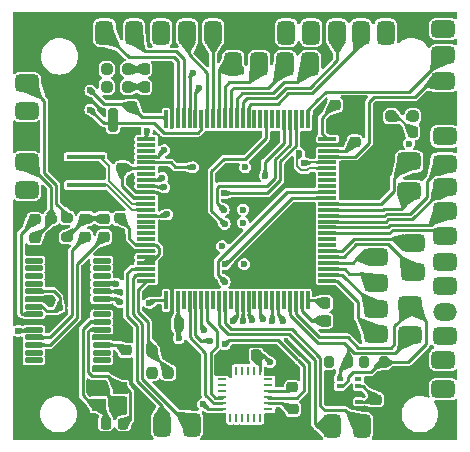
<source format=gbr>
%TF.GenerationSoftware,KiCad,Pcbnew,7.0.8*%
%TF.CreationDate,2023-11-14T14:25:30+07:00*%
%TF.ProjectId,Pixracer_clone,50697872-6163-4657-925f-636c6f6e652e,rev?*%
%TF.SameCoordinates,Original*%
%TF.FileFunction,Copper,L1,Top*%
%TF.FilePolarity,Positive*%
%FSLAX46Y46*%
G04 Gerber Fmt 4.6, Leading zero omitted, Abs format (unit mm)*
G04 Created by KiCad (PCBNEW 7.0.8) date 2023-11-14 14:25:30*
%MOMM*%
%LPD*%
G01*
G04 APERTURE LIST*
G04 Aperture macros list*
%AMRoundRect*
0 Rectangle with rounded corners*
0 $1 Rounding radius*
0 $2 $3 $4 $5 $6 $7 $8 $9 X,Y pos of 4 corners*
0 Add a 4 corners polygon primitive as box body*
4,1,4,$2,$3,$4,$5,$6,$7,$8,$9,$2,$3,0*
0 Add four circle primitives for the rounded corners*
1,1,$1+$1,$2,$3*
1,1,$1+$1,$4,$5*
1,1,$1+$1,$6,$7*
1,1,$1+$1,$8,$9*
0 Add four rect primitives between the rounded corners*
20,1,$1+$1,$2,$3,$4,$5,0*
20,1,$1+$1,$4,$5,$6,$7,0*
20,1,$1+$1,$6,$7,$8,$9,0*
20,1,$1+$1,$8,$9,$2,$3,0*%
G04 Aperture macros list end*
%TA.AperFunction,SMDPad,CuDef*%
%ADD10RoundRect,0.225000X-0.250000X0.225000X-0.250000X-0.225000X0.250000X-0.225000X0.250000X0.225000X0*%
%TD*%
%TA.AperFunction,SMDPad,CuDef*%
%ADD11RoundRect,0.200000X-0.200000X-0.275000X0.200000X-0.275000X0.200000X0.275000X-0.200000X0.275000X0*%
%TD*%
%TA.AperFunction,SMDPad,CuDef*%
%ADD12RoundRect,0.225000X0.225000X0.250000X-0.225000X0.250000X-0.225000X-0.250000X0.225000X-0.250000X0*%
%TD*%
%TA.AperFunction,SMDPad,CuDef*%
%ADD13RoundRect,0.375000X0.625000X0.375000X-0.625000X0.375000X-0.625000X-0.375000X0.625000X-0.375000X0*%
%TD*%
%TA.AperFunction,SMDPad,CuDef*%
%ADD14RoundRect,0.375000X-0.375000X0.625000X-0.375000X-0.625000X0.375000X-0.625000X0.375000X0.625000X0*%
%TD*%
%TA.AperFunction,SMDPad,CuDef*%
%ADD15RoundRect,0.225000X-0.225000X-0.250000X0.225000X-0.250000X0.225000X0.250000X-0.225000X0.250000X0*%
%TD*%
%TA.AperFunction,SMDPad,CuDef*%
%ADD16RoundRect,0.225000X0.250000X-0.225000X0.250000X0.225000X-0.250000X0.225000X-0.250000X-0.225000X0*%
%TD*%
%TA.AperFunction,SMDPad,CuDef*%
%ADD17RoundRect,0.375000X0.375000X-0.625000X0.375000X0.625000X-0.375000X0.625000X-0.375000X-0.625000X0*%
%TD*%
%TA.AperFunction,SMDPad,CuDef*%
%ADD18RoundRect,0.218750X0.218750X0.256250X-0.218750X0.256250X-0.218750X-0.256250X0.218750X-0.256250X0*%
%TD*%
%TA.AperFunction,SMDPad,CuDef*%
%ADD19R,0.500000X0.350000*%
%TD*%
%TA.AperFunction,SMDPad,CuDef*%
%ADD20R,1.150000X1.000000*%
%TD*%
%TA.AperFunction,SMDPad,CuDef*%
%ADD21RoundRect,0.375000X-0.625000X-0.375000X0.625000X-0.375000X0.625000X0.375000X-0.625000X0.375000X0*%
%TD*%
%TA.AperFunction,SMDPad,CuDef*%
%ADD22O,2.000000X1.500000*%
%TD*%
%TA.AperFunction,SMDPad,CuDef*%
%ADD23RoundRect,0.200000X0.275000X-0.200000X0.275000X0.200000X-0.275000X0.200000X-0.275000X-0.200000X0*%
%TD*%
%TA.AperFunction,SMDPad,CuDef*%
%ADD24RoundRect,0.237500X0.237500X-0.250000X0.237500X0.250000X-0.237500X0.250000X-0.237500X-0.250000X0*%
%TD*%
%TA.AperFunction,SMDPad,CuDef*%
%ADD25RoundRect,0.237500X-0.250000X-0.237500X0.250000X-0.237500X0.250000X0.237500X-0.250000X0.237500X0*%
%TD*%
%TA.AperFunction,SMDPad,CuDef*%
%ADD26RoundRect,0.237500X-0.300000X-0.237500X0.300000X-0.237500X0.300000X0.237500X-0.300000X0.237500X0*%
%TD*%
%TA.AperFunction,SMDPad,CuDef*%
%ADD27RoundRect,0.237500X0.250000X0.237500X-0.250000X0.237500X-0.250000X-0.237500X0.250000X-0.237500X0*%
%TD*%
%TA.AperFunction,SMDPad,CuDef*%
%ADD28R,3.200000X0.400000*%
%TD*%
%TA.AperFunction,SMDPad,CuDef*%
%ADD29RoundRect,0.200000X-0.200000X-0.800000X0.200000X-0.800000X0.200000X0.800000X-0.200000X0.800000X0*%
%TD*%
%TA.AperFunction,SMDPad,CuDef*%
%ADD30RoundRect,0.218750X-0.218750X-0.256250X0.218750X-0.256250X0.218750X0.256250X-0.218750X0.256250X0*%
%TD*%
%TA.AperFunction,SMDPad,CuDef*%
%ADD31RoundRect,0.020500X0.719500X0.184500X-0.719500X0.184500X-0.719500X-0.184500X0.719500X-0.184500X0*%
%TD*%
%TA.AperFunction,SMDPad,CuDef*%
%ADD32RoundRect,0.075000X-0.725000X-0.075000X0.725000X-0.075000X0.725000X0.075000X-0.725000X0.075000X0*%
%TD*%
%TA.AperFunction,SMDPad,CuDef*%
%ADD33RoundRect,0.075000X-0.075000X-0.725000X0.075000X-0.725000X0.075000X0.725000X-0.075000X0.725000X0*%
%TD*%
%TA.AperFunction,SMDPad,CuDef*%
%ADD34R,0.260000X0.790000*%
%TD*%
%TA.AperFunction,SMDPad,CuDef*%
%ADD35R,0.790000X0.260000*%
%TD*%
%TA.AperFunction,ViaPad*%
%ADD36C,0.600000*%
%TD*%
%TA.AperFunction,Conductor*%
%ADD37C,0.250000*%
%TD*%
%TA.AperFunction,Conductor*%
%ADD38C,0.152400*%
%TD*%
%TA.AperFunction,Conductor*%
%ADD39C,0.150000*%
%TD*%
%TA.AperFunction,Conductor*%
%ADD40C,0.200000*%
%TD*%
G04 APERTURE END LIST*
D10*
%TO.P,C6,1*%
%TO.N,VCC*%
X129500000Y-88925000D03*
%TO.P,C6,2*%
%TO.N,GND*%
X129500000Y-90475000D03*
%TD*%
D11*
%TO.P,R16,1*%
%TO.N,VCC*%
X128975000Y-110700000D03*
%TO.P,R16,2*%
%TO.N,I2C2_SCl*%
X130625000Y-110700000D03*
%TD*%
D12*
%TO.P,C23,1*%
%TO.N,VCC*%
X122850000Y-110100000D03*
%TO.P,C23,2*%
%TO.N,GND*%
X121300000Y-110100000D03*
%TD*%
D13*
%TO.P,SPI2,1,Pin_1*%
%TO.N,SPI2_CS*%
X132950000Y-108300000D03*
%TO.P,SPI2,2,Pin_2*%
%TO.N,SPI2_SCK*%
X132950000Y-106200000D03*
%TO.P,SPI2,3,Pin_3*%
%TO.N,SPI2_MISO*%
X132950000Y-104000000D03*
%TO.P,SPI2,4,Pin_4*%
%TO.N,SPI2_MOSI*%
X132950000Y-101800000D03*
%TD*%
D14*
%TO.P,UART1,1,Pin_1*%
%TO.N,GND*%
X121300000Y-82800000D03*
%TO.P,UART1,2,Pin_2*%
%TO.N,UART1_TX*%
X119200000Y-82800000D03*
%TO.P,UART1,3,Pin_3*%
%TO.N,UART1_RX*%
X117000000Y-82800000D03*
%TO.P,UART1,4,Pin_4*%
%TO.N,5V_IN*%
X114800000Y-82800000D03*
%TD*%
D15*
%TO.P,C22,1*%
%TO.N,VCC*%
X128700000Y-105700000D03*
%TO.P,C22,2*%
%TO.N,GND*%
X130250000Y-105700000D03*
%TD*%
D16*
%TO.P,C21,1*%
%TO.N,VCC*%
X133000000Y-113875000D03*
%TO.P,C21,2*%
%TO.N,GND*%
X133000000Y-112325000D03*
%TD*%
D17*
%TO.P,T3,1,Pin_1*%
%TO.N,TIM3_CH3*%
X129300000Y-116100000D03*
%TO.P,T3,2,Pin_2*%
%TO.N,TIM3_CH4*%
X131800000Y-116100000D03*
%TD*%
D16*
%TO.P,C17,1*%
%TO.N,Net-(U2-VOUT)*%
X109975000Y-100100000D03*
%TO.P,C17,2*%
%TO.N,Net-(C17-Pad2)*%
X109975000Y-98550000D03*
%TD*%
D18*
%TO.P,D4,1,K*%
%TO.N,GND*%
X114962500Y-85870000D03*
%TO.P,D4,2,A*%
%TO.N,Net-(D4-A)*%
X113387500Y-85870000D03*
%TD*%
D19*
%TO.P,BMP280,1,GND*%
%TO.N,GND*%
X129900000Y-114050000D03*
%TO.P,BMP280,2,CSB*%
X129900000Y-113400000D03*
%TO.P,BMP280,3,SDI*%
%TO.N,I2C2_SDA*%
X129900000Y-112750000D03*
%TO.P,BMP280,4,SCK*%
%TO.N,I2C2_SCl*%
X129900000Y-112100000D03*
%TO.P,BMP280,5,SDO*%
%TO.N,unconnected-(BMP280-SDO-Pad5)*%
X131500000Y-112100000D03*
%TO.P,BMP280,6,VDDIO*%
%TO.N,VCC*%
X131500000Y-112750000D03*
%TO.P,BMP280,7,GND*%
%TO.N,GND*%
X131500000Y-113400000D03*
%TO.P,BMP280,8,VDD*%
%TO.N,VCC*%
X131500000Y-114050000D03*
%TD*%
D13*
%TO.P,SWD,1,Pin_1*%
%TO.N,GND*%
X138700000Y-89000000D03*
%TO.P,SWD,2,Pin_2*%
%TO.N,SWDIO*%
X138700000Y-86900000D03*
%TO.P,SWD,3,Pin_3*%
%TO.N,SWCLK*%
X138700000Y-84700000D03*
%TO.P,SWD,4,Pin_4*%
%TO.N,VCC*%
X138700000Y-82500000D03*
%TD*%
D20*
%TO.P,Y2,1,1*%
%TO.N,Net-(U2-CLKIN)*%
X111275000Y-112900000D03*
%TO.P,Y2,2,2*%
%TO.N,GND*%
X109525000Y-112900000D03*
%TO.P,Y2,3,3*%
%TO.N,Net-(U2-XFB)*%
X109525000Y-114300000D03*
%TO.P,Y2,4,4*%
%TO.N,GND*%
X111275000Y-114300000D03*
%TD*%
D14*
%TO.P,GPS1,1,Pin_1*%
%TO.N,5V_IN*%
X133800000Y-82800000D03*
%TO.P,GPS1,2,Pin_2*%
%TO.N,UART2_TX*%
X131700000Y-82800000D03*
%TO.P,GPS1,3,Pin_3*%
%TO.N,UART2_RX*%
X129700000Y-82800000D03*
%TO.P,GPS1,4,Pin_4*%
%TO.N,I2C_SCl*%
X127500000Y-82800000D03*
%TO.P,GPS1,5,Pin_5*%
%TO.N,I2C_SDA*%
X125400000Y-82800000D03*
%TO.P,GPS1,6,Pin_6*%
%TO.N,GND*%
X123200000Y-82800000D03*
%TD*%
D21*
%TO.P,MOTOR,1,Pin_1*%
%TO.N,TIM4_CH4*%
X138800000Y-93900000D03*
%TO.P,MOTOR,2,Pin_2*%
%TO.N,TIM4_CH3*%
X138800000Y-95900000D03*
%TO.P,MOTOR,3,Pin_3*%
%TO.N,TIM4_CH2*%
X138800000Y-97900000D03*
%TO.P,MOTOR,4,Pin_4*%
%TO.N,TIM4_CH1*%
X138800000Y-100000000D03*
%TO.P,MOTOR,5,Pin_5*%
%TO.N,TIM1_CH4*%
X138800000Y-102200000D03*
%TO.P,MOTOR,6,Pin_6*%
%TO.N,TIM1_CH3*%
X138800000Y-104300000D03*
D22*
%TO.P,MOTOR,7,Pin_7*%
%TO.N,TIM1_CH2*%
X138800000Y-106500000D03*
D21*
%TO.P,MOTOR,8,Pin_8*%
%TO.N,TIM1_CH1*%
X138800000Y-108500000D03*
%TD*%
D23*
%TO.P,R8,1*%
%TO.N,Net-(C17-Pad2)*%
X106800000Y-100125000D03*
%TO.P,R8,2*%
%TO.N,OSD_VIDEO_OUT*%
X106800000Y-98475000D03*
%TD*%
D13*
%TO.P,UART7,1,Pin_1*%
%TO.N,UART7_RX*%
X138700000Y-113000000D03*
%TO.P,UART7,2,Pin_2*%
%TO.N,UART7_TX*%
X138700000Y-110500000D03*
%TD*%
D21*
%TO.P,VTX1,1,Pin_1*%
%TO.N,GND*%
X103400000Y-84800000D03*
%TO.P,VTX1,2,Pin_2*%
%TO.N,OSD_VIDEO_OUT*%
X103400000Y-87100000D03*
%TO.P,VTX1,3,Pin_3*%
%TO.N,PWR_IN*%
X103400000Y-89400000D03*
%TD*%
D12*
%TO.P,C25,1*%
%TO.N,GND*%
X113150000Y-115900000D03*
%TO.P,C25,2*%
%TO.N,Net-(U2-CLKIN)*%
X111600000Y-115900000D03*
%TD*%
D16*
%TO.P,C4,1*%
%TO.N,Net-(IMU1-REGOUT)*%
X125900000Y-112850000D03*
%TO.P,C4,2*%
%TO.N,GND*%
X125900000Y-111300000D03*
%TD*%
D21*
%TO.P,5V,1,Pin_1*%
%TO.N,5V_IN*%
X138800000Y-91600000D03*
%TD*%
D24*
%TO.P,R5,1*%
%TO.N,BATT_VOLT*%
X114000000Y-111612500D03*
%TO.P,R5,2*%
%TO.N,BATT_VOLT_SENSE*%
X114000000Y-109787500D03*
%TD*%
D16*
%TO.P,C2,1*%
%TO.N,OSD_VIDEO_IN*%
X104075000Y-100175000D03*
%TO.P,C2,2*%
%TO.N,Net-(U2-VIN)*%
X104075000Y-98625000D03*
%TD*%
D10*
%TO.P,C13,1*%
%TO.N,VCC*%
X111300000Y-98525000D03*
%TO.P,C13,2*%
%TO.N,GND*%
X111300000Y-100075000D03*
%TD*%
D12*
%TO.P,C8,1*%
%TO.N,VCC*%
X116275000Y-107500000D03*
%TO.P,C8,2*%
%TO.N,GND*%
X114725000Y-107500000D03*
%TD*%
D23*
%TO.P,R3,1*%
%TO.N,GND*%
X105475000Y-100198214D03*
%TO.P,R3,2*%
%TO.N,OSD_VIDEO_IN*%
X105475000Y-98548214D03*
%TD*%
D25*
%TO.P,R4,1*%
%TO.N,LED3*%
X110187500Y-87400000D03*
%TO.P,R4,2*%
%TO.N,Net-(D5-A)*%
X112012500Y-87400000D03*
%TD*%
D26*
%TO.P,C3,1*%
%TO.N,VCAP_1*%
X128637500Y-107200000D03*
%TO.P,C3,2*%
%TO.N,GND*%
X130362500Y-107200000D03*
%TD*%
D27*
%TO.P,R10,1*%
%TO.N,VCC*%
X136112500Y-89900000D03*
%TO.P,R10,2*%
%TO.N,Net-(D6-A)*%
X134287500Y-89900000D03*
%TD*%
D16*
%TO.P,C18,1*%
%TO.N,Net-(U2-SAG)*%
X108375000Y-100100000D03*
%TO.P,C18,2*%
%TO.N,Net-(C17-Pad2)*%
X108375000Y-98550000D03*
%TD*%
D28*
%TO.P,Y1,1,1*%
%TO.N,OSC1-*%
X108400000Y-95700000D03*
%TO.P,Y1,2,2*%
%TO.N,GND*%
X108400000Y-94500000D03*
%TO.P,Y1,3,3*%
%TO.N,OSC1+*%
X108400000Y-93300000D03*
%TD*%
D21*
%TO.P,UART3,1,Pin_1*%
%TO.N,UART3_TX*%
X136100000Y-100600000D03*
%TO.P,UART3,2,Pin_2*%
%TO.N,UART3_RX*%
X136100000Y-103100000D03*
%TD*%
D11*
%TO.P,R18,1*%
%TO.N,VCC*%
X131975000Y-110725000D03*
%TO.P,R18,2*%
%TO.N,I2C2_SDA*%
X133625000Y-110725000D03*
%TD*%
D16*
%TO.P,C20,1*%
%TO.N,VCC*%
X111800000Y-109700000D03*
%TO.P,C20,2*%
%TO.N,GND*%
X111800000Y-108150000D03*
%TD*%
D25*
%TO.P,R2,1*%
%TO.N,LED2*%
X110187500Y-85900000D03*
%TO.P,R2,2*%
%TO.N,Net-(D4-A)*%
X112012500Y-85900000D03*
%TD*%
D16*
%TO.P,C1,1*%
%TO.N,VCAP_2*%
X131200000Y-92075000D03*
%TO.P,C1,2*%
%TO.N,GND*%
X131200000Y-90525000D03*
%TD*%
D17*
%TO.P,UART4,1,Pin_1*%
%TO.N,UART4_TX*%
X114900000Y-116000000D03*
%TO.P,UART4,2,Pin_2*%
%TO.N,SBUS*%
X117400000Y-116000000D03*
%TD*%
D29*
%TO.P,BOOT,1,1*%
%TO.N,GND*%
X106500000Y-90200000D03*
%TO.P,BOOT,2,2*%
%TO.N,BOOT0*%
X110700000Y-90200000D03*
%TD*%
D24*
%TO.P,R6,1*%
%TO.N,BATT_VOLT_SENSE*%
X115400000Y-111612500D03*
%TO.P,R6,2*%
%TO.N,GND*%
X115400000Y-109787500D03*
%TD*%
D13*
%TO.P,UART6,1,Pin_1*%
%TO.N,UART6_TX*%
X135800000Y-96200000D03*
%TO.P,UART6,2,Pin_2*%
%TO.N,UART6_RX*%
X135800000Y-93700000D03*
%TD*%
D30*
%TO.P,PWR,1,K*%
%TO.N,GND*%
X134512500Y-91200000D03*
%TO.P,PWR,2,A*%
%TO.N,Net-(D6-A)*%
X136087500Y-91200000D03*
%TD*%
D31*
%TO.P,U2,1*%
%TO.N,N/C*%
X109750000Y-110550000D03*
%TO.P,U2,2*%
X109750000Y-109900000D03*
%TO.P,U2,3,DVDD*%
%TO.N,VCC*%
X109750000Y-109250000D03*
%TO.P,U2,4,DGND*%
%TO.N,GND*%
X109750000Y-108600000D03*
%TO.P,U2,5,CLKIN*%
%TO.N,Net-(U2-CLKIN)*%
X109750000Y-107950000D03*
%TO.P,U2,6,XFB*%
%TO.N,Net-(U2-XFB)*%
X109750000Y-107300000D03*
%TO.P,U2,7,CLKOUT*%
%TO.N,unconnected-(U2-CLKOUT-Pad7)*%
X109750000Y-106650000D03*
%TO.P,U2,8,~{CS}*%
%TO.N,GND*%
X109750000Y-106000000D03*
%TO.P,U2,9,SDIN*%
%TO.N,MOSI_OSD*%
X109750000Y-105350000D03*
%TO.P,U2,10,SCLK*%
%TO.N,SCLK_OSD*%
X109750000Y-104700000D03*
%TO.P,U2,11,SDOUT*%
%TO.N,MISO_OSD*%
X109750000Y-104050000D03*
%TO.P,U2,12,LOS*%
%TO.N,unconnected-(U2-LOS-Pad12)*%
X109750000Y-103400000D03*
%TO.P,U2,13*%
%TO.N,N/C*%
X109750000Y-102750000D03*
%TO.P,U2,14*%
X109750000Y-102100000D03*
%TO.P,U2,15*%
X104000000Y-102100000D03*
%TO.P,U2,16*%
X104000000Y-102750000D03*
%TO.P,U2,17,~{VSYNC}*%
%TO.N,unconnected-(U2-~{VSYNC}-Pad17)*%
X104000000Y-103400000D03*
%TO.P,U2,18,~{HSYNC}*%
%TO.N,unconnected-(U2-~{HSYNC}-Pad18)*%
X104000000Y-104050000D03*
%TO.P,U2,19,~{RESET}*%
%TO.N,VCC*%
X104000000Y-104700000D03*
%TO.P,U2,20,AGND*%
%TO.N,GND*%
X104000000Y-105350000D03*
%TO.P,U2,21,AVDD*%
%TO.N,VCC*%
X104000000Y-106000000D03*
%TO.P,U2,22,VIN*%
%TO.N,Net-(U2-VIN)*%
X104000000Y-106650000D03*
%TO.P,U2,23,PGND*%
%TO.N,GND*%
X104000000Y-107300000D03*
%TO.P,U2,24,PVDD*%
%TO.N,VCC*%
X104000000Y-107950000D03*
%TO.P,U2,25,SAG*%
%TO.N,Net-(U2-SAG)*%
X104000000Y-108600000D03*
%TO.P,U2,26,VOUT*%
%TO.N,Net-(U2-VOUT)*%
X104000000Y-109250000D03*
%TO.P,U2,27*%
%TO.N,N/C*%
X104000000Y-109900000D03*
%TO.P,U2,28*%
X104000000Y-110550000D03*
%TD*%
D18*
%TO.P,D5,1,K*%
%TO.N,GND*%
X114987500Y-87400000D03*
%TO.P,D5,2,A*%
%TO.N,Net-(D5-A)*%
X113412500Y-87400000D03*
%TD*%
D21*
%TO.P,CAM1,1,Pin_1*%
%TO.N,GND*%
X103400000Y-91500000D03*
%TO.P,CAM1,2,Pin_2*%
%TO.N,OSD_VIDEO_IN*%
X103400000Y-93800000D03*
%TO.P,CAM1,3,Pin_3*%
%TO.N,5V_IN*%
X103400000Y-96100000D03*
%TD*%
D15*
%TO.P,C26,1*%
%TO.N,GND*%
X108550000Y-115900000D03*
%TO.P,C26,2*%
%TO.N,Net-(U2-XFB)*%
X110100000Y-115900000D03*
%TD*%
D21*
%TO.P,I2C2,1,Pin_1*%
%TO.N,I2C2_SDA*%
X135900000Y-105900000D03*
%TO.P,I2C2,2,Pin_2*%
%TO.N,I2C2_SCl*%
X135900000Y-108400000D03*
%TD*%
D15*
%TO.P,C19,1*%
%TO.N,VCC*%
X112325000Y-89100000D03*
%TO.P,C19,2*%
%TO.N,GND*%
X113875000Y-89100000D03*
%TD*%
D32*
%TO.P,STM32F427VIT6,1,PE2*%
%TO.N,SCLK_OSD*%
X113525000Y-91800000D03*
%TO.P,STM32F427VIT6,2,PE3*%
%TO.N,CS_OSD*%
X113525000Y-92300000D03*
%TO.P,STM32F427VIT6,3,PE4*%
%TO.N,unconnected-(U1-PE4-Pad3)*%
X113525000Y-92800000D03*
%TO.P,STM32F427VIT6,4,PE5*%
%TO.N,MISO_OSD*%
X113525000Y-93300000D03*
%TO.P,STM32F427VIT6,5,PE6*%
%TO.N,MOSI_OSD*%
X113525000Y-93800000D03*
%TO.P,STM32F427VIT6,6,VBAT*%
%TO.N,VCC*%
X113525000Y-94300000D03*
%TO.P,STM32F427VIT6,7,PC13*%
%TO.N,LED1*%
X113525000Y-94800000D03*
%TO.P,STM32F427VIT6,8,PC14*%
%TO.N,LED2*%
X113525000Y-95300000D03*
%TO.P,STM32F427VIT6,9,PC15*%
%TO.N,LED3*%
X113525000Y-95800000D03*
%TO.P,STM32F427VIT6,10,VSS*%
%TO.N,GND*%
X113525000Y-96300000D03*
%TO.P,STM32F427VIT6,11,VDD*%
%TO.N,VCC*%
X113525000Y-96800000D03*
%TO.P,STM32F427VIT6,12,PH0*%
%TO.N,OSC1+*%
X113525000Y-97300000D03*
%TO.P,STM32F427VIT6,13,PH1*%
%TO.N,OSC1-*%
X113525000Y-97800000D03*
%TO.P,STM32F427VIT6,14,NRST*%
%TO.N,NRST*%
X113525000Y-98300000D03*
%TO.P,STM32F427VIT6,15,PC0*%
%TO.N,unconnected-(U1-PC0-Pad15)*%
X113525000Y-98800000D03*
%TO.P,STM32F427VIT6,16,PC1*%
%TO.N,unconnected-(U1-PC1-Pad16)*%
X113525000Y-99300000D03*
%TO.P,STM32F427VIT6,17,PC2*%
%TO.N,LED_SAFETY*%
X113525000Y-99800000D03*
%TO.P,STM32F427VIT6,18,PC3*%
%TO.N,SAFETY_SWITCH_IN*%
X113525000Y-100300000D03*
%TO.P,STM32F427VIT6,19,VDD*%
%TO.N,VCC*%
X113525000Y-100800000D03*
%TO.P,STM32F427VIT6,20,VSSA*%
%TO.N,GND*%
X113525000Y-101300000D03*
%TO.P,STM32F427VIT6,21,VREF+*%
%TO.N,VCC*%
X113525000Y-101800000D03*
%TO.P,STM32F427VIT6,22,VDDA*%
X113525000Y-102300000D03*
%TO.P,STM32F427VIT6,23,PA0*%
%TO.N,UART4_TX*%
X113525000Y-102800000D03*
%TO.P,STM32F427VIT6,24,PA1*%
%TO.N,SBUS*%
X113525000Y-103300000D03*
%TO.P,STM32F427VIT6,25,PA2*%
%TO.N,BATT_VOLT_SENSE*%
X113525000Y-103800000D03*
D33*
%TO.P,STM32F427VIT6,26,PA3*%
%TO.N,BATT_CURRENT_SENSE*%
X115200000Y-105475000D03*
%TO.P,STM32F427VIT6,27,VSS*%
%TO.N,GND*%
X115700000Y-105475000D03*
%TO.P,STM32F427VIT6,28,VDD*%
%TO.N,VCC*%
X116200000Y-105475000D03*
%TO.P,STM32F427VIT6,29,PA4*%
%TO.N,5V_SENSE*%
X116700000Y-105475000D03*
%TO.P,STM32F427VIT6,30,PA5*%
%TO.N,IMU_CLK*%
X117200000Y-105475000D03*
%TO.P,STM32F427VIT6,31,PA6*%
%TO.N,IMU_MISO*%
X117700000Y-105475000D03*
%TO.P,STM32F427VIT6,32,PA7*%
%TO.N,IMU_MOSI*%
X118200000Y-105475000D03*
%TO.P,STM32F427VIT6,33,PC4*%
%TO.N,MPU9250_CS*%
X118700000Y-105475000D03*
%TO.P,STM32F427VIT6,34,PC5*%
%TO.N,MPU9250_DRDY*%
X119200000Y-105475000D03*
%TO.P,STM32F427VIT6,35,PB0*%
%TO.N,TIM3_CH3*%
X119700000Y-105475000D03*
%TO.P,STM32F427VIT6,36,PB1*%
%TO.N,TIM3_CH4*%
X120200000Y-105475000D03*
%TO.P,STM32F427VIT6,37,PB2*%
%TO.N,ICM20948_CS*%
X120700000Y-105475000D03*
%TO.P,STM32F427VIT6,38,PE7*%
%TO.N,UART7_RX*%
X121200000Y-105475000D03*
%TO.P,STM32F427VIT6,39,PE8*%
%TO.N,UART7_TX*%
X121700000Y-105475000D03*
%TO.P,STM32F427VIT6,40,PE9*%
%TO.N,TIM1_CH1*%
X122200000Y-105475000D03*
%TO.P,STM32F427VIT6,41,PE10*%
%TO.N,3.3_SENSE_EN*%
X122700000Y-105475000D03*
%TO.P,STM32F427VIT6,42,PE11*%
%TO.N,TIM1_CH2*%
X123200000Y-105475000D03*
%TO.P,STM32F427VIT6,43,PE12*%
%TO.N,unconnected-(U1-PE12-Pad43)*%
X123700000Y-105475000D03*
%TO.P,STM32F427VIT6,44,PE13*%
%TO.N,TIM1_CH3*%
X124200000Y-105475000D03*
%TO.P,STM32F427VIT6,45,PE14*%
%TO.N,TIM1_CH4*%
X124700000Y-105475000D03*
%TO.P,STM32F427VIT6,46,PE15*%
%TO.N,unconnected-(U1-PE15-Pad46)*%
X125200000Y-105475000D03*
%TO.P,STM32F427VIT6,47,PB10*%
%TO.N,I2C2_SCl*%
X125700000Y-105475000D03*
%TO.P,STM32F427VIT6,48,PB11*%
%TO.N,I2C2_SDA*%
X126200000Y-105475000D03*
%TO.P,STM32F427VIT6,49,VCAP_1*%
%TO.N,VCAP_1*%
X126700000Y-105475000D03*
%TO.P,STM32F427VIT6,50,VDD*%
%TO.N,VCC*%
X127200000Y-105475000D03*
D32*
%TO.P,STM32F427VIT6,51,PB12*%
%TO.N,SPI2_CS*%
X128875000Y-103800000D03*
%TO.P,STM32F427VIT6,52,PB13*%
%TO.N,SPI2_SCK*%
X128875000Y-103300000D03*
%TO.P,STM32F427VIT6,53,PB14*%
%TO.N,SPI2_MISO*%
X128875000Y-102800000D03*
%TO.P,STM32F427VIT6,54,PB15*%
%TO.N,SPI2_MOSI*%
X128875000Y-102300000D03*
%TO.P,STM32F427VIT6,55,PD8*%
%TO.N,UART3_RX*%
X128875000Y-101800000D03*
%TO.P,STM32F427VIT6,56,PD9*%
%TO.N,UART3_TX*%
X128875000Y-101300000D03*
%TO.P,STM32F427VIT6,57,PD10*%
%TO.N,EXTERNAL_MEM_CS*%
X128875000Y-100800000D03*
%TO.P,STM32F427VIT6,58,PD11*%
%TO.N,unconnected-(U1-PD11-Pad58)*%
X128875000Y-100300000D03*
%TO.P,STM32F427VIT6,59,PD12*%
%TO.N,TIM4_CH1*%
X128875000Y-99800000D03*
%TO.P,STM32F427VIT6,60,PD13*%
%TO.N,TIM4_CH2*%
X128875000Y-99300000D03*
%TO.P,STM32F427VIT6,61,PD14*%
%TO.N,TIM4_CH3*%
X128875000Y-98800000D03*
%TO.P,STM32F427VIT6,62,PD15*%
%TO.N,TIM4_CH4*%
X128875000Y-98300000D03*
%TO.P,STM32F427VIT6,63,PC6*%
%TO.N,UART6_TX*%
X128875000Y-97800000D03*
%TO.P,STM32F427VIT6,64,PC7*%
%TO.N,UART6_RX*%
X128875000Y-97300000D03*
%TO.P,STM32F427VIT6,65,PC8*%
%TO.N,SDIO0*%
X128875000Y-96800000D03*
%TO.P,STM32F427VIT6,66,PC9*%
%TO.N,SDIO1*%
X128875000Y-96300000D03*
%TO.P,STM32F427VIT6,67,PA8*%
%TO.N,unconnected-(U1-PA8-Pad67)*%
X128875000Y-95800000D03*
%TO.P,STM32F427VIT6,68,PA9*%
%TO.N,unconnected-(U1-PA9-Pad68)*%
X128875000Y-95300000D03*
%TO.P,STM32F427VIT6,69,PA10*%
%TO.N,unconnected-(U1-PA10-Pad69)*%
X128875000Y-94800000D03*
%TO.P,STM32F427VIT6,70,PA11*%
%TO.N,USB_D-*%
X128875000Y-94300000D03*
%TO.P,STM32F427VIT6,71,PA12*%
%TO.N,USB_D+*%
X128875000Y-93800000D03*
%TO.P,STM32F427VIT6,72,PA13*%
%TO.N,SWDIO*%
X128875000Y-93300000D03*
%TO.P,STM32F427VIT6,73,VCAP_2*%
%TO.N,VCAP_2*%
X128875000Y-92800000D03*
%TO.P,STM32F427VIT6,74,VSS*%
%TO.N,GND*%
X128875000Y-92300000D03*
%TO.P,STM32F427VIT6,75,VDD*%
%TO.N,VCC*%
X128875000Y-91800000D03*
D33*
%TO.P,STM32F427VIT6,76,PA14*%
%TO.N,SWCLK*%
X127200000Y-90125000D03*
%TO.P,STM32F427VIT6,77,PA15*%
%TO.N,Buzzer*%
X126700000Y-90125000D03*
%TO.P,STM32F427VIT6,78,PC10*%
%TO.N,SDIO2*%
X126200000Y-90125000D03*
%TO.P,STM32F427VIT6,79,PC11*%
%TO.N,SDIO3*%
X125700000Y-90125000D03*
%TO.P,STM32F427VIT6,80,PC12*%
%TO.N,SDIO_CLK*%
X125200000Y-90125000D03*
%TO.P,STM32F427VIT6,81,PD0*%
%TO.N,CAN1_RX*%
X124700000Y-90125000D03*
%TO.P,STM32F427VIT6,82,PD1*%
%TO.N,CAN1_TX*%
X124200000Y-90125000D03*
%TO.P,STM32F427VIT6,83,PD2*%
%TO.N,SDIO_CMD*%
X123700000Y-90125000D03*
%TO.P,STM32F427VIT6,84,PD3*%
%TO.N,UART2_CTS*%
X123200000Y-90125000D03*
%TO.P,STM32F427VIT6,85,PD4*%
%TO.N,UART2_RTS*%
X122700000Y-90125000D03*
%TO.P,STM32F427VIT6,86,PD5*%
%TO.N,UART2_TX*%
X122200000Y-90125000D03*
%TO.P,STM32F427VIT6,87,PD6*%
%TO.N,UART2_RX*%
X121700000Y-90125000D03*
%TO.P,STM32F427VIT6,88,PD7*%
%TO.N,SPI3_CS*%
X121200000Y-90125000D03*
%TO.P,STM32F427VIT6,89,PB3*%
%TO.N,SPI3_SCK*%
X120700000Y-90125000D03*
%TO.P,STM32F427VIT6,90,PB4*%
%TO.N,SPI3_MISO*%
X120200000Y-90125000D03*
%TO.P,STM32F427VIT6,91,PB5*%
%TO.N,SPI3_MOSI*%
X119700000Y-90125000D03*
%TO.P,STM32F427VIT6,92,PB6*%
%TO.N,UART1_TX*%
X119200000Y-90125000D03*
%TO.P,STM32F427VIT6,93,PB7*%
%TO.N,UART1_RX*%
X118700000Y-90125000D03*
%TO.P,STM32F427VIT6,94,BOOT0*%
%TO.N,BOOT0*%
X118200000Y-90125000D03*
%TO.P,STM32F427VIT6,95,PB8*%
%TO.N,I2C_SCl*%
X117700000Y-90125000D03*
%TO.P,STM32F427VIT6,96,PB9*%
%TO.N,I2C_SDA*%
X117200000Y-90125000D03*
%TO.P,STM32F427VIT6,97,PE0*%
%TO.N,UART8_RX*%
X116700000Y-90125000D03*
%TO.P,STM32F427VIT6,98,PE1*%
%TO.N,UART8_TX*%
X116200000Y-90125000D03*
%TO.P,STM32F427VIT6,99,VSS*%
%TO.N,GND*%
X115700000Y-90125000D03*
%TO.P,STM32F427VIT6,100,VDD*%
%TO.N,VCC*%
X115200000Y-90125000D03*
%TD*%
D10*
%TO.P,C16,1*%
%TO.N,VCC*%
X125955000Y-114675000D03*
%TO.P,C16,2*%
%TO.N,GND*%
X125955000Y-116225000D03*
%TD*%
D34*
%TO.P,ICM20689,1*%
%TO.N,N/C*%
X120650000Y-115392500D03*
%TO.P,ICM20689,2*%
X121150000Y-115392500D03*
%TO.P,ICM20689,3*%
X121650000Y-115392500D03*
%TO.P,ICM20689,4*%
X122150000Y-115392500D03*
%TO.P,ICM20689,5*%
X122650000Y-115392500D03*
%TO.P,ICM20689,6*%
X123150000Y-115392500D03*
D35*
%TO.P,ICM20689,7*%
X123870000Y-114672500D03*
%TO.P,ICM20689,8,VDDIO*%
%TO.N,VCC*%
X123870000Y-114172500D03*
%TO.P,ICM20689,9,AD0/SDO*%
%TO.N,IMU_MISO*%
X123870000Y-113672500D03*
%TO.P,ICM20689,10,REGOUT*%
%TO.N,Net-(IMU1-REGOUT)*%
X123870000Y-113172500D03*
%TO.P,ICM20689,11,FSYNC*%
%TO.N,unconnected-(IMU1-FSYNC-Pad11)*%
X123870000Y-112672500D03*
%TO.P,ICM20689,12,INT*%
%TO.N,unconnected-(IMU1-INT-Pad12)*%
X123870000Y-112172500D03*
D34*
%TO.P,ICM20689,13,VDD*%
%TO.N,VCC*%
X123150000Y-111452500D03*
%TO.P,ICM20689,14*%
%TO.N,N/C*%
X122650000Y-111452500D03*
%TO.P,ICM20689,15*%
X122150000Y-111452500D03*
%TO.P,ICM20689,16*%
X121650000Y-111452500D03*
%TO.P,ICM20689,17*%
X121150000Y-111452500D03*
%TO.P,ICM20689,18,GND*%
%TO.N,GND*%
X120650000Y-111452500D03*
D35*
%TO.P,ICM20689,19*%
%TO.N,N/C*%
X119930000Y-112172500D03*
%TO.P,ICM20689,20*%
X119930000Y-112672500D03*
%TO.P,ICM20689,21*%
X119930000Y-113172500D03*
%TO.P,ICM20689,22,NCS*%
%TO.N,MPU9250_CS*%
X119930000Y-113672500D03*
%TO.P,ICM20689,23,SCL/SCLK*%
%TO.N,IMU_CLK*%
X119930000Y-114172500D03*
%TO.P,ICM20689,24,SDA/SDI*%
%TO.N,IMU_MOSI*%
X119930000Y-114672500D03*
%TD*%
D16*
%TO.P,C9,1*%
%TO.N,VCC*%
X111500000Y-94275000D03*
%TO.P,C9,2*%
%TO.N,GND*%
X111500000Y-92725000D03*
%TD*%
D14*
%TO.P,SPI3,1,Pin_1*%
%TO.N,SPI3_CS*%
X127400000Y-85450000D03*
%TO.P,SPI3,2,Pin_2*%
%TO.N,SPI3_SCK*%
X125300000Y-85450000D03*
%TO.P,SPI3,3,Pin_3*%
%TO.N,SPI3_MISO*%
X123100000Y-85450000D03*
%TO.P,SPI3,4,Pin_4*%
%TO.N,SPI3_MOSI*%
X120900000Y-85450000D03*
%TD*%
%TO.P,UART8,1,Pin_1*%
%TO.N,UART8_RX*%
X112500000Y-82800000D03*
%TO.P,UART8,2,Pin_2*%
%TO.N,UART8_TX*%
X110000000Y-82800000D03*
%TD*%
D36*
%TO.N,GND*%
X132500000Y-93800000D03*
X131200000Y-94900000D03*
X133300000Y-96000000D03*
X133300000Y-94900000D03*
X132300000Y-96000000D03*
X132300000Y-94900000D03*
X115700000Y-113100000D03*
X120600000Y-116500000D03*
X122500000Y-116500000D03*
X124300000Y-116500000D03*
X118500000Y-102500000D03*
X113200000Y-114300000D03*
X105900000Y-102500000D03*
X123000000Y-93400000D03*
X123400000Y-103600000D03*
X125000000Y-102700000D03*
X117000000Y-111500000D03*
X117000000Y-112900000D03*
X108400000Y-97300000D03*
X105700000Y-92900000D03*
X108700000Y-91500000D03*
X120254089Y-94229089D03*
X135800000Y-112300000D03*
X110900000Y-111400000D03*
X125000000Y-101600000D03*
X111900000Y-91500000D03*
X109525000Y-112900000D03*
X129000000Y-111900000D03*
X111275000Y-114300000D03*
X114900000Y-85800000D03*
X130250000Y-105700000D03*
X133400000Y-93200000D03*
X105800000Y-103800000D03*
X123100000Y-82700000D03*
X112100000Y-95400000D03*
X103300000Y-116400000D03*
X107000000Y-111200000D03*
X103400000Y-82400000D03*
X134100000Y-115300000D03*
X114720000Y-108595000D03*
X121500000Y-83100000D03*
X108550000Y-115900000D03*
X103824500Y-91500000D03*
X105400000Y-105500000D03*
X119100000Y-116300000D03*
X111300000Y-100075000D03*
X111500000Y-93225000D03*
X109200000Y-84700000D03*
X125700000Y-111200000D03*
X106400000Y-82600000D03*
X105900000Y-88100000D03*
X129500000Y-90200000D03*
X124500000Y-111500000D03*
X114038453Y-89068840D03*
X107400000Y-87600000D03*
X106500000Y-90200000D03*
X113150000Y-115900000D03*
X121200000Y-110000000D03*
X111800000Y-108150000D03*
X107800000Y-82800000D03*
%TO.N,VCC*%
X111500000Y-94275000D03*
X129000000Y-110700000D03*
X111300000Y-98525000D03*
X121711180Y-98886180D03*
X121900000Y-94200000D03*
X124000000Y-110700000D03*
X138600000Y-82500000D03*
X111800000Y-109700000D03*
X128747363Y-105894500D03*
X125900000Y-114800000D03*
X135800000Y-89975000D03*
X133000000Y-113900000D03*
X116300000Y-108700000D03*
X121825000Y-102400000D03*
X106200000Y-106100000D03*
X102685658Y-108050500D03*
X129500000Y-88925000D03*
X121735000Y-97800000D03*
X108800000Y-87700000D03*
X135800000Y-92200000D03*
X131900000Y-110700000D03*
%TO.N,NRST*%
X115300000Y-98200000D03*
%TO.N,BOOT0*%
X108800000Y-89325000D03*
%TO.N,USB_D+*%
X126922649Y-93856622D03*
%TO.N,TIM1_CH3*%
X139100000Y-104200000D03*
X124200000Y-107200000D03*
%TO.N,TIM1_CH2*%
X123416023Y-107043204D03*
X139100000Y-106300000D03*
%TO.N,TIM1_CH1*%
X138900000Y-108400000D03*
X122525130Y-107096013D03*
%TO.N,I2C_SCl*%
X127500000Y-82800000D03*
X118000000Y-87500000D03*
%TO.N,I2C_SDA*%
X125400000Y-82700500D03*
X117500000Y-86200000D03*
%TO.N,LED2*%
X110100000Y-86000000D03*
X114900000Y-95100000D03*
%TO.N,LED3*%
X110200000Y-87400000D03*
X115075500Y-95900000D03*
%TO.N,SDIO0*%
X120224500Y-102400000D03*
%TO.N,SDIO1*%
X120175000Y-103900000D03*
%TO.N,SDIO_CLK*%
X119966219Y-100891219D03*
X123600000Y-94927463D03*
%TO.N,SDIO_CMD*%
X120175000Y-99000000D03*
%TO.N,SDIO3*%
X120085000Y-97800000D03*
%TO.N,SDIO2*%
X120124500Y-96400000D03*
%TO.N,USB_D-*%
X126500000Y-93000000D03*
%TO.N,TIM1_CH4*%
X125137750Y-107193472D03*
X138718809Y-102608191D03*
%TO.N,UART7_TX*%
X138800000Y-110800000D03*
X121735505Y-107221303D03*
%TO.N,UART7_RX*%
X120900000Y-107200000D03*
X139000000Y-112700000D03*
%TO.N,IMU_MOSI*%
X118335000Y-114250000D03*
X118400000Y-108000000D03*
%TO.N,IMU_MISO*%
X120191089Y-109200000D03*
X118900000Y-108900000D03*
%TO.N,BATT_CURRENT_SENSE*%
X113800000Y-105700000D03*
%TO.N,5V_IN*%
X103400000Y-95900000D03*
X138800000Y-91600000D03*
X133800000Y-82800000D03*
X115000000Y-82100000D03*
%TO.N,MOSI_OSD*%
X111300000Y-105600000D03*
X117474500Y-94200000D03*
%TO.N,SCLK_OSD*%
X113600000Y-91100000D03*
X111314902Y-104784875D03*
%TO.N,BATT_VOLT*%
X114000000Y-111600000D03*
%TO.N,MISO_OSD*%
X111000000Y-104050000D03*
X115053379Y-92746621D03*
%TD*%
D37*
%TO.N,UART8_RX*%
X116700000Y-85063604D02*
X116700000Y-90125000D01*
X116036396Y-84400000D02*
X116700000Y-85063604D01*
X114300000Y-84400000D02*
X116036396Y-84400000D01*
%TO.N,UART8_TX*%
X115850000Y-84850000D02*
X112050000Y-84850000D01*
X112050000Y-84850000D02*
X110000000Y-82800000D01*
X116200000Y-90125000D02*
X116200000Y-85200000D01*
X116200000Y-85200000D02*
X115850000Y-84850000D01*
%TO.N,SWCLK*%
X128755508Y-87800000D02*
X128027754Y-88527754D01*
X135817284Y-87800000D02*
X128755508Y-87800000D01*
X138700000Y-84700000D02*
X138700000Y-84917284D01*
X138700000Y-84917284D02*
X135817284Y-87800000D01*
%TO.N,BOOT0*%
X118200000Y-90990686D02*
X118200000Y-90125000D01*
X114184314Y-90475000D02*
X115009314Y-91300000D01*
X109950000Y-90475000D02*
X114184314Y-90475000D01*
X117890686Y-91300000D02*
X118200000Y-90990686D01*
X108800000Y-89325000D02*
X109950000Y-90475000D01*
X115009314Y-91300000D02*
X117890686Y-91300000D01*
%TO.N,TIM3_CH4*%
X125836396Y-107900000D02*
X120700000Y-107900000D01*
X131800000Y-116200000D02*
X130375000Y-114775000D01*
X130375000Y-114775000D02*
X128642284Y-114775000D01*
X128250000Y-114382716D02*
X128250000Y-110313604D01*
X128642284Y-114775000D02*
X128250000Y-114382716D01*
X120700000Y-107900000D02*
X120200000Y-107400000D01*
X128250000Y-110313604D02*
X125836396Y-107900000D01*
X120200000Y-107400000D02*
X120200000Y-105475000D01*
%TO.N,I2C2_SDA*%
X130134620Y-112750000D02*
X129900000Y-112750000D01*
X130600000Y-112000000D02*
X130600000Y-112284620D01*
X130600000Y-112284620D02*
X130134620Y-112750000D01*
X131050000Y-111550000D02*
X130600000Y-112000000D01*
X132550000Y-111550000D02*
X131050000Y-111550000D01*
X133375000Y-110725000D02*
X132550000Y-111550000D01*
X133625000Y-110725000D02*
X133375000Y-110725000D01*
D38*
%TO.N,GND*%
X113200000Y-113359394D02*
X113200000Y-114300000D01*
X111240606Y-111400000D02*
X113200000Y-113359394D01*
X110900000Y-111400000D02*
X111240606Y-111400000D01*
D37*
%TO.N,UART4_TX*%
X114900000Y-114431892D02*
X114900000Y-115400000D01*
X111925000Y-106822182D02*
X112750000Y-107647182D01*
X111925000Y-105058661D02*
X111925000Y-106822182D01*
X111939902Y-105043759D02*
X111925000Y-105058661D01*
X112300000Y-102800000D02*
X111939902Y-103160098D01*
X111939902Y-103160098D02*
X111939902Y-105043759D01*
X112750000Y-112281892D02*
X114900000Y-114431892D01*
X113525000Y-102800000D02*
X112300000Y-102800000D01*
X112750000Y-107647182D02*
X112750000Y-112281892D01*
%TO.N,SBUS*%
X112389902Y-106650688D02*
X112389902Y-103569412D01*
X113200000Y-107460786D02*
X112389902Y-106650688D01*
X113200000Y-112095496D02*
X113200000Y-107460786D01*
X112389902Y-103569412D02*
X112659314Y-103300000D01*
X117104504Y-116000000D02*
X113200000Y-112095496D01*
X117400000Y-116000000D02*
X117104504Y-116000000D01*
X112659314Y-103300000D02*
X113525000Y-103300000D01*
%TO.N,Net-(U2-CLKIN)*%
X112200000Y-115525000D02*
X111525000Y-116200000D01*
X112200000Y-113250000D02*
X112200000Y-115525000D01*
X111275000Y-112900000D02*
X111850000Y-112900000D01*
X111850000Y-112900000D02*
X112200000Y-113250000D01*
D39*
%TO.N,GND*%
X105900000Y-107300000D02*
X104000000Y-107300000D01*
X106775000Y-106425000D02*
X105900000Y-107300000D01*
X106775000Y-104775000D02*
X106775000Y-106425000D01*
X105800000Y-103800000D02*
X106775000Y-104775000D01*
D37*
%TO.N,Net-(U2-VOUT)*%
X107700000Y-102375000D02*
X109975000Y-100100000D01*
X105386396Y-109250000D02*
X107700000Y-106936396D01*
X107700000Y-106936396D02*
X107700000Y-102375000D01*
X104000000Y-109250000D02*
X105386396Y-109250000D01*
%TO.N,Net-(U2-SAG)*%
X105400000Y-108600000D02*
X104000000Y-108600000D01*
X107250000Y-101250000D02*
X107250000Y-106750000D01*
X108375000Y-100125000D02*
X107250000Y-101250000D01*
X107250000Y-106750000D02*
X105400000Y-108600000D01*
X108375000Y-100100000D02*
X108375000Y-100125000D01*
%TO.N,Net-(U2-CLKIN)*%
X108600000Y-108100000D02*
X108750000Y-107950000D01*
X108936396Y-111900000D02*
X108600000Y-111563604D01*
X108600000Y-111563604D02*
X108600000Y-108100000D01*
X108750000Y-107950000D02*
X109750000Y-107950000D01*
X110275000Y-111900000D02*
X108936396Y-111900000D01*
X111275000Y-112900000D02*
X110275000Y-111900000D01*
%TO.N,GND*%
X122100000Y-109300000D02*
X120650000Y-110750000D01*
X123900000Y-109300000D02*
X122100000Y-109300000D01*
X120650000Y-110750000D02*
X120650000Y-111452500D01*
X125900000Y-111300000D02*
X123900000Y-109300000D01*
X120850000Y-110000000D02*
X120635000Y-110215000D01*
X121200000Y-110000000D02*
X120850000Y-110000000D01*
%TO.N,VCC*%
X109975000Y-88875000D02*
X108800000Y-87700000D01*
X112100000Y-88875000D02*
X109975000Y-88875000D01*
X112325000Y-89100000D02*
X112100000Y-88875000D01*
%TO.N,SWCLK*%
X138650000Y-84700000D02*
X138700000Y-84700000D01*
%TO.N,BATT_VOLT_SENSE*%
X112839902Y-106464292D02*
X113700000Y-107324390D01*
X113700000Y-109675000D02*
X115250000Y-111225000D01*
X112839902Y-104560098D02*
X112839902Y-106464292D01*
X113700000Y-107324390D02*
X113700000Y-109675000D01*
X113525000Y-103875000D02*
X112839902Y-104560098D01*
X113525000Y-103800000D02*
X113525000Y-103875000D01*
%TO.N,VCC*%
X111800000Y-109700000D02*
X111350000Y-109250000D01*
X111350000Y-109250000D02*
X109750000Y-109250000D01*
%TO.N,Net-(U2-XFB)*%
X108763604Y-107300000D02*
X109750000Y-107300000D01*
X108950000Y-114300000D02*
X108150000Y-113500000D01*
X108150000Y-113500000D02*
X108150000Y-107913604D01*
X108150000Y-107913604D02*
X108763604Y-107300000D01*
X109525000Y-114300000D02*
X108950000Y-114300000D01*
%TO.N,GND*%
X111300000Y-100075000D02*
X111300000Y-100525000D01*
X114725000Y-108600000D02*
X114800000Y-108600000D01*
D39*
X115875000Y-103944976D02*
X115625000Y-104194976D01*
D37*
X111300000Y-107650000D02*
X111300000Y-106500000D01*
X123800000Y-109300000D02*
X125700000Y-111200000D01*
D39*
X115625000Y-104194976D02*
X115625000Y-106600000D01*
D37*
X130400000Y-91080000D02*
X130400000Y-91750000D01*
X115700000Y-89200000D02*
X115700000Y-90125000D01*
D39*
X113525000Y-96300000D02*
X112725000Y-96300000D01*
D37*
X109750000Y-106000000D02*
X110800000Y-106000000D01*
D39*
X114319976Y-96300000D02*
X115875000Y-97855024D01*
D37*
X111800000Y-108150000D02*
X111800000Y-108350000D01*
X114107293Y-89000000D02*
X115500000Y-89000000D01*
X111300000Y-106500000D02*
X111259228Y-106500000D01*
X122100000Y-109300000D02*
X123800000Y-109300000D01*
D39*
X114725000Y-107500000D02*
X114800000Y-107500000D01*
X112725000Y-96300000D02*
X112100000Y-95675000D01*
D37*
X121400000Y-110000000D02*
X121200000Y-110000000D01*
X111550000Y-108600000D02*
X109750000Y-108600000D01*
X111300000Y-100525000D02*
X112075000Y-101300000D01*
X113906160Y-89068840D02*
X113875000Y-89100000D01*
X111259228Y-106500000D02*
X111143205Y-106383977D01*
X121300000Y-110100000D02*
X121400000Y-110000000D01*
D39*
X115625000Y-106600000D02*
X114725000Y-107500000D01*
D37*
X115700000Y-106525000D02*
X114725000Y-107500000D01*
X110800000Y-106000000D02*
X111300000Y-106500000D01*
X122900000Y-82900000D02*
X123100000Y-82700000D01*
X121300000Y-110100000D02*
X122100000Y-109300000D01*
X112075000Y-101300000D02*
X113525000Y-101300000D01*
X111800000Y-108150000D02*
X111300000Y-107650000D01*
X131500000Y-113400000D02*
X129900000Y-113400000D01*
X111800000Y-108350000D02*
X111550000Y-108600000D01*
X115700000Y-105475000D02*
X115700000Y-106525000D01*
X114038453Y-89068840D02*
X114107293Y-89000000D01*
X112000000Y-101300000D02*
X113525000Y-101300000D01*
X129850000Y-92300000D02*
X128875000Y-92300000D01*
X114038453Y-89068840D02*
X113906160Y-89068840D01*
X111800000Y-108150000D02*
X112000000Y-108150000D01*
D39*
X112100000Y-95675000D02*
X112100000Y-95400000D01*
D37*
X129500000Y-90180000D02*
X130400000Y-91080000D01*
X130400000Y-91750000D02*
X129850000Y-92300000D01*
D39*
X115875000Y-97855024D02*
X115875000Y-103944976D01*
D37*
X123100000Y-82700000D02*
X123300000Y-82900000D01*
X115500000Y-89000000D02*
X115700000Y-89200000D01*
X111500000Y-100800000D02*
X112000000Y-101300000D01*
D39*
X113525000Y-96300000D02*
X114319976Y-96300000D01*
D37*
X122300000Y-82900000D02*
X122900000Y-82900000D01*
%TO.N,VCAP_2*%
X130475000Y-92800000D02*
X131200000Y-92075000D01*
X128875000Y-92800000D02*
X130475000Y-92800000D01*
%TO.N,VCAP_1*%
X126700000Y-105475000D02*
X126700000Y-106340686D01*
X126779657Y-106420343D02*
X126959314Y-106600000D01*
X126700000Y-106340686D02*
X126779657Y-106420343D01*
X128637500Y-107200000D02*
X127559314Y-107200000D01*
X127559314Y-107200000D02*
X126779657Y-106420343D01*
%TO.N,VCC*%
X133000000Y-113875000D02*
X131875000Y-112750000D01*
X106200000Y-105200000D02*
X105700000Y-104700000D01*
X123855000Y-114200000D02*
X125055000Y-114200000D01*
X115050000Y-89975000D02*
X113200000Y-89975000D01*
X112100000Y-99325000D02*
X112100000Y-100240686D01*
X106200000Y-106100000D02*
X106200000Y-105200000D01*
X111475000Y-94300000D02*
X111475000Y-95808274D01*
X111500000Y-94275000D02*
X111525000Y-94300000D01*
X103899500Y-108050500D02*
X104000000Y-107950000D01*
X114650000Y-101540686D02*
X114190686Y-102000000D01*
X114650000Y-101059314D02*
X114650000Y-101540686D01*
X122850000Y-110100000D02*
X123400000Y-110100000D01*
X105142612Y-106400000D02*
X104742612Y-106000000D01*
X129500000Y-89220000D02*
X129190000Y-89220000D01*
X105700000Y-104700000D02*
X104000000Y-104700000D01*
X116200000Y-107625000D02*
X116200000Y-105475000D01*
X111475000Y-95808274D02*
X112466726Y-96800000D01*
X112466726Y-96800000D02*
X113525000Y-96800000D01*
X115200000Y-90125000D02*
X115050000Y-89975000D01*
X128475000Y-105475000D02*
X128700000Y-105700000D01*
X113525000Y-100800000D02*
X114390686Y-100800000D01*
X129190000Y-89220000D02*
X128400000Y-90010000D01*
X111525000Y-94300000D02*
X113525000Y-94300000D01*
X128400000Y-90010000D02*
X128400000Y-91325000D01*
X125855000Y-114400000D02*
X125900000Y-114800000D01*
X131875000Y-112750000D02*
X131500000Y-112750000D01*
X128747363Y-105747363D02*
X128700000Y-105700000D01*
X132825000Y-114050000D02*
X132975000Y-113900000D01*
X123135000Y-111480000D02*
X123135000Y-110425000D01*
X112100000Y-100240686D02*
X112659314Y-100800000D01*
X112659314Y-100800000D02*
X113525000Y-100800000D01*
X125255000Y-114400000D02*
X125055000Y-114200000D01*
X132975000Y-113900000D02*
X133000000Y-113900000D01*
X113525000Y-101800000D02*
X113525000Y-102000000D01*
X113200000Y-89975000D02*
X112325000Y-89100000D01*
X125900000Y-114800000D02*
X125255000Y-114400000D01*
X116275000Y-107700000D02*
X116200000Y-107625000D01*
X113525000Y-102000000D02*
X113525000Y-102300000D01*
X123400000Y-110100000D02*
X124000000Y-110700000D01*
X111300000Y-98525000D02*
X112100000Y-99325000D01*
X105900000Y-106400000D02*
X105142612Y-106400000D01*
X102685658Y-108050500D02*
X103899500Y-108050500D01*
X116300000Y-108700000D02*
X116275000Y-108675000D01*
X131500000Y-114050000D02*
X132825000Y-114050000D01*
X133000000Y-113875000D02*
X133000000Y-113875000D01*
X127200000Y-105475000D02*
X128475000Y-105475000D01*
X106200000Y-106100000D02*
X105900000Y-106400000D01*
X111500000Y-94275000D02*
X111475000Y-94300000D01*
X128747363Y-105894500D02*
X128747363Y-105747363D01*
X116275000Y-108675000D02*
X116275000Y-107700000D01*
X114390686Y-100800000D02*
X114650000Y-101059314D01*
X114190686Y-102000000D02*
X113525000Y-102000000D01*
X133000000Y-113900000D02*
X133000000Y-113875000D01*
X104742612Y-106000000D02*
X104000000Y-106000000D01*
X128400000Y-91325000D02*
X128875000Y-91800000D01*
%TO.N,NRST*%
X113525000Y-98300000D02*
X115200000Y-98300000D01*
X115200000Y-98300000D02*
X115300000Y-98200000D01*
D40*
%TO.N,USB_D+*%
X126922649Y-93856622D02*
X126979271Y-93800000D01*
X126979271Y-93800000D02*
X128875000Y-93800000D01*
D37*
%TO.N,TIM1_CH3*%
X124200000Y-107200000D02*
X124200000Y-105475000D01*
%TO.N,TIM1_CH2*%
X123200000Y-106827181D02*
X123200000Y-105475000D01*
X123416023Y-107043204D02*
X123200000Y-106827181D01*
%TO.N,TIM1_CH1*%
X122200000Y-106770883D02*
X122200000Y-105475000D01*
X122525130Y-107096013D02*
X122200000Y-106770883D01*
%TO.N,TIM3_CH3*%
X127800000Y-115900000D02*
X127800000Y-110500000D01*
X120486396Y-108350000D02*
X119700000Y-107563604D01*
X125650000Y-108350000D02*
X120486396Y-108350000D01*
X127800000Y-110500000D02*
X125650000Y-108350000D01*
X129300000Y-116200000D02*
X128100000Y-116200000D01*
X128100000Y-116200000D02*
X127800000Y-115900000D01*
X119700000Y-107563604D02*
X119700000Y-105475000D01*
%TO.N,TIM4_CH1*%
X128875000Y-99800000D02*
X134117284Y-99800000D01*
X134392284Y-99525000D02*
X138125000Y-99525000D01*
X134117284Y-99800000D02*
X134392284Y-99525000D01*
X138125000Y-99525000D02*
X138800000Y-100200000D01*
%TO.N,TIM4_CH2*%
X138800000Y-97900000D02*
X137625000Y-99075000D01*
X134205888Y-99075000D02*
X133980888Y-99300000D01*
X137625000Y-99075000D02*
X136900000Y-99075000D01*
X136900000Y-99075000D02*
X134205888Y-99075000D01*
X133980888Y-99300000D02*
X128875000Y-99300000D01*
%TO.N,UART1_TX*%
X119200000Y-82900000D02*
X119200000Y-90125000D01*
%TO.N,UART1_RX*%
X116389500Y-82945400D02*
X116400000Y-82934900D01*
X116400000Y-82955900D02*
X116389500Y-82945400D01*
X118700000Y-86200000D02*
X117150000Y-84650000D01*
X117150000Y-84650000D02*
X117150000Y-82950000D01*
X116400000Y-82934900D02*
X116400000Y-82800000D01*
X118700000Y-90125000D02*
X118700000Y-87763604D01*
X117150000Y-82950000D02*
X117000000Y-82800000D01*
X118700000Y-88000000D02*
X118700000Y-86200000D01*
X116400000Y-83380888D02*
X116400000Y-82955900D01*
%TO.N,SWCLK*%
X127200000Y-89355508D02*
X128027754Y-88527754D01*
X127200000Y-90125000D02*
X127200000Y-89355508D01*
X128027754Y-88527754D02*
X128405508Y-88150000D01*
%TO.N,SWDIO*%
X136263909Y-88263909D02*
X136250000Y-88250000D01*
X132850000Y-88250000D02*
X132400000Y-88700000D01*
X131227818Y-93300000D02*
X128875000Y-93300000D01*
X138650000Y-86900000D02*
X137627818Y-86900000D01*
X136250000Y-88250000D02*
X132850000Y-88250000D01*
X137627818Y-86900000D02*
X136263909Y-88263909D01*
X132400000Y-88700000D02*
X132400000Y-92127818D01*
X132400000Y-92127818D02*
X131227818Y-93300000D01*
%TO.N,I2C_SCl*%
X118000000Y-87500000D02*
X117700000Y-87800000D01*
X117700000Y-87800000D02*
X117700000Y-90125000D01*
%TO.N,I2C_SDA*%
X117200000Y-86500000D02*
X117200000Y-90125000D01*
X117500000Y-86200000D02*
X117200000Y-86500000D01*
%TO.N,I2C2_SCl*%
X130625000Y-110700000D02*
X130625000Y-109425000D01*
X130300000Y-109100000D02*
X130500000Y-109300000D01*
X130500000Y-109300000D02*
X131125000Y-109925000D01*
X129900000Y-112100000D02*
X129900000Y-111425000D01*
X135525000Y-108994112D02*
X135525000Y-108625000D01*
X125700000Y-106736396D02*
X128063604Y-109100000D01*
X130625000Y-109425000D02*
X130500000Y-109300000D01*
X128063604Y-109100000D02*
X130300000Y-109100000D01*
X131125000Y-109925000D02*
X134594112Y-109925000D01*
X125700000Y-105475000D02*
X125700000Y-106736396D01*
X134594112Y-109925000D02*
X135525000Y-108994112D01*
X129900000Y-111425000D02*
X130625000Y-110700000D01*
%TO.N,I2C2_SDA*%
X131475000Y-109475000D02*
X130600000Y-108600000D01*
X126200000Y-106600000D02*
X126200000Y-105475000D01*
X128200000Y-108600000D02*
X126200000Y-106600000D01*
X137225000Y-107225000D02*
X137225000Y-109175000D01*
X136310500Y-106089500D02*
X136093290Y-106089500D01*
X134225000Y-109475000D02*
X131475000Y-109475000D01*
X135675000Y-110725000D02*
X133625000Y-110725000D01*
X134500000Y-109200000D02*
X134225000Y-109475000D01*
X135900000Y-105900000D02*
X137225000Y-107225000D01*
X136093290Y-106089500D02*
X134500000Y-107682790D01*
X137225000Y-109175000D02*
X135675000Y-110725000D01*
X136600000Y-105800000D02*
X136310500Y-106089500D01*
X134500000Y-107682790D02*
X134500000Y-109200000D01*
X130600000Y-108600000D02*
X128200000Y-108600000D01*
%TO.N,UART3_RX*%
X134025000Y-100725000D02*
X131311396Y-100725000D01*
X131311396Y-100725000D02*
X130236396Y-101800000D01*
X136100000Y-103100000D02*
X136100000Y-102800000D01*
X130236396Y-101800000D02*
X128875000Y-101800000D01*
X136500000Y-103200000D02*
X136500000Y-102700000D01*
X136100000Y-102800000D02*
X134025000Y-100725000D01*
%TO.N,UART3_TX*%
X131100000Y-100300000D02*
X130100000Y-101300000D01*
X131100000Y-100250000D02*
X131100000Y-100300000D01*
X130100000Y-101300000D02*
X128875000Y-101300000D01*
X135750000Y-100250000D02*
X131100000Y-100250000D01*
X136500000Y-100700000D02*
X136200000Y-100700000D01*
X136200000Y-100700000D02*
X135750000Y-100250000D01*
%TO.N,UART2_TX*%
X131700000Y-82800000D02*
X131700000Y-83800000D01*
X127575000Y-87925000D02*
X125572792Y-87925000D01*
X125572792Y-87925000D02*
X124672792Y-88825000D01*
X122400000Y-88825000D02*
X122200000Y-89025000D01*
X124672792Y-88825000D02*
X122400000Y-88825000D01*
X131700000Y-83800000D02*
X127575000Y-87925000D01*
X122200000Y-89025000D02*
X122200000Y-90125000D01*
%TO.N,UART2_RX*%
X122025000Y-88375000D02*
X121700000Y-88700000D01*
X121700000Y-88700000D02*
X121700000Y-90125000D01*
X127388604Y-87475000D02*
X125386396Y-87475000D01*
X125386396Y-87475000D02*
X124486396Y-88375000D01*
X121700000Y-89200000D02*
X121700000Y-90125000D01*
X129700000Y-82800000D02*
X129700000Y-85163604D01*
X129700000Y-85163604D02*
X127388604Y-87475000D01*
X124486396Y-88375000D02*
X122025000Y-88375000D01*
%TO.N,MPU9250_CS*%
X118700000Y-107216116D02*
X119566589Y-108082705D01*
X118985000Y-112300000D02*
X118985000Y-113308604D01*
X118700000Y-105475000D02*
X118700000Y-107216116D01*
X118985000Y-111820000D02*
X118985000Y-112300000D01*
X119376396Y-113700000D02*
X119915000Y-113700000D01*
X118985000Y-111220000D02*
X118985000Y-111820000D01*
X118985000Y-113308604D02*
X119376396Y-113700000D01*
X118985000Y-109917500D02*
X119566589Y-109335911D01*
X119566589Y-108082705D02*
X119566589Y-109300000D01*
X118985000Y-112300000D02*
X118985000Y-109917500D01*
%TO.N,LED2*%
X113525000Y-95300000D02*
X114700000Y-95300000D01*
X114700000Y-95300000D02*
X114900000Y-95100000D01*
X114900000Y-95100000D02*
X114800000Y-95200000D01*
%TO.N,LED3*%
X114490686Y-95900000D02*
X114390686Y-95800000D01*
X115075500Y-95900000D02*
X114490686Y-95900000D01*
X114390686Y-95800000D02*
X113525000Y-95800000D01*
%TO.N,SDIO0*%
X120224500Y-102400000D02*
X120300000Y-102400000D01*
X125900000Y-96800000D02*
X128875000Y-96800000D01*
X120300000Y-102400000D02*
X125900000Y-96800000D01*
%TO.N,SDIO1*%
X119599500Y-103324500D02*
X119599500Y-102141116D01*
X120175000Y-103900000D02*
X119599500Y-103324500D01*
X119599500Y-102141116D02*
X125440616Y-96300000D01*
X125440616Y-96300000D02*
X128875000Y-96300000D01*
%TO.N,SDIO_CLK*%
X123600000Y-93743324D02*
X125200000Y-92143324D01*
X123600000Y-94927463D02*
X123600000Y-93743324D01*
X125200000Y-92143324D02*
X125200000Y-90125000D01*
%TO.N,SDIO_CMD*%
X119050000Y-97875000D02*
X120175000Y-99000000D01*
X123700000Y-91700000D02*
X121900000Y-93500000D01*
X123700000Y-90125000D02*
X123700000Y-91700000D01*
X119050000Y-94550000D02*
X119050000Y-97875000D01*
X120100000Y-93500000D02*
X119050000Y-94550000D01*
X121900000Y-93500000D02*
X120100000Y-93500000D01*
%TO.N,SDIO3*%
X120085000Y-97800000D02*
X119500000Y-97215000D01*
X125700000Y-92279720D02*
X125700000Y-90125000D01*
X119500000Y-97215000D02*
X119500000Y-96000000D01*
X124450000Y-95113604D02*
X124450000Y-93529720D01*
X124450000Y-93529720D02*
X125700000Y-92279720D01*
X123788604Y-95775000D02*
X124450000Y-95113604D01*
X119725000Y-95775000D02*
X123788604Y-95775000D01*
X119500000Y-96000000D02*
X119725000Y-95775000D01*
%TO.N,SDIO2*%
X120124500Y-96400000D02*
X123800000Y-96400000D01*
X124900000Y-93716116D02*
X126200000Y-92416116D01*
X126200000Y-92416116D02*
X126200000Y-90125000D01*
X124900000Y-95300000D02*
X124900000Y-93716116D01*
X123800000Y-96400000D02*
X124900000Y-95300000D01*
%TO.N,UART8_RX*%
X114000000Y-84400000D02*
X114300000Y-84400000D01*
X113400000Y-84400000D02*
X112500000Y-83500000D01*
X114300000Y-84400000D02*
X113400000Y-84400000D01*
X112500000Y-83500000D02*
X112500000Y-82800000D01*
D40*
%TO.N,USB_D-*%
X126656622Y-94456622D02*
X127171178Y-94456622D01*
X126322649Y-93177351D02*
X126322649Y-94122649D01*
X127171178Y-94456622D02*
X127327800Y-94300000D01*
X127327800Y-94300000D02*
X128875000Y-94300000D01*
X126322649Y-94122649D02*
X126656622Y-94456622D01*
X126500000Y-93000000D02*
X126322649Y-93177351D01*
D37*
%TO.N,Net-(U2-VIN)*%
X104075000Y-98673214D02*
X102935000Y-99813214D01*
X102935000Y-106567612D02*
X103017388Y-106650000D01*
X103017388Y-106650000D02*
X104000000Y-106650000D01*
X102935000Y-99813214D02*
X102935000Y-106567612D01*
%TO.N,UART6_RX*%
X134475000Y-96225000D02*
X134475000Y-95125000D01*
X133400000Y-97300000D02*
X134475000Y-96225000D01*
X128875000Y-97300000D02*
X133400000Y-97300000D01*
X134475000Y-95125000D02*
X135500000Y-94100000D01*
%TO.N,UART6_TX*%
X135075000Y-97725000D02*
X133646700Y-97725000D01*
X135500000Y-96100000D02*
X135500000Y-97300000D01*
X128875000Y-97800000D02*
X129800000Y-97800000D01*
X133646700Y-97725000D02*
X133571700Y-97800000D01*
X133571700Y-97800000D02*
X128875000Y-97800000D01*
X135500000Y-97300000D02*
X135075000Y-97725000D01*
%TO.N,SPI2_MOSI*%
X131500000Y-101800000D02*
X131000000Y-102300000D01*
X131000000Y-102300000D02*
X128875000Y-102300000D01*
X133100000Y-101800000D02*
X131500000Y-101800000D01*
%TO.N,SPI2_MISO*%
X132300000Y-103200000D02*
X133100000Y-104000000D01*
X128875000Y-102800000D02*
X130336396Y-102800000D01*
X130336396Y-102800000D02*
X130736396Y-103200000D01*
X130736396Y-103200000D02*
X132300000Y-103200000D01*
%TO.N,SPI2_SCK*%
X132950000Y-106100000D02*
X130150000Y-103300000D01*
X128875000Y-103300000D02*
X130200000Y-103300000D01*
X130150000Y-103300000D02*
X128875000Y-103300000D01*
%TO.N,TIM1_CH4*%
X125137750Y-107193472D02*
X125137750Y-107137750D01*
X125137750Y-107137750D02*
X125000000Y-107000000D01*
X125137750Y-107193472D02*
X125000000Y-107055722D01*
X125000000Y-107055722D02*
X125000000Y-107000000D01*
X124700000Y-106700000D02*
X125000000Y-107000000D01*
X124700000Y-105475000D02*
X124700000Y-106700000D01*
%TO.N,UART7_TX*%
X121700000Y-107185798D02*
X121700000Y-105475000D01*
X121735505Y-107221303D02*
X121700000Y-107185798D01*
%TO.N,UART7_RX*%
X120900000Y-107200000D02*
X121200000Y-106900000D01*
X121200000Y-106900000D02*
X121200000Y-105475000D01*
%TO.N,IMU_MOSI*%
X119285000Y-114700000D02*
X119915000Y-114700000D01*
X118200000Y-107800000D02*
X118200000Y-105475000D01*
X118335000Y-114250000D02*
X118785000Y-114700000D01*
X118785000Y-114700000D02*
X119285000Y-114700000D01*
X118400000Y-108000000D02*
X118200000Y-107800000D01*
%TO.N,IMU_MISO*%
X120541089Y-108850000D02*
X124702818Y-108850000D01*
X118200000Y-108900000D02*
X117700000Y-108400000D01*
X120191089Y-109200000D02*
X120541089Y-108850000D01*
X125302182Y-113700000D02*
X123855000Y-113700000D01*
X126377818Y-110525000D02*
X126900000Y-111047182D01*
X126302818Y-113700000D02*
X123855000Y-113700000D01*
X117700000Y-108400000D02*
X117700000Y-105475000D01*
X124702818Y-108850000D02*
X126332818Y-110480000D01*
X118900000Y-108900000D02*
X118200000Y-108900000D01*
X126900000Y-111047182D02*
X126900000Y-113102818D01*
X126900000Y-113102818D02*
X126302818Y-113700000D01*
%TO.N,IMU_CLK*%
X119915000Y-114200000D02*
X119240000Y-114200000D01*
X118535000Y-113495000D02*
X118535000Y-109935000D01*
X117200000Y-108600000D02*
X117200000Y-105475000D01*
X119240000Y-114200000D02*
X118535000Y-113495000D01*
X118535000Y-109935000D02*
X117200000Y-108600000D01*
%TO.N,BATT_CURRENT_SENSE*%
X114025000Y-105475000D02*
X113800000Y-105700000D01*
X115200000Y-105475000D02*
X114025000Y-105475000D01*
D40*
%TO.N,OSC1-*%
X108400000Y-95700000D02*
X110100000Y-95700000D01*
X108400000Y-95700000D02*
X110200000Y-95700000D01*
X112300000Y-97800000D02*
X113525000Y-97800000D01*
X110200000Y-95700000D02*
X112300000Y-97800000D01*
%TO.N,OSC1+*%
X110400000Y-94100000D02*
X109600000Y-93300000D01*
X109600000Y-93300000D02*
X108400000Y-93300000D01*
X110400000Y-95334314D02*
X110400000Y-94100000D01*
X112365686Y-97300000D02*
X110400000Y-95334314D01*
X113525000Y-97300000D02*
X112365686Y-97300000D01*
D37*
%TO.N,Net-(U2-SAG)*%
X108375000Y-100100000D02*
X108425000Y-100100000D01*
%TO.N,SPI3_MOSI*%
X119700000Y-86100000D02*
X120100000Y-85700000D01*
X119700000Y-90125000D02*
X119700000Y-86100000D01*
X121600000Y-86200000D02*
X121600000Y-85700000D01*
X120100000Y-85700000D02*
X121600000Y-85700000D01*
%TO.N,SPI3_MISO*%
X122275000Y-87025000D02*
X120575000Y-87025000D01*
X120575000Y-87025000D02*
X120200000Y-87400000D01*
X120200000Y-87400000D02*
X120200000Y-90125000D01*
X123600000Y-85700000D02*
X122275000Y-87025000D01*
%TO.N,SPI3_SCK*%
X123825000Y-87475000D02*
X125600000Y-85700000D01*
X120700000Y-87700000D02*
X120925000Y-87475000D01*
X120700000Y-90125000D02*
X120700000Y-87700000D01*
X120925000Y-87475000D02*
X123825000Y-87475000D01*
%TO.N,SPI3_CS*%
X121675000Y-87925000D02*
X124300000Y-87925000D01*
X121200000Y-90125000D02*
X121200000Y-88400000D01*
X121200000Y-88400000D02*
X121675000Y-87925000D01*
X124300000Y-87925000D02*
X125200000Y-87025000D01*
X125200000Y-87025000D02*
X126275000Y-87025000D01*
X126275000Y-87025000D02*
X127600000Y-85700000D01*
D39*
%TO.N,Net-(D6-A)*%
X134787500Y-89900000D02*
X136087500Y-91200000D01*
X134287500Y-89900000D02*
X134787500Y-89900000D01*
D37*
%TO.N,OSD_VIDEO_IN*%
X105475000Y-98548214D02*
X105475000Y-98823214D01*
X105475000Y-98823214D02*
X104075000Y-100223214D01*
X105475000Y-95875000D02*
X105475000Y-98548214D01*
X103300000Y-93700000D02*
X105475000Y-95875000D01*
%TO.N,Net-(C17-Pad2)*%
X108375000Y-98550000D02*
X109975000Y-98550000D01*
X108375000Y-98550000D02*
X106800000Y-100125000D01*
%TO.N,TIM4_CH3*%
X136075000Y-98625000D02*
X134019492Y-98625000D01*
X138800000Y-95900000D02*
X136075000Y-98625000D01*
X133844492Y-98800000D02*
X128875000Y-98800000D01*
X134019492Y-98625000D02*
X133844492Y-98800000D01*
%TO.N,TIM4_CH4*%
X133708096Y-98300000D02*
X128875000Y-98300000D01*
X138800000Y-93900000D02*
X137300000Y-95400000D01*
X137300000Y-96763604D02*
X135888604Y-98175000D01*
X137300000Y-95400000D02*
X137300000Y-96763604D01*
X135888604Y-98175000D02*
X133833096Y-98175000D01*
X133833096Y-98175000D02*
X133708096Y-98300000D01*
%TO.N,MOSI_OSD*%
X111100000Y-105600000D02*
X110850000Y-105350000D01*
X116000000Y-94200000D02*
X117474500Y-94200000D01*
X113525000Y-93800000D02*
X115600000Y-93800000D01*
X110850000Y-105350000D02*
X109750000Y-105350000D01*
X111300000Y-105600000D02*
X111100000Y-105600000D01*
X115600000Y-93800000D02*
X116000000Y-94200000D01*
%TO.N,SCLK_OSD*%
X113525000Y-91800000D02*
X113525000Y-91175000D01*
X113525000Y-91175000D02*
X113600000Y-91100000D01*
X111400000Y-104869973D02*
X111314902Y-104784875D01*
X111400000Y-104900000D02*
X111400000Y-104869973D01*
X113600000Y-91100000D02*
X113700000Y-91000000D01*
X109750000Y-104700000D02*
X111200000Y-104700000D01*
X111200000Y-104700000D02*
X111400000Y-104900000D01*
%TO.N,Net-(U2-XFB)*%
X110100000Y-116200000D02*
X110100000Y-114975000D01*
X110100000Y-114975000D02*
X109725000Y-114600000D01*
X109725000Y-114600000D02*
X109750000Y-114600000D01*
X109272182Y-114281802D02*
X109406802Y-114281802D01*
%TO.N,OSD_VIDEO_OUT*%
X105925000Y-95688604D02*
X105925000Y-97325000D01*
X105925000Y-97325000D02*
X106800000Y-98200000D01*
X104900000Y-94663604D02*
X105925000Y-95688604D01*
X106875000Y-98548214D02*
X106875000Y-98600000D01*
X106800000Y-98200000D02*
X106800000Y-98475000D01*
X103400000Y-87100000D02*
X104900000Y-88600000D01*
X104900000Y-88600000D02*
X104900000Y-94663604D01*
X103100000Y-87400000D02*
X103400000Y-87100000D01*
%TO.N,Net-(U2-CLKIN)*%
X111475000Y-113200000D02*
X111259620Y-113200000D01*
%TO.N,Net-(IMU1-REGOUT)*%
X125577500Y-113172500D02*
X125900000Y-112850000D01*
X123870000Y-113172500D02*
X125577500Y-113172500D01*
%TO.N,Net-(D4-A)*%
X113357500Y-85900000D02*
X113387500Y-85870000D01*
X112012500Y-85900000D02*
X113357500Y-85900000D01*
%TO.N,Net-(D5-A)*%
X113412500Y-87400000D02*
X112012500Y-87400000D01*
%TO.N,MISO_OSD*%
X114500000Y-93300000D02*
X113525000Y-93300000D01*
X115053379Y-92746621D02*
X114500000Y-93300000D01*
X111000000Y-104050000D02*
X109750000Y-104050000D01*
%TO.N,SPI2_CS*%
X133100000Y-108300000D02*
X132800000Y-108300000D01*
X131475000Y-105600000D02*
X131475000Y-106975000D01*
X128875000Y-103800000D02*
X129675000Y-103800000D01*
X131475000Y-106975000D02*
X132800000Y-108300000D01*
X129675000Y-103800000D02*
X131475000Y-105600000D01*
%TD*%
%TA.AperFunction,Conductor*%
%TO.N,GND*%
G36*
X108728834Y-101909005D02*
G01*
X108784767Y-101950877D01*
X108809184Y-102016341D01*
X108809500Y-102025187D01*
X108809500Y-102306266D01*
X108822322Y-102370730D01*
X108825148Y-102377553D01*
X108832613Y-102447023D01*
X108825147Y-102472449D01*
X108822321Y-102479272D01*
X108809500Y-102543727D01*
X108809500Y-102956266D01*
X108822322Y-103020730D01*
X108825148Y-103027553D01*
X108832613Y-103097023D01*
X108825147Y-103122449D01*
X108822321Y-103129272D01*
X108809500Y-103193727D01*
X108809500Y-103606266D01*
X108822322Y-103670730D01*
X108825148Y-103677553D01*
X108832613Y-103747023D01*
X108825147Y-103772449D01*
X108822321Y-103779272D01*
X108809500Y-103843727D01*
X108809500Y-104256266D01*
X108822322Y-104320730D01*
X108825148Y-104327553D01*
X108832613Y-104397023D01*
X108825147Y-104422449D01*
X108822321Y-104429272D01*
X108809500Y-104493727D01*
X108809500Y-104906266D01*
X108822322Y-104970730D01*
X108825148Y-104977553D01*
X108832613Y-105047023D01*
X108825147Y-105072449D01*
X108822321Y-105079272D01*
X108809500Y-105143727D01*
X108809500Y-105556266D01*
X108822322Y-105620730D01*
X108871167Y-105693832D01*
X108944270Y-105742678D01*
X108944271Y-105742679D01*
X108987145Y-105751206D01*
X109008731Y-105755500D01*
X110458245Y-105755499D01*
X110465535Y-105755929D01*
X110470460Y-105756511D01*
X110481308Y-105757795D01*
X110488423Y-105757533D01*
X110550534Y-105745501D01*
X110624296Y-105718917D01*
X110694037Y-105714706D01*
X110754985Y-105748869D01*
X110758641Y-105752773D01*
X110928378Y-105942085D01*
X110930590Y-105944429D01*
X110931626Y-105945145D01*
X110954848Y-105965958D01*
X110965831Y-105978634D01*
X110968872Y-105982143D01*
X110968874Y-105982144D01*
X110968875Y-105982145D01*
X111089944Y-106059952D01*
X111089949Y-106059954D01*
X111168851Y-106083121D01*
X111226336Y-106100000D01*
X111228036Y-106100499D01*
X111228038Y-106100500D01*
X111228039Y-106100500D01*
X111371961Y-106100500D01*
X111440566Y-106080356D01*
X111510434Y-106080356D01*
X111569213Y-106118130D01*
X111598238Y-106181686D01*
X111599500Y-106199333D01*
X111599500Y-106805260D01*
X111599264Y-106810667D01*
X111595735Y-106850990D01*
X111606212Y-106890092D01*
X111607383Y-106895372D01*
X111614411Y-106935225D01*
X111616235Y-106940237D01*
X111623197Y-106957043D01*
X111625445Y-106961863D01*
X111625446Y-106961866D01*
X111637627Y-106979263D01*
X111648655Y-106995013D01*
X111651561Y-106999574D01*
X111671806Y-107034637D01*
X111702815Y-107060657D01*
X111706805Y-107064313D01*
X112388181Y-107745689D01*
X112421666Y-107807012D01*
X112424500Y-107833370D01*
X112424500Y-108985918D01*
X112404815Y-109052957D01*
X112352011Y-109098712D01*
X112282853Y-109108656D01*
X112244208Y-109096404D01*
X112183126Y-109065281D01*
X112183124Y-109065280D01*
X112183121Y-109065279D01*
X112083493Y-109049500D01*
X112083488Y-109049500D01*
X111965283Y-109049500D01*
X111936458Y-109044716D01*
X111936167Y-109045956D01*
X111930240Y-109044563D01*
X111930239Y-109044563D01*
X111930237Y-109044562D01*
X111930234Y-109044562D01*
X111583859Y-108998357D01*
X111538260Y-108982836D01*
X111532052Y-108979252D01*
X111527395Y-108976563D01*
X111522836Y-108973659D01*
X111489681Y-108950444D01*
X111484861Y-108948197D01*
X111468055Y-108941235D01*
X111463043Y-108939411D01*
X111423190Y-108932383D01*
X111417910Y-108931212D01*
X111378808Y-108920735D01*
X111343892Y-108923790D01*
X111338481Y-108924264D01*
X111333078Y-108924500D01*
X111034290Y-108924500D01*
X111026087Y-108923955D01*
X111016055Y-108922617D01*
X111012643Y-108922277D01*
X111009235Y-108921938D01*
X111008101Y-108921863D01*
X111004265Y-108921610D01*
X111002254Y-108921487D01*
X111002253Y-108921487D01*
X111002252Y-108921487D01*
X111002249Y-108921487D01*
X110994832Y-108922748D01*
X110974062Y-108924500D01*
X110766438Y-108924500D01*
X110724397Y-108917156D01*
X110550535Y-108854498D01*
X110516735Y-108847950D01*
X110488423Y-108842466D01*
X110488421Y-108842465D01*
X110488417Y-108842465D01*
X110481308Y-108842203D01*
X110465535Y-108844070D01*
X110458245Y-108844500D01*
X109049500Y-108844500D01*
X108982461Y-108824815D01*
X108936706Y-108772011D01*
X108925500Y-108720500D01*
X108925500Y-108479499D01*
X108945185Y-108412460D01*
X108997989Y-108366705D01*
X109049500Y-108355499D01*
X110491267Y-108355499D01*
X110491268Y-108355499D01*
X110555730Y-108342678D01*
X110628832Y-108293832D01*
X110677678Y-108220730D01*
X110677678Y-108220728D01*
X110677679Y-108220728D01*
X110690499Y-108156272D01*
X110690500Y-108156269D01*
X110690499Y-107743732D01*
X110677678Y-107679270D01*
X110677677Y-107679269D01*
X110677677Y-107679267D01*
X110674854Y-107672452D01*
X110667385Y-107602983D01*
X110674856Y-107577543D01*
X110677679Y-107570728D01*
X110690499Y-107506272D01*
X110690500Y-107506269D01*
X110690499Y-107093732D01*
X110677678Y-107029270D01*
X110677677Y-107029269D01*
X110677677Y-107029267D01*
X110674854Y-107022452D01*
X110667385Y-106952983D01*
X110674856Y-106927543D01*
X110677679Y-106920728D01*
X110686653Y-106875611D01*
X110690500Y-106856269D01*
X110690499Y-106443732D01*
X110677678Y-106379270D01*
X110661469Y-106355013D01*
X110628832Y-106306167D01*
X110555729Y-106257321D01*
X110555728Y-106257320D01*
X110491271Y-106244500D01*
X109008733Y-106244500D01*
X108944269Y-106257322D01*
X108871167Y-106306167D01*
X108822321Y-106379270D01*
X108822320Y-106379271D01*
X108809500Y-106443727D01*
X108809500Y-106855571D01*
X108789815Y-106922610D01*
X108737011Y-106968365D01*
X108717594Y-106975346D01*
X108695705Y-106981211D01*
X108690423Y-106982382D01*
X108650558Y-106989412D01*
X108645566Y-106991229D01*
X108628721Y-106998206D01*
X108623917Y-107000446D01*
X108590770Y-107023656D01*
X108586210Y-107026562D01*
X108551152Y-107046804D01*
X108551144Y-107046810D01*
X108525127Y-107077815D01*
X108521473Y-107081804D01*
X107931803Y-107671474D01*
X107927814Y-107675129D01*
X107896805Y-107701149D01*
X107876562Y-107736210D01*
X107873656Y-107740770D01*
X107850446Y-107773917D01*
X107848206Y-107778721D01*
X107841229Y-107795565D01*
X107839410Y-107800563D01*
X107832383Y-107840415D01*
X107831212Y-107845695D01*
X107820735Y-107884795D01*
X107824264Y-107925117D01*
X107824500Y-107930524D01*
X107824500Y-113483078D01*
X107824264Y-113488485D01*
X107820735Y-113528808D01*
X107831212Y-113567910D01*
X107832383Y-113573190D01*
X107839411Y-113613043D01*
X107841235Y-113618055D01*
X107848197Y-113634861D01*
X107850445Y-113639681D01*
X107850446Y-113639684D01*
X107856390Y-113648173D01*
X107873655Y-113672831D01*
X107876561Y-113677392D01*
X107896806Y-113712455D01*
X107927815Y-113738475D01*
X107931805Y-113742131D01*
X108330158Y-114140484D01*
X108348080Y-114163172D01*
X108350626Y-114167309D01*
X108720003Y-114653328D01*
X108724224Y-114658881D01*
X108749116Y-114724166D01*
X108749500Y-114733912D01*
X108749500Y-114819752D01*
X108761131Y-114878229D01*
X108761132Y-114878230D01*
X108805447Y-114944552D01*
X108871769Y-114988867D01*
X108871770Y-114988868D01*
X108930247Y-115000499D01*
X108930250Y-115000500D01*
X108930252Y-115000500D01*
X109149023Y-115000500D01*
X109211823Y-115017578D01*
X109499494Y-115186545D01*
X109547330Y-115237471D01*
X109560040Y-115306175D01*
X109546582Y-115350914D01*
X109489539Y-115460027D01*
X109489531Y-115460044D01*
X109481272Y-115484132D01*
X109477864Y-115492177D01*
X109465280Y-115516874D01*
X109449500Y-115616506D01*
X109449500Y-116183493D01*
X109465279Y-116283121D01*
X109465280Y-116283124D01*
X109465281Y-116283126D01*
X109526472Y-116403220D01*
X109526473Y-116403221D01*
X109526476Y-116403225D01*
X109621774Y-116498523D01*
X109621778Y-116498526D01*
X109621780Y-116498528D01*
X109741874Y-116559719D01*
X109741876Y-116559719D01*
X109741878Y-116559720D01*
X109841507Y-116575500D01*
X109841512Y-116575500D01*
X110358493Y-116575500D01*
X110458121Y-116559720D01*
X110458121Y-116559719D01*
X110458126Y-116559719D01*
X110578220Y-116498528D01*
X110673528Y-116403220D01*
X110734719Y-116283126D01*
X110734719Y-116283123D01*
X110739149Y-116274430D01*
X110742444Y-116276109D01*
X110771492Y-116233616D01*
X110835847Y-116206408D01*
X110904695Y-116218312D01*
X110956178Y-116265549D01*
X110960350Y-116274685D01*
X110960851Y-116274430D01*
X110965280Y-116283123D01*
X110965281Y-116283126D01*
X111026472Y-116403220D01*
X111026473Y-116403221D01*
X111026476Y-116403225D01*
X111121774Y-116498523D01*
X111121778Y-116498526D01*
X111121780Y-116498528D01*
X111241874Y-116559719D01*
X111241876Y-116559719D01*
X111241878Y-116559720D01*
X111341507Y-116575500D01*
X111341512Y-116575500D01*
X111858493Y-116575500D01*
X111958121Y-116559720D01*
X111958121Y-116559719D01*
X111958126Y-116559719D01*
X112078220Y-116498528D01*
X112173528Y-116403220D01*
X112234719Y-116283126D01*
X112234720Y-116283121D01*
X112250500Y-116183493D01*
X112250500Y-116154117D01*
X112257277Y-116113684D01*
X112305463Y-115973985D01*
X112345701Y-115857329D01*
X112375241Y-115810084D01*
X112418210Y-115767115D01*
X112422172Y-115763484D01*
X112453194Y-115737455D01*
X112473444Y-115702379D01*
X112476328Y-115697852D01*
X112499554Y-115664684D01*
X112499554Y-115664681D01*
X112501819Y-115659824D01*
X112508747Y-115643099D01*
X112510587Y-115638046D01*
X112510588Y-115638045D01*
X112517621Y-115598150D01*
X112518777Y-115592937D01*
X112529263Y-115553807D01*
X112525735Y-115513489D01*
X112525500Y-115508086D01*
X112525500Y-113266920D01*
X112525736Y-113261513D01*
X112527400Y-113242502D01*
X112529264Y-113221193D01*
X112518782Y-113182076D01*
X112517616Y-113176818D01*
X112510588Y-113136955D01*
X112510586Y-113136952D01*
X112510586Y-113136950D01*
X112508760Y-113131933D01*
X112501820Y-113115176D01*
X112499554Y-113110319D01*
X112499554Y-113110316D01*
X112476339Y-113077162D01*
X112473433Y-113072599D01*
X112453192Y-113037541D01*
X112446220Y-113029232D01*
X112446600Y-113028912D01*
X112442054Y-113024134D01*
X112075647Y-112540293D01*
X112050867Y-112474965D01*
X112050500Y-112465433D01*
X112050500Y-112380249D01*
X112050499Y-112380247D01*
X112038868Y-112321770D01*
X112038867Y-112321769D01*
X111994552Y-112255447D01*
X111928230Y-112211132D01*
X111928229Y-112211131D01*
X111869752Y-112199500D01*
X111869748Y-112199500D01*
X111564477Y-112199500D01*
X111513165Y-112188385D01*
X110636302Y-111789811D01*
X110599933Y-111764607D01*
X110566958Y-111731632D01*
X110517119Y-111681793D01*
X110513474Y-111677814D01*
X110487456Y-111646807D01*
X110487455Y-111646806D01*
X110476058Y-111640226D01*
X110452392Y-111626561D01*
X110447831Y-111623655D01*
X110434687Y-111614452D01*
X110414684Y-111600446D01*
X110414681Y-111600445D01*
X110409861Y-111598197D01*
X110393055Y-111591235D01*
X110388043Y-111589411D01*
X110348190Y-111582383D01*
X110342910Y-111581212D01*
X110303808Y-111570735D01*
X110268892Y-111573790D01*
X110263481Y-111574264D01*
X110258078Y-111574500D01*
X109122584Y-111574500D01*
X109055545Y-111554815D01*
X109034903Y-111538181D01*
X108961819Y-111465097D01*
X108928334Y-111403774D01*
X108925500Y-111377416D01*
X108925500Y-111079499D01*
X108945185Y-111012460D01*
X108997989Y-110966705D01*
X109049495Y-110955499D01*
X110491268Y-110955499D01*
X110555730Y-110942678D01*
X110628832Y-110893832D01*
X110677678Y-110820730D01*
X110677678Y-110820728D01*
X110677679Y-110820728D01*
X110690499Y-110756272D01*
X110690500Y-110756269D01*
X110690499Y-110343732D01*
X110677678Y-110279270D01*
X110677677Y-110279269D01*
X110677677Y-110279267D01*
X110674854Y-110272452D01*
X110667385Y-110202983D01*
X110674856Y-110177543D01*
X110677679Y-110170728D01*
X110690499Y-110106272D01*
X110690500Y-110106269D01*
X110690499Y-109739189D01*
X110710183Y-109672151D01*
X110762987Y-109626396D01*
X110832146Y-109616452D01*
X110895701Y-109645477D01*
X110920536Y-109674908D01*
X111123208Y-110009225D01*
X111139643Y-110054101D01*
X111140280Y-110058124D01*
X111140280Y-110058125D01*
X111140281Y-110058126D01*
X111201472Y-110178220D01*
X111201474Y-110178222D01*
X111201476Y-110178225D01*
X111296774Y-110273523D01*
X111296778Y-110273526D01*
X111296780Y-110273528D01*
X111416874Y-110334719D01*
X111416876Y-110334719D01*
X111416878Y-110334720D01*
X111516507Y-110350500D01*
X111516512Y-110350500D01*
X112083493Y-110350500D01*
X112183122Y-110334720D01*
X112183123Y-110334719D01*
X112183126Y-110334719D01*
X112244207Y-110303596D01*
X112312873Y-110290700D01*
X112377614Y-110316976D01*
X112417871Y-110374082D01*
X112424500Y-110414081D01*
X112424500Y-112264970D01*
X112424264Y-112270373D01*
X112423930Y-112274188D01*
X112420735Y-112310700D01*
X112431212Y-112349802D01*
X112432383Y-112355082D01*
X112439411Y-112394935D01*
X112441235Y-112399947D01*
X112448197Y-112416753D01*
X112450445Y-112421573D01*
X112450446Y-112421576D01*
X112457685Y-112431914D01*
X112473655Y-112454723D01*
X112476561Y-112459284D01*
X112496806Y-112494347D01*
X112527815Y-112520367D01*
X112531805Y-112524023D01*
X114358332Y-114350551D01*
X114391817Y-114411874D01*
X114386833Y-114481566D01*
X114376949Y-114502081D01*
X114045541Y-115053823D01*
X114041578Y-115059645D01*
X114022301Y-115084767D01*
X114015484Y-115101225D01*
X114007235Y-115117597D01*
X114006939Y-115118089D01*
X114006933Y-115118100D01*
X113985953Y-115165912D01*
X113984289Y-115171564D01*
X113983701Y-115174009D01*
X113977714Y-115192409D01*
X113964313Y-115224762D01*
X113949500Y-115337272D01*
X113949500Y-116662727D01*
X113964313Y-116775235D01*
X113964313Y-116775236D01*
X114007375Y-116879198D01*
X114022302Y-116915233D01*
X114099030Y-117015226D01*
X114114550Y-117035452D01*
X114136278Y-117052124D01*
X114177481Y-117108552D01*
X114181636Y-117178298D01*
X114147424Y-117239218D01*
X114085706Y-117271971D01*
X114060792Y-117274500D01*
X102349500Y-117274500D01*
X102282461Y-117254815D01*
X102236706Y-117202011D01*
X102225500Y-117150500D01*
X102225500Y-115100000D01*
X104546556Y-115100000D01*
X104565680Y-115343006D01*
X104565680Y-115343009D01*
X104565681Y-115343012D01*
X104593776Y-115460034D01*
X104622588Y-115580045D01*
X104715868Y-115805245D01*
X104715870Y-115805248D01*
X104843233Y-116013085D01*
X104843239Y-116013094D01*
X105001546Y-116198448D01*
X105001551Y-116198453D01*
X105183424Y-116353787D01*
X105186909Y-116356763D01*
X105186914Y-116356766D01*
X105394751Y-116484129D01*
X105394754Y-116484131D01*
X105619954Y-116577411D01*
X105619959Y-116577413D01*
X105856988Y-116634319D01*
X106100000Y-116653444D01*
X106343012Y-116634319D01*
X106580041Y-116577413D01*
X106770487Y-116498528D01*
X106805245Y-116484131D01*
X106805246Y-116484130D01*
X106805249Y-116484129D01*
X107013091Y-116356763D01*
X107198451Y-116198451D01*
X107356763Y-116013091D01*
X107484129Y-115805249D01*
X107500715Y-115765208D01*
X107548313Y-115650295D01*
X107577413Y-115580041D01*
X107634319Y-115343012D01*
X107653444Y-115100000D01*
X107634319Y-114856988D01*
X107577413Y-114619959D01*
X107577378Y-114619874D01*
X107484131Y-114394754D01*
X107484129Y-114394751D01*
X107356766Y-114186914D01*
X107356760Y-114186905D01*
X107198453Y-114001551D01*
X107198448Y-114001546D01*
X107013094Y-113843239D01*
X107013085Y-113843233D01*
X106805248Y-113715870D01*
X106805245Y-113715868D01*
X106580045Y-113622588D01*
X106580041Y-113622587D01*
X106343012Y-113565681D01*
X106343009Y-113565680D01*
X106343006Y-113565680D01*
X106100000Y-113546556D01*
X105856993Y-113565680D01*
X105856989Y-113565680D01*
X105856988Y-113565681D01*
X105760412Y-113588867D01*
X105619954Y-113622588D01*
X105394754Y-113715868D01*
X105394751Y-113715870D01*
X105186914Y-113843233D01*
X105186905Y-113843239D01*
X105001551Y-114001546D01*
X105001546Y-114001551D01*
X104843239Y-114186905D01*
X104843233Y-114186914D01*
X104715870Y-114394751D01*
X104715868Y-114394754D01*
X104622588Y-114619954D01*
X104611473Y-114666253D01*
X104574021Y-114822252D01*
X104565680Y-114856993D01*
X104546556Y-115100000D01*
X102225500Y-115100000D01*
X102225500Y-108576809D01*
X102245185Y-108509770D01*
X102297989Y-108464015D01*
X102367147Y-108454071D01*
X102416540Y-108472494D01*
X102475606Y-108510454D01*
X102613694Y-108550999D01*
X102613696Y-108551000D01*
X102613697Y-108551000D01*
X102757618Y-108551000D01*
X102757619Y-108551000D01*
X102844409Y-108525515D01*
X102866019Y-108521213D01*
X102872139Y-108520553D01*
X102898394Y-108512318D01*
X102968248Y-108511039D01*
X103027709Y-108547729D01*
X103057894Y-108610742D01*
X103059500Y-108630635D01*
X103059500Y-108806266D01*
X103072322Y-108870730D01*
X103075148Y-108877553D01*
X103082613Y-108947023D01*
X103075147Y-108972449D01*
X103072321Y-108979272D01*
X103059500Y-109043727D01*
X103059500Y-109456266D01*
X103072322Y-109520730D01*
X103075148Y-109527553D01*
X103082613Y-109597023D01*
X103075147Y-109622449D01*
X103072321Y-109629272D01*
X103059500Y-109693727D01*
X103059500Y-110106266D01*
X103072322Y-110170730D01*
X103075148Y-110177553D01*
X103082613Y-110247023D01*
X103075147Y-110272449D01*
X103072321Y-110279272D01*
X103059500Y-110343727D01*
X103059500Y-110756266D01*
X103072322Y-110820730D01*
X103121167Y-110893832D01*
X103194270Y-110942678D01*
X103194271Y-110942679D01*
X103237145Y-110951206D01*
X103258731Y-110955500D01*
X104741268Y-110955499D01*
X104805730Y-110942678D01*
X104878832Y-110893832D01*
X104927678Y-110820730D01*
X104927678Y-110820728D01*
X104927679Y-110820728D01*
X104940499Y-110756272D01*
X104940500Y-110756269D01*
X104940499Y-110343732D01*
X104927678Y-110279270D01*
X104927677Y-110279269D01*
X104927677Y-110279267D01*
X104924854Y-110272452D01*
X104917385Y-110202983D01*
X104924856Y-110177543D01*
X104927679Y-110170728D01*
X104940499Y-110106272D01*
X104940500Y-110106269D01*
X104940499Y-109699499D01*
X104960183Y-109632461D01*
X105012987Y-109586706D01*
X105064499Y-109575500D01*
X105369474Y-109575500D01*
X105374877Y-109575735D01*
X105415203Y-109579264D01*
X105454336Y-109568777D01*
X105459558Y-109567619D01*
X105499441Y-109560588D01*
X105499446Y-109560584D01*
X105504495Y-109558747D01*
X105521220Y-109551819D01*
X105526077Y-109549554D01*
X105526080Y-109549554D01*
X105559237Y-109526335D01*
X105563786Y-109523438D01*
X105598851Y-109503194D01*
X105624877Y-109472176D01*
X105628518Y-109468202D01*
X107918210Y-107178511D01*
X107922172Y-107174880D01*
X107953194Y-107148851D01*
X107973444Y-107113775D01*
X107976328Y-107109248D01*
X107999554Y-107076080D01*
X107999554Y-107076077D01*
X108001819Y-107071220D01*
X108008747Y-107054495D01*
X108010587Y-107049442D01*
X108010588Y-107049441D01*
X108017621Y-107009546D01*
X108018777Y-107004333D01*
X108029263Y-106965203D01*
X108025735Y-106924885D01*
X108025500Y-106919482D01*
X108025500Y-102561187D01*
X108045185Y-102494148D01*
X108061814Y-102473511D01*
X108597820Y-101937505D01*
X108659142Y-101904021D01*
X108728834Y-101909005D01*
G37*
%TD.AperFunction*%
%TA.AperFunction,Conductor*%
G36*
X125530851Y-108695185D02*
G01*
X125551493Y-108711819D01*
X127438181Y-110598507D01*
X127471666Y-110659830D01*
X127474500Y-110686188D01*
X127474500Y-110991733D01*
X127466241Y-111019859D01*
X127472070Y-111030950D01*
X127474500Y-111055380D01*
X127474500Y-113094617D01*
X127465193Y-113126310D01*
X127474465Y-113155317D01*
X127474500Y-113158264D01*
X127474500Y-115883078D01*
X127474264Y-115888485D01*
X127470735Y-115928808D01*
X127481212Y-115967910D01*
X127482383Y-115973190D01*
X127489411Y-116013043D01*
X127491235Y-116018055D01*
X127498197Y-116034861D01*
X127500445Y-116039681D01*
X127500446Y-116039684D01*
X127514452Y-116059687D01*
X127523655Y-116072831D01*
X127526561Y-116077392D01*
X127546806Y-116112455D01*
X127577815Y-116138475D01*
X127581805Y-116142131D01*
X127644323Y-116204649D01*
X127657539Y-116220248D01*
X127667575Y-116234298D01*
X127667577Y-116234299D01*
X127667577Y-116234300D01*
X127773147Y-116333473D01*
X127857874Y-116418200D01*
X127861519Y-116422179D01*
X127887544Y-116453194D01*
X127887546Y-116453195D01*
X127908958Y-116465557D01*
X127931857Y-116482566D01*
X128354072Y-116879199D01*
X128383731Y-116922120D01*
X128422298Y-117015226D01*
X128422302Y-117015234D01*
X128468173Y-117075013D01*
X128493368Y-117140182D01*
X128479330Y-117208627D01*
X128430516Y-117258617D01*
X128369798Y-117274500D01*
X118239208Y-117274500D01*
X118172169Y-117254815D01*
X118126414Y-117202011D01*
X118116470Y-117132853D01*
X118145495Y-117069297D01*
X118163722Y-117052124D01*
X118185451Y-117035451D01*
X118277698Y-116915233D01*
X118335687Y-116775236D01*
X118350500Y-116662720D01*
X118350500Y-115337280D01*
X118335687Y-115224764D01*
X118284008Y-115100000D01*
X118277699Y-115084769D01*
X118277697Y-115084765D01*
X118240682Y-115036527D01*
X118215487Y-114971358D01*
X118229525Y-114902913D01*
X118278339Y-114852923D01*
X118346430Y-114837259D01*
X118396481Y-114851138D01*
X118499772Y-114905110D01*
X118535739Y-114923903D01*
X118563937Y-114946570D01*
X118564232Y-114946220D01*
X118572541Y-114953192D01*
X118607599Y-114973433D01*
X118612162Y-114976339D01*
X118645316Y-114999554D01*
X118645319Y-114999554D01*
X118650176Y-115001820D01*
X118666933Y-115008760D01*
X118671953Y-115010587D01*
X118671955Y-115010588D01*
X118711830Y-115017618D01*
X118717087Y-115018784D01*
X118756193Y-115029263D01*
X118796510Y-115025735D01*
X118801912Y-115025500D01*
X119943473Y-115025500D01*
X119943475Y-115025500D01*
X120028045Y-115010588D01*
X120028051Y-115010584D01*
X120028349Y-115010477D01*
X120070757Y-115003000D01*
X120195500Y-115003000D01*
X120262539Y-115022685D01*
X120308294Y-115075489D01*
X120319500Y-115127000D01*
X120319500Y-115807252D01*
X120331131Y-115865729D01*
X120331132Y-115865730D01*
X120375447Y-115932052D01*
X120441769Y-115976367D01*
X120441770Y-115976368D01*
X120500247Y-115987999D01*
X120500250Y-115988000D01*
X120500252Y-115988000D01*
X120799750Y-115988000D01*
X120799751Y-115987999D01*
X120814485Y-115985068D01*
X120870210Y-115973985D01*
X120870762Y-115976764D01*
X120922001Y-115971249D01*
X120934527Y-115974927D01*
X121000247Y-115987999D01*
X121000250Y-115988000D01*
X121000252Y-115988000D01*
X121299750Y-115988000D01*
X121299751Y-115987999D01*
X121314485Y-115985068D01*
X121370210Y-115973985D01*
X121370762Y-115976764D01*
X121422001Y-115971249D01*
X121434527Y-115974927D01*
X121500247Y-115987999D01*
X121500250Y-115988000D01*
X121500252Y-115988000D01*
X121799750Y-115988000D01*
X121799751Y-115987999D01*
X121814485Y-115985068D01*
X121870210Y-115973985D01*
X121870762Y-115976764D01*
X121922001Y-115971249D01*
X121934527Y-115974927D01*
X122000247Y-115987999D01*
X122000250Y-115988000D01*
X122000252Y-115988000D01*
X122299750Y-115988000D01*
X122299751Y-115987999D01*
X122314485Y-115985068D01*
X122370210Y-115973985D01*
X122370762Y-115976764D01*
X122422001Y-115971249D01*
X122434527Y-115974927D01*
X122500247Y-115987999D01*
X122500250Y-115988000D01*
X122500252Y-115988000D01*
X122799750Y-115988000D01*
X122799751Y-115987999D01*
X122814485Y-115985068D01*
X122870210Y-115973985D01*
X122870762Y-115976764D01*
X122922001Y-115971249D01*
X122934527Y-115974927D01*
X123000247Y-115987999D01*
X123000250Y-115988000D01*
X123000252Y-115988000D01*
X123299750Y-115988000D01*
X123299751Y-115987999D01*
X123314568Y-115985052D01*
X123358229Y-115976368D01*
X123358229Y-115976367D01*
X123358231Y-115976367D01*
X123424552Y-115932052D01*
X123468867Y-115865731D01*
X123468867Y-115865729D01*
X123468868Y-115865729D01*
X123480499Y-115807252D01*
X123480500Y-115807250D01*
X123480500Y-115127000D01*
X123500185Y-115059961D01*
X123552989Y-115014206D01*
X123604500Y-115003000D01*
X124284750Y-115003000D01*
X124284751Y-115002999D01*
X124302082Y-114999552D01*
X124343229Y-114991368D01*
X124343229Y-114991367D01*
X124343231Y-114991367D01*
X124409552Y-114947052D01*
X124453867Y-114880731D01*
X124453867Y-114880729D01*
X124453868Y-114880729D01*
X124465499Y-114822252D01*
X124465500Y-114822250D01*
X124465500Y-114649500D01*
X124485185Y-114582461D01*
X124537989Y-114536706D01*
X124589500Y-114525500D01*
X124844483Y-114525500D01*
X124911522Y-114545185D01*
X124942832Y-114573979D01*
X125178373Y-114880729D01*
X125288110Y-115023642D01*
X125300242Y-115042864D01*
X125356472Y-115153220D01*
X125356474Y-115153222D01*
X125356476Y-115153225D01*
X125451774Y-115248523D01*
X125451778Y-115248526D01*
X125451780Y-115248528D01*
X125571874Y-115309719D01*
X125571876Y-115309719D01*
X125571878Y-115309720D01*
X125671507Y-115325500D01*
X125671512Y-115325500D01*
X126238493Y-115325500D01*
X126338121Y-115309720D01*
X126338121Y-115309719D01*
X126338126Y-115309719D01*
X126458220Y-115248528D01*
X126553528Y-115153220D01*
X126614719Y-115033126D01*
X126615500Y-115028194D01*
X126630500Y-114933493D01*
X126630500Y-114416506D01*
X126614720Y-114316878D01*
X126614719Y-114316876D01*
X126614719Y-114316874D01*
X126553528Y-114196780D01*
X126553526Y-114196778D01*
X126553523Y-114196774D01*
X126499313Y-114142564D01*
X126465828Y-114081241D01*
X126470812Y-114011549D01*
X126507292Y-113959891D01*
X126515269Y-113953196D01*
X126515273Y-113953194D01*
X126541299Y-113922176D01*
X126544940Y-113918202D01*
X127118204Y-113344938D01*
X127122166Y-113341307D01*
X127153194Y-113315273D01*
X127173438Y-113280208D01*
X127176335Y-113275659D01*
X127199554Y-113242502D01*
X127199554Y-113242499D01*
X127201819Y-113237642D01*
X127208747Y-113220917D01*
X127210584Y-113215868D01*
X127210588Y-113215863D01*
X127217620Y-113175976D01*
X127218777Y-113170758D01*
X127229264Y-113131625D01*
X127229263Y-113131623D01*
X127230726Y-113126167D01*
X127230847Y-113125968D01*
X127226972Y-113105424D01*
X127225736Y-113091299D01*
X127225500Y-113085893D01*
X127225500Y-111064102D01*
X127225736Y-111058695D01*
X127226433Y-111050736D01*
X127226972Y-111044570D01*
X127233047Y-111029040D01*
X127231523Y-111026668D01*
X127230727Y-111023832D01*
X127222125Y-110991733D01*
X127218782Y-110979258D01*
X127217617Y-110974005D01*
X127210588Y-110934137D01*
X127210586Y-110934134D01*
X127210586Y-110934131D01*
X127208760Y-110929115D01*
X127201820Y-110912358D01*
X127199554Y-110907501D01*
X127199554Y-110907498D01*
X127194664Y-110900515D01*
X127176340Y-110874345D01*
X127173433Y-110869781D01*
X127153196Y-110834730D01*
X127153195Y-110834729D01*
X127153194Y-110834727D01*
X127122177Y-110808700D01*
X127118193Y-110805049D01*
X126870687Y-110557543D01*
X126587846Y-110274702D01*
X126587842Y-110274699D01*
X126584958Y-110271815D01*
X126584937Y-110271792D01*
X125200325Y-108887181D01*
X125166840Y-108825858D01*
X125171824Y-108756166D01*
X125213696Y-108700233D01*
X125279160Y-108675816D01*
X125288006Y-108675500D01*
X125463812Y-108675500D01*
X125530851Y-108695185D01*
G37*
%TD.AperFunction*%
%TA.AperFunction,Conductor*%
G36*
X137707656Y-109229390D02*
G01*
X137747483Y-109263210D01*
X137754805Y-109272752D01*
X137764549Y-109285451D01*
X137886339Y-109378905D01*
X137927541Y-109435333D01*
X137931696Y-109505079D01*
X137897483Y-109565999D01*
X137858305Y-109591841D01*
X137784770Y-109622300D01*
X137784767Y-109622301D01*
X137784767Y-109622302D01*
X137664549Y-109714549D01*
X137646815Y-109737661D01*
X137572300Y-109834770D01*
X137514313Y-109974763D01*
X137514313Y-109974764D01*
X137499500Y-110087272D01*
X137499500Y-110912727D01*
X137514313Y-111025235D01*
X137514313Y-111025236D01*
X137568280Y-111155525D01*
X137572302Y-111165233D01*
X137664549Y-111285451D01*
X137784767Y-111377698D01*
X137924764Y-111435687D01*
X138037280Y-111450500D01*
X138037287Y-111450500D01*
X139362713Y-111450500D01*
X139362720Y-111450500D01*
X139475236Y-111435687D01*
X139615233Y-111377698D01*
X139675013Y-111331827D01*
X139740182Y-111306632D01*
X139808627Y-111320670D01*
X139858617Y-111369484D01*
X139874500Y-111430202D01*
X139874500Y-112069797D01*
X139854815Y-112136836D01*
X139802011Y-112182591D01*
X139732853Y-112192535D01*
X139675014Y-112168173D01*
X139615233Y-112122302D01*
X139615230Y-112122300D01*
X139503581Y-112076054D01*
X139475236Y-112064313D01*
X139449350Y-112060905D01*
X139362727Y-112049500D01*
X139362720Y-112049500D01*
X138037280Y-112049500D01*
X138037272Y-112049500D01*
X137924764Y-112064313D01*
X137924763Y-112064313D01*
X137784770Y-112122300D01*
X137784767Y-112122301D01*
X137784767Y-112122302D01*
X137664549Y-112214549D01*
X137587937Y-112314392D01*
X137572300Y-112334770D01*
X137514313Y-112474763D01*
X137514313Y-112474764D01*
X137499500Y-112587272D01*
X137499500Y-113412727D01*
X137514313Y-113525235D01*
X137517658Y-113533311D01*
X137525125Y-113602780D01*
X137493850Y-113665259D01*
X137433760Y-113700911D01*
X137363935Y-113698416D01*
X137355644Y-113695323D01*
X137180045Y-113622588D01*
X137180041Y-113622587D01*
X136943012Y-113565681D01*
X136943009Y-113565680D01*
X136943006Y-113565680D01*
X136700000Y-113546556D01*
X136456993Y-113565680D01*
X136456989Y-113565680D01*
X136456988Y-113565681D01*
X136360412Y-113588867D01*
X136219954Y-113622588D01*
X135994754Y-113715868D01*
X135994751Y-113715870D01*
X135786914Y-113843233D01*
X135786905Y-113843239D01*
X135601551Y-114001546D01*
X135601546Y-114001551D01*
X135443239Y-114186905D01*
X135443233Y-114186914D01*
X135315870Y-114394751D01*
X135315868Y-114394754D01*
X135222588Y-114619954D01*
X135211473Y-114666253D01*
X135174021Y-114822252D01*
X135165680Y-114856993D01*
X135146556Y-115100000D01*
X135165680Y-115343006D01*
X135165680Y-115343009D01*
X135165681Y-115343012D01*
X135193776Y-115460034D01*
X135222588Y-115580045D01*
X135315868Y-115805245D01*
X135315870Y-115805248D01*
X135443233Y-116013085D01*
X135443239Y-116013094D01*
X135601546Y-116198448D01*
X135601551Y-116198453D01*
X135783424Y-116353787D01*
X135786909Y-116356763D01*
X135786914Y-116356766D01*
X135994751Y-116484129D01*
X135994754Y-116484131D01*
X136219954Y-116577411D01*
X136219959Y-116577413D01*
X136456988Y-116634319D01*
X136700000Y-116653444D01*
X136943012Y-116634319D01*
X137180041Y-116577413D01*
X137370487Y-116498528D01*
X137405245Y-116484131D01*
X137405246Y-116484130D01*
X137405249Y-116484129D01*
X137613091Y-116356763D01*
X137798451Y-116198451D01*
X137956763Y-116013091D01*
X138084129Y-115805249D01*
X138100715Y-115765208D01*
X138148313Y-115650295D01*
X138177413Y-115580041D01*
X138234319Y-115343012D01*
X138253444Y-115100000D01*
X138234319Y-114856988D01*
X138177413Y-114619959D01*
X138177378Y-114619874D01*
X138084131Y-114394754D01*
X138084129Y-114394751D01*
X137956766Y-114186914D01*
X137956765Y-114186912D01*
X137956764Y-114186911D01*
X137956763Y-114186909D01*
X137928861Y-114154239D01*
X137900291Y-114090481D01*
X137910728Y-114021395D01*
X137956858Y-113968919D01*
X138024037Y-113949713D01*
X138033220Y-113950347D01*
X138033228Y-113950234D01*
X138037273Y-113950499D01*
X138037280Y-113950500D01*
X138037287Y-113950500D01*
X139362713Y-113950500D01*
X139362720Y-113950500D01*
X139475236Y-113935687D01*
X139615233Y-113877698D01*
X139675013Y-113831827D01*
X139740182Y-113806632D01*
X139808627Y-113820670D01*
X139858617Y-113869484D01*
X139874500Y-113930202D01*
X139874500Y-117150500D01*
X139854815Y-117217539D01*
X139802011Y-117263294D01*
X139750500Y-117274500D01*
X132730202Y-117274500D01*
X132663163Y-117254815D01*
X132617408Y-117202011D01*
X132607464Y-117132853D01*
X132631827Y-117075013D01*
X132677697Y-117015234D01*
X132677696Y-117015234D01*
X132677698Y-117015233D01*
X132735687Y-116875236D01*
X132750500Y-116762720D01*
X132750500Y-115437280D01*
X132735687Y-115324764D01*
X132677698Y-115184767D01*
X132585451Y-115064549D01*
X132465233Y-114972302D01*
X132465229Y-114972300D01*
X132371528Y-114933488D01*
X132325236Y-114914313D01*
X132311171Y-114912461D01*
X132212727Y-114899500D01*
X132212720Y-114899500D01*
X131880088Y-114899500D01*
X131853588Y-114896635D01*
X130741382Y-114653328D01*
X130680201Y-114619874D01*
X130617124Y-114556798D01*
X130613468Y-114552807D01*
X130587456Y-114521807D01*
X130587455Y-114521806D01*
X130576058Y-114515226D01*
X130552392Y-114501561D01*
X130547831Y-114498655D01*
X130523424Y-114481566D01*
X130514684Y-114475446D01*
X130514681Y-114475445D01*
X130509861Y-114473197D01*
X130493055Y-114466235D01*
X130488043Y-114464411D01*
X130448190Y-114457383D01*
X130442910Y-114456212D01*
X130403808Y-114445735D01*
X130368892Y-114448790D01*
X130363481Y-114449264D01*
X130358078Y-114449500D01*
X128828473Y-114449500D01*
X128761434Y-114429815D01*
X128740792Y-114413181D01*
X128611819Y-114284208D01*
X128578334Y-114222885D01*
X128575500Y-114196527D01*
X128575500Y-111494080D01*
X128595185Y-111427041D01*
X128647989Y-111381286D01*
X128717147Y-111371342D01*
X128718899Y-111371607D01*
X128734840Y-111374131D01*
X128743481Y-111375500D01*
X129206518Y-111375499D01*
X129300304Y-111360646D01*
X129392419Y-111313710D01*
X129461086Y-111300815D01*
X129525827Y-111327091D01*
X129566084Y-111384198D01*
X129572240Y-111413385D01*
X129574191Y-111435687D01*
X129574264Y-111436511D01*
X129574500Y-111441919D01*
X129574500Y-111668029D01*
X129554815Y-111735068D01*
X129519394Y-111771129D01*
X129505449Y-111780447D01*
X129505445Y-111780450D01*
X129461132Y-111846769D01*
X129461131Y-111846770D01*
X129449500Y-111905247D01*
X129449500Y-112294752D01*
X129461131Y-112353229D01*
X129461132Y-112353231D01*
X129463058Y-112356113D01*
X129465322Y-112363344D01*
X129465806Y-112364513D01*
X129465701Y-112364556D01*
X129483933Y-112422791D01*
X129465446Y-112490171D01*
X129463058Y-112493887D01*
X129461132Y-112496768D01*
X129461131Y-112496770D01*
X129449500Y-112555247D01*
X129449500Y-112944752D01*
X129461131Y-113003229D01*
X129461132Y-113003230D01*
X129505447Y-113069552D01*
X129571769Y-113113867D01*
X129571770Y-113113868D01*
X129630247Y-113125499D01*
X129630250Y-113125500D01*
X129630252Y-113125500D01*
X130169750Y-113125500D01*
X130169751Y-113125499D01*
X130184875Y-113122491D01*
X130228229Y-113113868D01*
X130228229Y-113113867D01*
X130228231Y-113113867D01*
X130294552Y-113069552D01*
X130318614Y-113033540D01*
X130342013Y-113007440D01*
X130347066Y-113003199D01*
X130347075Y-113003194D01*
X130373101Y-112972176D01*
X130376742Y-112968202D01*
X130818204Y-112526740D01*
X130822178Y-112523099D01*
X130845798Y-112503280D01*
X130909807Y-112475270D01*
X130978798Y-112486312D01*
X131030868Y-112532901D01*
X131049500Y-112598273D01*
X131049500Y-112944752D01*
X131061131Y-113003229D01*
X131061132Y-113003230D01*
X131105447Y-113069552D01*
X131171769Y-113113867D01*
X131171770Y-113113868D01*
X131230247Y-113125499D01*
X131230250Y-113125500D01*
X131738812Y-113125500D01*
X131805851Y-113145185D01*
X131826493Y-113161819D01*
X132002686Y-113338012D01*
X132029545Y-113378189D01*
X132092174Y-113529199D01*
X132099674Y-113598665D01*
X132068426Y-113661158D01*
X132057273Y-113671748D01*
X132038895Y-113687147D01*
X131974867Y-113715115D01*
X131925191Y-113711331D01*
X131809261Y-113678208D01*
X131804158Y-113676891D01*
X131800433Y-113676030D01*
X131788650Y-113675965D01*
X131775847Y-113674670D01*
X131775805Y-113675097D01*
X131769751Y-113674500D01*
X131769748Y-113674500D01*
X131230252Y-113674500D01*
X131230247Y-113674500D01*
X131171770Y-113686131D01*
X131171769Y-113686132D01*
X131105447Y-113730447D01*
X131061132Y-113796769D01*
X131061131Y-113796770D01*
X131049500Y-113855247D01*
X131049500Y-114244752D01*
X131061131Y-114303229D01*
X131061132Y-114303230D01*
X131105447Y-114369552D01*
X131171769Y-114413867D01*
X131171770Y-114413868D01*
X131230247Y-114425499D01*
X131230250Y-114425500D01*
X131230252Y-114425500D01*
X131709802Y-114425500D01*
X131716883Y-114425905D01*
X131722994Y-114426606D01*
X131722995Y-114426607D01*
X131731891Y-114427629D01*
X131753632Y-114425843D01*
X131755278Y-114425708D01*
X131760355Y-114425500D01*
X131769745Y-114425500D01*
X131769748Y-114425500D01*
X131774667Y-114424521D01*
X131781683Y-114423538D01*
X131811800Y-114421065D01*
X131954579Y-114380270D01*
X131988645Y-114375500D01*
X132016133Y-114375500D01*
X132043424Y-114378540D01*
X132595409Y-114503085D01*
X132607363Y-114507402D01*
X132607591Y-114506702D01*
X132616866Y-114509715D01*
X132616874Y-114509719D01*
X132681282Y-114519920D01*
X132716508Y-114525500D01*
X132716512Y-114525500D01*
X133283493Y-114525500D01*
X133383121Y-114509720D01*
X133383121Y-114509719D01*
X133383126Y-114509719D01*
X133503220Y-114448528D01*
X133598528Y-114353220D01*
X133659719Y-114233126D01*
X133659720Y-114233121D01*
X133675500Y-114133493D01*
X133675500Y-113616506D01*
X133659720Y-113516878D01*
X133659719Y-113516876D01*
X133659719Y-113516874D01*
X133598528Y-113396780D01*
X133598526Y-113396778D01*
X133598523Y-113396774D01*
X133503225Y-113301476D01*
X133503221Y-113301473D01*
X133503220Y-113301472D01*
X133383126Y-113240281D01*
X133383124Y-113240280D01*
X133383121Y-113240279D01*
X133283493Y-113224500D01*
X133283488Y-113224500D01*
X133266191Y-113224500D01*
X133216940Y-113214299D01*
X132502911Y-112905273D01*
X132464481Y-112879155D01*
X132308326Y-112723000D01*
X132117119Y-112531793D01*
X132113474Y-112527814D01*
X132087456Y-112496807D01*
X132087455Y-112496806D01*
X132075963Y-112490171D01*
X132052392Y-112476561D01*
X132047831Y-112473655D01*
X132020792Y-112454723D01*
X132014684Y-112450446D01*
X132014683Y-112450445D01*
X132005799Y-112444225D01*
X132006692Y-112442948D01*
X131963359Y-112404786D01*
X131944213Y-112337591D01*
X131946591Y-112314397D01*
X131950500Y-112294748D01*
X131950500Y-111999500D01*
X131970185Y-111932461D01*
X132022989Y-111886706D01*
X132074500Y-111875500D01*
X132533078Y-111875500D01*
X132538481Y-111875735D01*
X132578807Y-111879264D01*
X132617940Y-111868777D01*
X132623162Y-111867619D01*
X132663045Y-111860588D01*
X132663050Y-111860584D01*
X132668099Y-111858747D01*
X132684824Y-111851819D01*
X132689681Y-111849554D01*
X132689684Y-111849554D01*
X132722841Y-111826335D01*
X132727390Y-111823438D01*
X132762455Y-111803194D01*
X132764634Y-111800598D01*
X132781539Y-111780450D01*
X132788481Y-111772176D01*
X132792121Y-111768203D01*
X133082152Y-111478172D01*
X133143474Y-111444689D01*
X133160163Y-111442232D01*
X133627785Y-111405712D01*
X133632665Y-111404449D01*
X133663716Y-111400499D01*
X133856517Y-111400499D01*
X133856518Y-111400499D01*
X133950304Y-111385646D01*
X134063342Y-111328050D01*
X134091061Y-111300330D01*
X134113826Y-111282362D01*
X134461359Y-111068846D01*
X134526270Y-111050500D01*
X135658078Y-111050500D01*
X135663481Y-111050735D01*
X135703807Y-111054264D01*
X135742940Y-111043777D01*
X135748162Y-111042619D01*
X135788045Y-111035588D01*
X135788050Y-111035584D01*
X135793099Y-111033747D01*
X135809824Y-111026819D01*
X135814681Y-111024554D01*
X135814684Y-111024554D01*
X135847841Y-111001335D01*
X135852390Y-110998438D01*
X135887455Y-110978194D01*
X135888746Y-110976656D01*
X135913476Y-110947182D01*
X135917122Y-110943202D01*
X137443204Y-109417120D01*
X137447166Y-109413489D01*
X137478194Y-109387455D01*
X137498438Y-109352390D01*
X137501335Y-109347841D01*
X137524554Y-109314684D01*
X137524554Y-109314681D01*
X137526819Y-109309824D01*
X137536489Y-109286482D01*
X137541018Y-109278640D01*
X137544221Y-109280490D01*
X137574000Y-109240033D01*
X137639266Y-109215089D01*
X137707656Y-109229390D01*
G37*
%TD.AperFunction*%
%TA.AperFunction,Conductor*%
G36*
X108680703Y-112105079D02*
G01*
X108687181Y-112111111D01*
X108694259Y-112118189D01*
X108697914Y-112122178D01*
X108723937Y-112153190D01*
X108723939Y-112153191D01*
X108723941Y-112153194D01*
X108723943Y-112153195D01*
X108723944Y-112153196D01*
X108758995Y-112173433D01*
X108763558Y-112176339D01*
X108796712Y-112199554D01*
X108796715Y-112199554D01*
X108801572Y-112201820D01*
X108818329Y-112208760D01*
X108823349Y-112210587D01*
X108823351Y-112210588D01*
X108859202Y-112216909D01*
X108863204Y-112217615D01*
X108868476Y-112218783D01*
X108907589Y-112229264D01*
X108947918Y-112225735D01*
X108953320Y-112225500D01*
X110064859Y-112225500D01*
X110131898Y-112245185D01*
X110177653Y-112297989D01*
X110179632Y-112302563D01*
X110258063Y-112494347D01*
X110474720Y-113024134D01*
X110490273Y-113062164D01*
X110499500Y-113109101D01*
X110499500Y-113419752D01*
X110511131Y-113478229D01*
X110511132Y-113478230D01*
X110555447Y-113544552D01*
X110621769Y-113588867D01*
X110621770Y-113588868D01*
X110680247Y-113600499D01*
X110680250Y-113600500D01*
X110680252Y-113600500D01*
X111750500Y-113600500D01*
X111817539Y-113620185D01*
X111863294Y-113672989D01*
X111874500Y-113724500D01*
X111874500Y-115020061D01*
X111854815Y-115087100D01*
X111802011Y-115132855D01*
X111776652Y-115141272D01*
X111681877Y-115161720D01*
X111403824Y-115221711D01*
X111377678Y-115224500D01*
X111341507Y-115224500D01*
X111241878Y-115240279D01*
X111121778Y-115301473D01*
X111121774Y-115301476D01*
X111026476Y-115396774D01*
X111026473Y-115396778D01*
X111026472Y-115396780D01*
X110965281Y-115516874D01*
X110965280Y-115516876D01*
X110960851Y-115525570D01*
X110957561Y-115523894D01*
X110928458Y-115566423D01*
X110864089Y-115593597D01*
X110795247Y-115581657D01*
X110743789Y-115534394D01*
X110739645Y-115525318D01*
X110739150Y-115525571D01*
X110734719Y-115516875D01*
X110734719Y-115516874D01*
X110722094Y-115492097D01*
X110713596Y-115470714D01*
X110710463Y-115460034D01*
X110425993Y-114915903D01*
X110413768Y-114879993D01*
X110410588Y-114861955D01*
X110410585Y-114861949D01*
X110408760Y-114856933D01*
X110401820Y-114840176D01*
X110399554Y-114835319D01*
X110399554Y-114835316D01*
X110393679Y-114826925D01*
X110372314Y-114771984D01*
X110366696Y-114729299D01*
X110305132Y-114261569D01*
X110305128Y-114261559D01*
X110303976Y-114256333D01*
X110304835Y-114256143D01*
X110300500Y-114227813D01*
X110300500Y-113780249D01*
X110300499Y-113780247D01*
X110288868Y-113721770D01*
X110288867Y-113721769D01*
X110244552Y-113655447D01*
X110178230Y-113611132D01*
X110178229Y-113611131D01*
X110119752Y-113599500D01*
X110119748Y-113599500D01*
X108989575Y-113599500D01*
X108984682Y-113599307D01*
X108980480Y-113598974D01*
X108980477Y-113598974D01*
X108980473Y-113598974D01*
X108953075Y-113599500D01*
X108930249Y-113599500D01*
X108927157Y-113599804D01*
X108922283Y-113600090D01*
X108900306Y-113600512D01*
X108811118Y-113620040D01*
X108741420Y-113615149D01*
X108696916Y-113586590D01*
X108511819Y-113401493D01*
X108478334Y-113340170D01*
X108475500Y-113313812D01*
X108475500Y-112198792D01*
X108495185Y-112131753D01*
X108547989Y-112085998D01*
X108617147Y-112076054D01*
X108680703Y-112105079D01*
G37*
%TD.AperFunction*%
%TA.AperFunction,Conductor*%
G36*
X114311400Y-91062413D02*
G01*
X114543066Y-91294079D01*
X114576551Y-91355402D01*
X114573194Y-91402334D01*
X114608693Y-91396582D01*
X114672757Y-91424467D01*
X114680921Y-91431934D01*
X114767182Y-91518195D01*
X114770837Y-91522184D01*
X114796855Y-91553190D01*
X114796857Y-91553191D01*
X114796859Y-91553194D01*
X114831913Y-91573432D01*
X114836473Y-91576337D01*
X114869630Y-91599554D01*
X114869633Y-91599554D01*
X114874490Y-91601820D01*
X114891247Y-91608760D01*
X114896267Y-91610587D01*
X114896269Y-91610588D01*
X114936144Y-91617618D01*
X114941401Y-91618784D01*
X114980507Y-91629263D01*
X115020824Y-91625735D01*
X115026226Y-91625500D01*
X117873764Y-91625500D01*
X117879167Y-91625735D01*
X117919493Y-91629264D01*
X117958626Y-91618777D01*
X117963848Y-91617619D01*
X118003731Y-91610588D01*
X118003736Y-91610584D01*
X118008785Y-91608747D01*
X118025510Y-91601819D01*
X118030367Y-91599554D01*
X118030370Y-91599554D01*
X118063527Y-91576335D01*
X118068076Y-91573438D01*
X118103141Y-91553194D01*
X118103145Y-91553190D01*
X118125644Y-91526375D01*
X118129167Y-91522176D01*
X118132808Y-91518202D01*
X118418204Y-91232806D01*
X118422166Y-91229175D01*
X118453194Y-91203141D01*
X118463876Y-91184637D01*
X118514438Y-91136424D01*
X118583045Y-91123198D01*
X118595452Y-91125019D01*
X118597867Y-91125500D01*
X118802132Y-91125499D01*
X118882495Y-91109515D01*
X118882498Y-91109512D01*
X118893778Y-91104841D01*
X118894376Y-91106286D01*
X118947782Y-91089563D01*
X119005943Y-91105516D01*
X119006223Y-91104842D01*
X119011590Y-91107065D01*
X119015162Y-91108045D01*
X119017351Y-91109451D01*
X119017506Y-91109516D01*
X119070957Y-91120147D01*
X119097867Y-91125500D01*
X119302132Y-91125499D01*
X119382495Y-91109515D01*
X119382498Y-91109512D01*
X119393778Y-91104841D01*
X119394376Y-91106286D01*
X119447782Y-91089563D01*
X119505943Y-91105516D01*
X119506223Y-91104842D01*
X119511590Y-91107065D01*
X119515162Y-91108045D01*
X119517351Y-91109451D01*
X119517506Y-91109516D01*
X119570957Y-91120147D01*
X119597867Y-91125500D01*
X119802132Y-91125499D01*
X119882495Y-91109515D01*
X119882498Y-91109512D01*
X119893778Y-91104841D01*
X119894376Y-91106286D01*
X119947782Y-91089563D01*
X120005943Y-91105516D01*
X120006223Y-91104842D01*
X120011590Y-91107065D01*
X120015162Y-91108045D01*
X120017351Y-91109451D01*
X120017506Y-91109516D01*
X120070957Y-91120147D01*
X120097867Y-91125500D01*
X120302132Y-91125499D01*
X120382495Y-91109515D01*
X120382498Y-91109512D01*
X120393778Y-91104841D01*
X120394376Y-91106286D01*
X120447782Y-91089563D01*
X120505943Y-91105516D01*
X120506223Y-91104842D01*
X120511590Y-91107065D01*
X120515162Y-91108045D01*
X120517351Y-91109451D01*
X120517506Y-91109516D01*
X120570957Y-91120147D01*
X120597867Y-91125500D01*
X120802132Y-91125499D01*
X120882495Y-91109515D01*
X120882498Y-91109512D01*
X120893778Y-91104841D01*
X120894376Y-91106286D01*
X120947782Y-91089563D01*
X121005943Y-91105516D01*
X121006223Y-91104842D01*
X121011590Y-91107065D01*
X121015162Y-91108045D01*
X121017351Y-91109451D01*
X121017506Y-91109516D01*
X121070957Y-91120147D01*
X121097867Y-91125500D01*
X121302132Y-91125499D01*
X121382495Y-91109515D01*
X121382498Y-91109512D01*
X121393778Y-91104841D01*
X121394376Y-91106286D01*
X121447782Y-91089563D01*
X121505943Y-91105516D01*
X121506223Y-91104842D01*
X121511590Y-91107065D01*
X121515162Y-91108045D01*
X121517351Y-91109451D01*
X121517506Y-91109516D01*
X121570957Y-91120147D01*
X121597867Y-91125500D01*
X121802132Y-91125499D01*
X121882495Y-91109515D01*
X121882498Y-91109512D01*
X121893778Y-91104841D01*
X121894376Y-91106286D01*
X121947782Y-91089563D01*
X122005943Y-91105516D01*
X122006223Y-91104842D01*
X122011590Y-91107065D01*
X122015162Y-91108045D01*
X122017351Y-91109451D01*
X122017506Y-91109516D01*
X122070957Y-91120147D01*
X122097867Y-91125500D01*
X122302132Y-91125499D01*
X122382495Y-91109515D01*
X122382498Y-91109512D01*
X122393778Y-91104841D01*
X122394376Y-91106286D01*
X122447782Y-91089563D01*
X122505943Y-91105516D01*
X122506223Y-91104842D01*
X122511590Y-91107065D01*
X122515162Y-91108045D01*
X122517351Y-91109451D01*
X122517506Y-91109516D01*
X122570957Y-91120147D01*
X122597867Y-91125500D01*
X122802132Y-91125499D01*
X122882495Y-91109515D01*
X122882498Y-91109512D01*
X122893778Y-91104841D01*
X122894376Y-91106286D01*
X122947782Y-91089563D01*
X123005943Y-91105516D01*
X123006223Y-91104842D01*
X123011590Y-91107065D01*
X123015162Y-91108045D01*
X123017351Y-91109451D01*
X123017506Y-91109516D01*
X123070957Y-91120147D01*
X123097867Y-91125500D01*
X123250499Y-91125499D01*
X123317539Y-91145183D01*
X123363294Y-91197987D01*
X123374500Y-91249499D01*
X123374500Y-91513811D01*
X123354815Y-91580850D01*
X123338181Y-91601492D01*
X121801493Y-93138181D01*
X121740170Y-93171666D01*
X121713812Y-93174500D01*
X120116913Y-93174500D01*
X120111511Y-93174264D01*
X120104126Y-93173618D01*
X120071192Y-93170736D01*
X120071191Y-93170736D01*
X120032099Y-93181211D01*
X120026819Y-93182382D01*
X119986954Y-93189412D01*
X119981962Y-93191229D01*
X119965117Y-93198206D01*
X119960313Y-93200446D01*
X119927163Y-93223658D01*
X119922602Y-93226564D01*
X119887548Y-93246804D01*
X119887545Y-93246806D01*
X119887543Y-93246807D01*
X119887542Y-93246809D01*
X119861523Y-93277815D01*
X119857869Y-93281803D01*
X118831803Y-94307870D01*
X118827814Y-94311525D01*
X118796805Y-94337545D01*
X118776562Y-94372606D01*
X118773656Y-94377166D01*
X118750446Y-94410313D01*
X118748206Y-94415117D01*
X118741229Y-94431961D01*
X118739410Y-94436959D01*
X118732383Y-94476811D01*
X118731212Y-94482091D01*
X118720735Y-94521191D01*
X118724264Y-94561513D01*
X118724500Y-94566920D01*
X118724500Y-97858078D01*
X118724264Y-97863485D01*
X118720735Y-97903808D01*
X118731212Y-97942910D01*
X118732383Y-97948190D01*
X118739411Y-97988043D01*
X118741235Y-97993055D01*
X118748197Y-98009861D01*
X118750445Y-98014681D01*
X118750446Y-98014684D01*
X118764452Y-98034687D01*
X118773655Y-98047831D01*
X118776561Y-98052392D01*
X118796806Y-98087455D01*
X118827815Y-98113475D01*
X118831805Y-98117131D01*
X119473619Y-98758946D01*
X119495838Y-98789200D01*
X119645435Y-99075499D01*
X119710758Y-99200515D01*
X119715968Y-99207300D01*
X119730412Y-99231308D01*
X119749623Y-99273373D01*
X119843872Y-99382143D01*
X119964947Y-99459953D01*
X119964950Y-99459954D01*
X119964949Y-99459954D01*
X120056619Y-99486870D01*
X120081092Y-99494056D01*
X120103036Y-99500499D01*
X120103038Y-99500500D01*
X120103039Y-99500500D01*
X120246962Y-99500500D01*
X120246962Y-99500499D01*
X120385053Y-99459953D01*
X120506128Y-99382143D01*
X120600377Y-99273373D01*
X120660165Y-99142457D01*
X120680647Y-99000000D01*
X120660165Y-98857543D01*
X120600377Y-98726627D01*
X120506128Y-98617857D01*
X120506125Y-98617855D01*
X120506126Y-98617855D01*
X120385057Y-98540049D01*
X120375986Y-98535907D01*
X120373042Y-98534466D01*
X120313011Y-98503099D01*
X120280976Y-98486360D01*
X120230675Y-98437867D01*
X120214577Y-98369877D01*
X120237792Y-98303977D01*
X120287687Y-98265181D01*
X120286983Y-98263639D01*
X120295047Y-98259954D01*
X120295053Y-98259953D01*
X120416128Y-98182143D01*
X120510377Y-98073373D01*
X120570165Y-97942457D01*
X120590647Y-97800000D01*
X120570165Y-97657543D01*
X120510377Y-97526627D01*
X120416128Y-97417857D01*
X120416125Y-97417855D01*
X120416126Y-97417855D01*
X120295055Y-97340048D01*
X120286002Y-97335914D01*
X120283043Y-97334466D01*
X119892075Y-97130180D01*
X119841774Y-97081687D01*
X119825500Y-97020278D01*
X119825500Y-96999480D01*
X119845185Y-96932441D01*
X119897989Y-96886686D01*
X119967147Y-96876742D01*
X119984435Y-96880503D01*
X120052538Y-96900500D01*
X120052539Y-96900500D01*
X120196460Y-96900500D01*
X120196461Y-96900500D01*
X120283251Y-96875015D01*
X120304861Y-96870713D01*
X120310981Y-96870053D01*
X120753791Y-96731181D01*
X120790897Y-96725500D01*
X123783078Y-96725500D01*
X123788481Y-96725735D01*
X123828807Y-96729264D01*
X123867940Y-96718777D01*
X123873162Y-96717619D01*
X123913045Y-96710588D01*
X123913050Y-96710584D01*
X123918099Y-96708747D01*
X123934824Y-96701819D01*
X123939681Y-96699554D01*
X123939684Y-96699554D01*
X123972841Y-96676335D01*
X123977390Y-96673438D01*
X124012455Y-96653194D01*
X124038481Y-96622176D01*
X124042122Y-96618202D01*
X125118204Y-95542120D01*
X125122166Y-95538489D01*
X125153194Y-95512455D01*
X125173438Y-95477390D01*
X125176335Y-95472841D01*
X125199554Y-95439684D01*
X125199554Y-95439681D01*
X125201819Y-95434824D01*
X125208747Y-95418099D01*
X125210584Y-95413050D01*
X125210588Y-95413045D01*
X125217619Y-95373162D01*
X125218777Y-95367940D01*
X125229264Y-95328807D01*
X125225735Y-95288481D01*
X125225500Y-95283078D01*
X125225500Y-93902303D01*
X125245185Y-93835264D01*
X125261815Y-93814626D01*
X125798014Y-93278426D01*
X125859335Y-93244943D01*
X125929026Y-93249927D01*
X125984960Y-93291798D01*
X126009377Y-93357263D01*
X126009582Y-93360868D01*
X126016858Y-93532852D01*
X126018936Y-93541802D01*
X126022149Y-93569845D01*
X126022149Y-94059807D01*
X126021554Y-94068381D01*
X126019876Y-94080412D01*
X126022083Y-94128158D01*
X126022149Y-94131021D01*
X126022149Y-94150494D01*
X126022642Y-94153131D01*
X126023631Y-94161664D01*
X126025064Y-94192640D01*
X126025065Y-94192646D01*
X126027863Y-94198983D01*
X126036313Y-94226269D01*
X126037586Y-94233078D01*
X126037586Y-94233079D01*
X126053909Y-94259442D01*
X126057912Y-94267035D01*
X126070443Y-94295414D01*
X126070444Y-94295415D01*
X126070445Y-94295417D01*
X126075338Y-94300310D01*
X126093084Y-94322714D01*
X126096726Y-94328597D01*
X126096729Y-94328600D01*
X126121475Y-94347288D01*
X126127960Y-94352931D01*
X126399700Y-94624671D01*
X126405343Y-94631155D01*
X126412663Y-94640848D01*
X126412664Y-94640850D01*
X126424136Y-94651308D01*
X126447997Y-94673061D01*
X126450045Y-94675016D01*
X126463825Y-94688796D01*
X126466035Y-94690310D01*
X126472765Y-94695640D01*
X126478095Y-94700499D01*
X126495686Y-94716536D01*
X126495687Y-94716536D01*
X126495689Y-94716538D01*
X126502152Y-94719041D01*
X126527429Y-94732365D01*
X126533141Y-94736278D01*
X126563324Y-94743376D01*
X126571525Y-94745916D01*
X126600449Y-94757122D01*
X126607373Y-94757122D01*
X126635763Y-94760415D01*
X126642503Y-94762001D01*
X126673213Y-94757717D01*
X126681788Y-94757122D01*
X127108337Y-94757122D01*
X127116911Y-94757717D01*
X127128939Y-94759394D01*
X127128939Y-94759393D01*
X127128943Y-94759395D01*
X127172098Y-94757400D01*
X127176688Y-94757188D01*
X127179551Y-94757122D01*
X127199021Y-94757122D01*
X127199022Y-94757122D01*
X127201647Y-94756631D01*
X127210199Y-94755638D01*
X127211423Y-94755581D01*
X127241170Y-94754207D01*
X127247500Y-94751411D01*
X127274807Y-94742954D01*
X127281611Y-94741683D01*
X127307975Y-94725358D01*
X127315570Y-94721355D01*
X127343943Y-94708828D01*
X127348839Y-94703931D01*
X127371247Y-94686183D01*
X127377130Y-94682541D01*
X127395821Y-94657788D01*
X127401446Y-94651323D01*
X127415955Y-94636814D01*
X127477279Y-94603333D01*
X127503632Y-94600500D01*
X127750500Y-94600500D01*
X127817539Y-94620185D01*
X127863294Y-94672989D01*
X127874500Y-94724499D01*
X127874500Y-94902129D01*
X127876167Y-94910509D01*
X127889745Y-94978777D01*
X127890486Y-94982498D01*
X127895159Y-94993780D01*
X127893714Y-94994378D01*
X127910436Y-95047788D01*
X127894482Y-95105938D01*
X127895159Y-95106219D01*
X127892926Y-95111609D01*
X127891950Y-95115168D01*
X127890550Y-95117345D01*
X127890484Y-95117505D01*
X127874500Y-95197863D01*
X127874500Y-95402129D01*
X127877677Y-95418099D01*
X127890430Y-95482219D01*
X127890486Y-95482498D01*
X127895159Y-95493780D01*
X127893714Y-95494378D01*
X127910436Y-95547788D01*
X127894482Y-95605938D01*
X127895159Y-95606219D01*
X127892926Y-95611609D01*
X127891950Y-95615168D01*
X127890550Y-95617345D01*
X127890484Y-95617505D01*
X127874500Y-95697863D01*
X127874500Y-95697865D01*
X127874501Y-95850499D01*
X127854817Y-95917539D01*
X127802013Y-95963294D01*
X127750501Y-95974500D01*
X125457526Y-95974500D01*
X125452122Y-95974264D01*
X125446609Y-95973781D01*
X125411808Y-95970736D01*
X125372721Y-95981210D01*
X125367441Y-95982381D01*
X125327573Y-95989411D01*
X125322599Y-95991221D01*
X125305734Y-95998207D01*
X125300929Y-96000447D01*
X125267778Y-96023659D01*
X125263219Y-96026563D01*
X125228161Y-96046805D01*
X125202139Y-96077815D01*
X125198485Y-96081803D01*
X122414277Y-98866011D01*
X122352954Y-98899496D01*
X122283262Y-98894512D01*
X122227329Y-98852640D01*
X122203858Y-98795977D01*
X122196345Y-98743723D01*
X122179354Y-98706519D01*
X122136557Y-98612807D01*
X122042308Y-98504037D01*
X121966095Y-98455058D01*
X121920342Y-98402256D01*
X121910398Y-98333098D01*
X121939423Y-98269542D01*
X121966093Y-98246431D01*
X122066128Y-98182143D01*
X122160377Y-98073373D01*
X122220165Y-97942457D01*
X122240647Y-97800000D01*
X122220165Y-97657543D01*
X122160377Y-97526627D01*
X122066128Y-97417857D01*
X121945053Y-97340047D01*
X121945051Y-97340046D01*
X121945049Y-97340045D01*
X121945050Y-97340045D01*
X121806963Y-97299500D01*
X121806961Y-97299500D01*
X121663039Y-97299500D01*
X121663036Y-97299500D01*
X121524949Y-97340045D01*
X121403873Y-97417856D01*
X121309623Y-97526626D01*
X121309622Y-97526628D01*
X121249834Y-97657543D01*
X121229353Y-97800000D01*
X121249834Y-97942456D01*
X121308895Y-98071780D01*
X121309623Y-98073373D01*
X121403872Y-98182143D01*
X121480084Y-98231121D01*
X121525837Y-98283923D01*
X121535781Y-98353081D01*
X121506757Y-98416637D01*
X121480083Y-98439750D01*
X121380054Y-98504035D01*
X121285803Y-98612806D01*
X121285802Y-98612808D01*
X121226014Y-98743723D01*
X121205533Y-98886180D01*
X121226014Y-99028636D01*
X121274069Y-99133859D01*
X121285803Y-99159553D01*
X121380052Y-99268323D01*
X121501127Y-99346133D01*
X121501130Y-99346134D01*
X121501128Y-99346134D01*
X121592636Y-99373002D01*
X121635341Y-99385541D01*
X121694119Y-99423314D01*
X121723145Y-99486870D01*
X121713202Y-99556028D01*
X121688088Y-99592199D01*
X120602794Y-100677494D01*
X120541471Y-100710979D01*
X120471779Y-100705995D01*
X120415846Y-100664123D01*
X120402319Y-100641326D01*
X120391596Y-100617846D01*
X120297347Y-100509076D01*
X120176272Y-100431266D01*
X120176270Y-100431265D01*
X120176268Y-100431264D01*
X120176269Y-100431264D01*
X120038182Y-100390719D01*
X120038180Y-100390719D01*
X119894258Y-100390719D01*
X119894255Y-100390719D01*
X119756168Y-100431264D01*
X119635092Y-100509075D01*
X119540842Y-100617845D01*
X119540841Y-100617847D01*
X119481053Y-100748762D01*
X119460572Y-100891219D01*
X119481053Y-101033675D01*
X119525940Y-101131961D01*
X119540842Y-101164592D01*
X119635091Y-101273362D01*
X119732006Y-101335645D01*
X119777760Y-101388448D01*
X119787704Y-101457606D01*
X119758679Y-101521162D01*
X119752647Y-101527641D01*
X119381303Y-101898986D01*
X119377314Y-101902641D01*
X119346305Y-101928661D01*
X119326062Y-101963722D01*
X119323156Y-101968282D01*
X119299946Y-102001429D01*
X119297706Y-102006233D01*
X119290729Y-102023077D01*
X119288910Y-102028075D01*
X119281883Y-102067927D01*
X119280712Y-102073207D01*
X119270235Y-102112307D01*
X119273764Y-102152629D01*
X119274000Y-102158036D01*
X119274000Y-103307578D01*
X119273764Y-103312985D01*
X119270235Y-103353308D01*
X119280712Y-103392410D01*
X119281883Y-103397690D01*
X119288911Y-103437543D01*
X119290735Y-103442555D01*
X119297697Y-103459363D01*
X119299945Y-103464183D01*
X119323156Y-103497331D01*
X119326064Y-103501895D01*
X119346303Y-103536951D01*
X119346308Y-103536957D01*
X119377315Y-103562975D01*
X119381305Y-103566631D01*
X119473619Y-103658945D01*
X119495839Y-103689201D01*
X119710755Y-104100511D01*
X119710758Y-104100515D01*
X119715968Y-104107300D01*
X119730412Y-104131308D01*
X119749622Y-104173371D01*
X119749625Y-104173377D01*
X119832741Y-104269298D01*
X119861766Y-104332854D01*
X119851822Y-104402012D01*
X119806067Y-104454816D01*
X119739029Y-104474500D01*
X119597870Y-104474500D01*
X119537867Y-104486434D01*
X119517505Y-104490485D01*
X119517504Y-104490485D01*
X119517501Y-104490486D01*
X119506220Y-104495159D01*
X119505621Y-104493714D01*
X119452204Y-104510436D01*
X119394061Y-104494481D01*
X119393781Y-104495159D01*
X119388383Y-104492923D01*
X119384825Y-104491947D01*
X119382648Y-104490547D01*
X119382494Y-104490484D01*
X119302135Y-104474500D01*
X119097870Y-104474500D01*
X119037867Y-104486434D01*
X119017505Y-104490485D01*
X119017504Y-104490485D01*
X119017501Y-104490486D01*
X119006220Y-104495159D01*
X119005621Y-104493714D01*
X118952204Y-104510436D01*
X118894061Y-104494481D01*
X118893781Y-104495159D01*
X118888383Y-104492923D01*
X118884825Y-104491947D01*
X118882648Y-104490547D01*
X118882494Y-104490484D01*
X118802135Y-104474500D01*
X118597870Y-104474500D01*
X118537867Y-104486434D01*
X118517505Y-104490485D01*
X118517504Y-104490485D01*
X118517501Y-104490486D01*
X118506220Y-104495159D01*
X118505621Y-104493714D01*
X118452204Y-104510436D01*
X118394061Y-104494481D01*
X118393781Y-104495159D01*
X118388383Y-104492923D01*
X118384825Y-104491947D01*
X118382648Y-104490547D01*
X118382494Y-104490484D01*
X118302135Y-104474500D01*
X118097870Y-104474500D01*
X118037867Y-104486434D01*
X118017505Y-104490485D01*
X118017504Y-104490485D01*
X118017501Y-104490486D01*
X118006220Y-104495159D01*
X118005621Y-104493714D01*
X117952204Y-104510436D01*
X117894061Y-104494481D01*
X117893781Y-104495159D01*
X117888383Y-104492923D01*
X117884825Y-104491947D01*
X117882648Y-104490547D01*
X117882494Y-104490484D01*
X117802135Y-104474500D01*
X117597870Y-104474500D01*
X117537867Y-104486434D01*
X117517505Y-104490485D01*
X117517504Y-104490485D01*
X117517501Y-104490486D01*
X117506220Y-104495159D01*
X117505621Y-104493714D01*
X117452204Y-104510436D01*
X117394061Y-104494481D01*
X117393781Y-104495159D01*
X117388383Y-104492923D01*
X117384825Y-104491947D01*
X117382648Y-104490547D01*
X117382494Y-104490484D01*
X117302135Y-104474500D01*
X117097870Y-104474500D01*
X117037867Y-104486434D01*
X117017505Y-104490485D01*
X117017504Y-104490485D01*
X117017501Y-104490486D01*
X117006220Y-104495159D01*
X117005621Y-104493714D01*
X116952204Y-104510436D01*
X116894061Y-104494481D01*
X116893781Y-104495159D01*
X116888383Y-104492923D01*
X116884825Y-104491947D01*
X116882648Y-104490547D01*
X116882494Y-104490484D01*
X116802135Y-104474500D01*
X116597870Y-104474500D01*
X116537867Y-104486434D01*
X116517505Y-104490485D01*
X116517504Y-104490485D01*
X116517501Y-104490486D01*
X116506220Y-104495159D01*
X116505621Y-104493714D01*
X116452204Y-104510436D01*
X116394061Y-104494481D01*
X116393781Y-104495159D01*
X116388383Y-104492923D01*
X116384825Y-104491947D01*
X116382648Y-104490547D01*
X116382494Y-104490484D01*
X116302135Y-104474500D01*
X116097870Y-104474500D01*
X116017504Y-104490485D01*
X115926375Y-104551375D01*
X115865485Y-104642505D01*
X115865483Y-104642509D01*
X115849500Y-104722862D01*
X115849500Y-106143540D01*
X115848050Y-106162447D01*
X115846852Y-106170212D01*
X115846852Y-106170213D01*
X115845538Y-106182986D01*
X115845539Y-106182981D01*
X115844999Y-106193499D01*
X115844999Y-106207061D01*
X115845159Y-106212790D01*
X115845510Y-106219076D01*
X115845979Y-106224697D01*
X115869601Y-106437287D01*
X115869693Y-106437606D01*
X115869765Y-106438118D01*
X115870614Y-106442416D01*
X115870375Y-106442463D01*
X115874500Y-106471798D01*
X115874500Y-106499573D01*
X115865811Y-106545172D01*
X115654246Y-107080181D01*
X115652836Y-107085669D01*
X115643226Y-107111093D01*
X115640282Y-107116871D01*
X115640279Y-107116879D01*
X115624500Y-107216506D01*
X115624500Y-107783493D01*
X115640280Y-107883125D01*
X115652901Y-107907895D01*
X115661399Y-107929274D01*
X115664536Y-107939965D01*
X115851818Y-108298197D01*
X115852372Y-108299255D01*
X115865987Y-108367786D01*
X115862352Y-108388446D01*
X115825506Y-108527593D01*
X115825150Y-108527498D01*
X115817752Y-108551153D01*
X115814836Y-108557538D01*
X115814834Y-108557543D01*
X115794353Y-108700000D01*
X115814834Y-108842456D01*
X115874201Y-108972449D01*
X115874623Y-108973373D01*
X115968872Y-109082143D01*
X116089947Y-109159953D01*
X116089950Y-109159954D01*
X116089949Y-109159954D01*
X116228036Y-109200499D01*
X116228038Y-109200500D01*
X116228039Y-109200500D01*
X116371962Y-109200500D01*
X116371962Y-109200499D01*
X116510053Y-109159953D01*
X116631128Y-109082143D01*
X116725377Y-108973373D01*
X116772168Y-108870914D01*
X116817920Y-108818115D01*
X116884959Y-108798430D01*
X116951999Y-108818114D01*
X116964667Y-108827442D01*
X116977816Y-108838476D01*
X116981805Y-108842131D01*
X118173181Y-110033507D01*
X118206666Y-110094830D01*
X118209500Y-110121188D01*
X118209500Y-113478078D01*
X118209264Y-113483485D01*
X118205735Y-113523808D01*
X118216212Y-113562910D01*
X118217383Y-113568190D01*
X118224411Y-113608043D01*
X118228122Y-113618238D01*
X118225169Y-113619312D01*
X118237474Y-113670049D01*
X118214617Y-113736074D01*
X118159692Y-113779260D01*
X118148550Y-113783116D01*
X118124949Y-113790045D01*
X118003873Y-113867856D01*
X117909623Y-113976626D01*
X117909622Y-113976628D01*
X117849834Y-114107543D01*
X117829353Y-114250000D01*
X117849834Y-114392456D01*
X117909622Y-114523371D01*
X117909625Y-114523377D01*
X117978356Y-114602697D01*
X118007381Y-114666253D01*
X117997437Y-114735411D01*
X117951682Y-114788215D01*
X117884642Y-114807899D01*
X117868458Y-114806838D01*
X117863453Y-114806179D01*
X117812727Y-114799500D01*
X117812720Y-114799500D01*
X117368987Y-114799500D01*
X117336929Y-114795284D01*
X117333150Y-114794272D01*
X117333143Y-114794271D01*
X117333142Y-114794271D01*
X117183679Y-114784516D01*
X116337678Y-114729299D01*
X116272063Y-114705290D01*
X116258073Y-114693243D01*
X114077011Y-112512181D01*
X114043526Y-112450858D01*
X114048510Y-112381166D01*
X114090382Y-112325233D01*
X114155846Y-112300816D01*
X114164692Y-112300500D01*
X114290260Y-112300500D01*
X114319849Y-112297725D01*
X114328357Y-112294748D01*
X114444475Y-112254116D01*
X114550711Y-112175711D01*
X114600230Y-112108615D01*
X114655877Y-112066364D01*
X114725533Y-112060905D01*
X114787083Y-112093972D01*
X114799770Y-112108615D01*
X114849288Y-112175710D01*
X114849289Y-112175711D01*
X114955523Y-112254115D01*
X114955524Y-112254115D01*
X114955525Y-112254116D01*
X115080151Y-112297725D01*
X115080150Y-112297725D01*
X115109740Y-112300500D01*
X115109744Y-112300500D01*
X115690260Y-112300500D01*
X115719849Y-112297725D01*
X115728357Y-112294748D01*
X115844475Y-112254116D01*
X115950711Y-112175711D01*
X116029116Y-112069475D01*
X116072725Y-111944849D01*
X116075500Y-111915256D01*
X116075500Y-111309744D01*
X116075208Y-111306632D01*
X116072725Y-111280150D01*
X116032513Y-111165233D01*
X116029116Y-111155525D01*
X115988361Y-111100304D01*
X115950711Y-111049289D01*
X115950710Y-111049288D01*
X115844475Y-110970884D01*
X115719848Y-110927274D01*
X115714602Y-110926128D01*
X115679113Y-110912395D01*
X115028186Y-110536870D01*
X115002469Y-110517143D01*
X114924049Y-110438723D01*
X114892005Y-110383322D01*
X114891059Y-110379815D01*
X114706074Y-109693727D01*
X114679775Y-109596186D01*
X114675500Y-109563906D01*
X114675500Y-109484739D01*
X114672725Y-109455150D01*
X114644604Y-109374787D01*
X114629116Y-109330525D01*
X114617424Y-109314683D01*
X114550712Y-109224290D01*
X114487338Y-109177517D01*
X114481680Y-109172797D01*
X114064560Y-108780604D01*
X114029203Y-108720341D01*
X114025500Y-108690265D01*
X114025500Y-107341302D01*
X114025736Y-107335896D01*
X114028190Y-107307853D01*
X114029263Y-107295583D01*
X114029262Y-107295582D01*
X114029263Y-107295581D01*
X114018785Y-107256480D01*
X114017618Y-107251220D01*
X114010588Y-107211345D01*
X114010587Y-107211343D01*
X114008760Y-107206323D01*
X114001820Y-107189566D01*
X113999554Y-107184709D01*
X113999554Y-107184706D01*
X113976337Y-107151549D01*
X113973435Y-107146995D01*
X113953194Y-107111935D01*
X113922182Y-107085912D01*
X113918210Y-107082273D01*
X113201721Y-106365784D01*
X113168236Y-106304461D01*
X113165402Y-106278103D01*
X113165402Y-106064376D01*
X113185087Y-105997337D01*
X113237891Y-105951582D01*
X113307049Y-105941638D01*
X113370605Y-105970663D01*
X113383112Y-105983170D01*
X113468872Y-106082143D01*
X113589947Y-106159953D01*
X113589950Y-106159954D01*
X113589949Y-106159954D01*
X113728036Y-106200499D01*
X113728038Y-106200500D01*
X113728039Y-106200500D01*
X113871962Y-106200500D01*
X113871962Y-106200499D01*
X113982010Y-106168187D01*
X114010050Y-106159954D01*
X114010051Y-106159953D01*
X114010053Y-106159953D01*
X114010094Y-106159927D01*
X114075131Y-106118130D01*
X114131128Y-106082143D01*
X114144356Y-106066875D01*
X114166241Y-106047001D01*
X114169809Y-106044466D01*
X114363425Y-105839377D01*
X114423760Y-105804142D01*
X114453592Y-105800500D01*
X114725501Y-105800500D01*
X114792540Y-105820185D01*
X114838295Y-105872989D01*
X114849501Y-105924500D01*
X114849501Y-106227132D01*
X114864882Y-106304461D01*
X114865485Y-106307495D01*
X114926375Y-106398624D01*
X114953819Y-106416961D01*
X115017505Y-106459515D01*
X115017508Y-106459515D01*
X115017509Y-106459516D01*
X115025498Y-106461105D01*
X115097867Y-106475500D01*
X115302132Y-106475499D01*
X115382495Y-106459515D01*
X115473624Y-106398624D01*
X115534515Y-106307495D01*
X115550500Y-106227133D01*
X115550499Y-104722868D01*
X115534515Y-104642505D01*
X115514309Y-104612266D01*
X115473624Y-104551375D01*
X115418995Y-104514874D01*
X115382495Y-104490485D01*
X115382493Y-104490484D01*
X115382490Y-104490483D01*
X115302135Y-104474500D01*
X115097870Y-104474500D01*
X115017504Y-104490485D01*
X114926375Y-104551375D01*
X114865485Y-104642505D01*
X114865483Y-104642509D01*
X114849500Y-104722862D01*
X114849500Y-105025500D01*
X114829815Y-105092539D01*
X114777011Y-105138294D01*
X114725500Y-105149500D01*
X114304688Y-105149500D01*
X114298618Y-105149202D01*
X114273778Y-105146759D01*
X114273777Y-105146760D01*
X114249043Y-105149200D01*
X114242952Y-105149500D01*
X114041922Y-105149500D01*
X114036518Y-105149264D01*
X114031107Y-105148790D01*
X113996192Y-105145735D01*
X113996191Y-105145735D01*
X113957091Y-105156212D01*
X113951811Y-105157383D01*
X113911959Y-105164410D01*
X113906961Y-105166229D01*
X113890126Y-105173203D01*
X113878268Y-105178732D01*
X113838044Y-105189748D01*
X113790337Y-105194455D01*
X113788247Y-105195031D01*
X113755260Y-105199500D01*
X113728036Y-105199500D01*
X113589949Y-105240045D01*
X113468873Y-105317856D01*
X113468872Y-105317856D01*
X113468872Y-105317857D01*
X113454168Y-105334826D01*
X113383115Y-105416826D01*
X113324336Y-105454600D01*
X113254467Y-105454600D01*
X113195689Y-105416825D01*
X113166664Y-105353270D01*
X113165402Y-105335623D01*
X113165402Y-104746285D01*
X113185087Y-104679246D01*
X113201717Y-104658608D01*
X113569466Y-104290858D01*
X113575549Y-104285523D01*
X113595083Y-104270530D01*
X113631354Y-104229156D01*
X113634102Y-104226222D01*
X113673508Y-104186817D01*
X113734832Y-104153332D01*
X113761188Y-104150499D01*
X114277130Y-104150499D01*
X114277132Y-104150499D01*
X114357495Y-104134515D01*
X114448624Y-104073624D01*
X114509515Y-103982495D01*
X114525500Y-103902133D01*
X114525499Y-103697868D01*
X114509515Y-103617505D01*
X114509513Y-103617502D01*
X114504841Y-103606222D01*
X114506285Y-103605623D01*
X114489563Y-103552211D01*
X114505517Y-103494056D01*
X114504842Y-103493777D01*
X114507070Y-103488396D01*
X114508049Y-103484831D01*
X114509452Y-103482647D01*
X114509516Y-103482493D01*
X114521488Y-103422302D01*
X114525500Y-103402133D01*
X114525499Y-103197868D01*
X114509515Y-103117505D01*
X114509513Y-103117502D01*
X114504841Y-103106222D01*
X114506285Y-103105623D01*
X114489563Y-103052211D01*
X114505517Y-102994056D01*
X114504842Y-102993777D01*
X114507070Y-102988396D01*
X114508049Y-102984831D01*
X114509452Y-102982647D01*
X114509516Y-102982493D01*
X114522350Y-102917968D01*
X114525500Y-102902133D01*
X114525499Y-102697868D01*
X114509515Y-102617505D01*
X114509513Y-102617502D01*
X114504841Y-102606222D01*
X114506285Y-102605623D01*
X114489563Y-102552211D01*
X114505517Y-102494056D01*
X114504842Y-102493777D01*
X114507070Y-102488396D01*
X114508049Y-102484831D01*
X114509452Y-102482647D01*
X114509516Y-102482493D01*
X114520951Y-102425000D01*
X114525500Y-102402133D01*
X114525499Y-102197868D01*
X114525499Y-102197867D01*
X114524902Y-102191805D01*
X114527406Y-102191558D01*
X114532651Y-102132933D01*
X114560359Y-102090651D01*
X114868204Y-101782806D01*
X114872166Y-101779175D01*
X114903194Y-101753141D01*
X114923438Y-101718076D01*
X114926335Y-101713527D01*
X114949554Y-101680370D01*
X114949554Y-101680367D01*
X114951819Y-101675510D01*
X114958747Y-101658785D01*
X114960584Y-101653736D01*
X114960588Y-101653731D01*
X114967619Y-101613848D01*
X114968777Y-101608626D01*
X114979264Y-101569493D01*
X114975735Y-101529167D01*
X114975500Y-101523764D01*
X114975500Y-101076223D01*
X114975736Y-101070816D01*
X114979263Y-101030505D01*
X114968785Y-100991404D01*
X114967618Y-100986144D01*
X114960588Y-100946269D01*
X114960587Y-100946267D01*
X114958760Y-100941247D01*
X114951820Y-100924490D01*
X114949554Y-100919633D01*
X114949554Y-100919630D01*
X114926337Y-100886473D01*
X114923435Y-100881919D01*
X114903194Y-100846859D01*
X114903193Y-100846858D01*
X114903193Y-100846857D01*
X114872187Y-100820841D01*
X114868207Y-100817195D01*
X114632805Y-100581793D01*
X114629160Y-100577814D01*
X114603143Y-100546807D01*
X114584634Y-100536121D01*
X114536420Y-100485552D01*
X114523199Y-100416945D01*
X114525019Y-100404550D01*
X114525500Y-100402133D01*
X114525499Y-100197868D01*
X114509515Y-100117505D01*
X114509513Y-100117502D01*
X114504841Y-100106222D01*
X114506285Y-100105623D01*
X114489563Y-100052211D01*
X114505517Y-99994056D01*
X114504842Y-99993777D01*
X114507070Y-99988396D01*
X114508049Y-99984831D01*
X114509452Y-99982647D01*
X114509516Y-99982493D01*
X114521351Y-99922989D01*
X114525500Y-99902133D01*
X114525499Y-99697868D01*
X114509515Y-99617505D01*
X114509513Y-99617502D01*
X114504841Y-99606222D01*
X114506285Y-99605623D01*
X114489563Y-99552211D01*
X114505517Y-99494056D01*
X114504842Y-99493777D01*
X114507070Y-99488396D01*
X114508049Y-99484831D01*
X114509452Y-99482647D01*
X114509516Y-99482493D01*
X114525499Y-99402136D01*
X114525500Y-99402133D01*
X114525499Y-99197868D01*
X114509515Y-99117505D01*
X114509513Y-99117502D01*
X114504841Y-99106222D01*
X114506285Y-99105623D01*
X114489563Y-99052211D01*
X114505517Y-98994056D01*
X114504842Y-98993777D01*
X114507070Y-98988396D01*
X114508049Y-98984831D01*
X114509452Y-98982647D01*
X114509516Y-98982493D01*
X114525499Y-98902136D01*
X114525500Y-98902133D01*
X114525499Y-98749500D01*
X114545183Y-98682461D01*
X114597987Y-98636706D01*
X114649499Y-98625500D01*
X114669697Y-98625500D01*
X114697512Y-98630050D01*
X114697812Y-98628754D01*
X114703738Y-98630121D01*
X114703739Y-98630121D01*
X114703742Y-98630122D01*
X115202594Y-98694616D01*
X115221612Y-98698612D01*
X115228039Y-98700500D01*
X115244106Y-98700500D01*
X115252052Y-98701011D01*
X115263668Y-98702513D01*
X115270037Y-98703136D01*
X115274691Y-98703445D01*
X115276089Y-98703533D01*
X115284201Y-98702182D01*
X115304559Y-98700500D01*
X115371962Y-98700500D01*
X115371962Y-98700499D01*
X115510053Y-98659953D01*
X115631128Y-98582143D01*
X115725377Y-98473373D01*
X115785165Y-98342457D01*
X115805647Y-98200000D01*
X115785165Y-98057543D01*
X115725377Y-97926627D01*
X115631128Y-97817857D01*
X115510053Y-97740047D01*
X115510051Y-97740046D01*
X115510049Y-97740045D01*
X115510050Y-97740045D01*
X115371963Y-97699500D01*
X115371961Y-97699500D01*
X115228039Y-97699500D01*
X115228038Y-97699500D01*
X115089947Y-97740047D01*
X115089942Y-97740049D01*
X115085238Y-97743072D01*
X115081263Y-97745421D01*
X114708581Y-97947391D01*
X114640261Y-97962026D01*
X114574874Y-97937402D01*
X114533181Y-97881336D01*
X114525499Y-97838374D01*
X114525499Y-97697868D01*
X114509515Y-97617505D01*
X114509513Y-97617502D01*
X114504841Y-97606222D01*
X114506285Y-97605623D01*
X114489563Y-97552211D01*
X114505517Y-97494056D01*
X114504842Y-97493777D01*
X114507070Y-97488396D01*
X114508049Y-97484831D01*
X114509452Y-97482647D01*
X114509516Y-97482493D01*
X114522372Y-97417857D01*
X114525500Y-97402133D01*
X114525499Y-97197868D01*
X114509515Y-97117505D01*
X114509513Y-97117502D01*
X114504841Y-97106222D01*
X114506285Y-97105623D01*
X114489563Y-97052211D01*
X114505517Y-96994056D01*
X114504842Y-96993777D01*
X114507070Y-96988396D01*
X114508049Y-96984831D01*
X114509453Y-96982646D01*
X114509516Y-96982493D01*
X114519593Y-96931827D01*
X114525500Y-96902133D01*
X114525499Y-96697868D01*
X114509515Y-96617505D01*
X114489309Y-96587266D01*
X114448624Y-96526375D01*
X114386448Y-96484831D01*
X114357495Y-96465485D01*
X114357493Y-96465484D01*
X114357490Y-96465483D01*
X114277137Y-96449500D01*
X114277133Y-96449500D01*
X112856462Y-96449500D01*
X112837568Y-96448052D01*
X112836485Y-96447885D01*
X112829735Y-96446844D01*
X112829739Y-96446845D01*
X112827517Y-96446617D01*
X112816973Y-96445535D01*
X112806483Y-96444999D01*
X112792917Y-96444999D01*
X112790610Y-96445063D01*
X112787147Y-96445161D01*
X112780866Y-96445514D01*
X112776681Y-96445864D01*
X112775286Y-96445981D01*
X112756646Y-96448052D01*
X112652489Y-96459624D01*
X112583686Y-96447462D01*
X112551116Y-96424063D01*
X111836819Y-95709766D01*
X111803334Y-95648443D01*
X111800500Y-95622085D01*
X111800500Y-95275174D01*
X111818401Y-95210993D01*
X112026668Y-94866726D01*
X112078207Y-94819560D01*
X112078879Y-94819233D01*
X112346811Y-94690534D01*
X112415763Y-94679252D01*
X112479870Y-94707039D01*
X112518777Y-94765073D01*
X112524500Y-94802308D01*
X112524500Y-94902129D01*
X112526167Y-94910509D01*
X112539745Y-94978777D01*
X112540486Y-94982498D01*
X112545159Y-94993780D01*
X112543714Y-94994378D01*
X112560436Y-95047788D01*
X112544482Y-95105938D01*
X112545159Y-95106219D01*
X112542926Y-95111609D01*
X112541950Y-95115168D01*
X112540550Y-95117345D01*
X112540484Y-95117505D01*
X112524500Y-95197863D01*
X112524500Y-95402129D01*
X112527677Y-95418099D01*
X112540430Y-95482219D01*
X112540486Y-95482498D01*
X112545159Y-95493780D01*
X112543714Y-95494378D01*
X112560436Y-95547788D01*
X112544482Y-95605938D01*
X112545159Y-95606219D01*
X112542926Y-95611609D01*
X112541950Y-95615168D01*
X112540550Y-95617345D01*
X112540484Y-95617505D01*
X112524500Y-95697863D01*
X112524500Y-95902129D01*
X112540485Y-95982495D01*
X112601375Y-96073624D01*
X112626800Y-96090612D01*
X112692505Y-96134515D01*
X112692508Y-96134515D01*
X112692509Y-96134516D01*
X112732686Y-96142507D01*
X112772867Y-96150500D01*
X114148362Y-96150499D01*
X114161777Y-96154438D01*
X114238669Y-96154817D01*
X114241523Y-96154896D01*
X114243544Y-96155000D01*
X114243547Y-96155000D01*
X114248133Y-96155000D01*
X114310110Y-96171600D01*
X114311976Y-96172676D01*
X114313279Y-96173429D01*
X114317846Y-96176338D01*
X114350998Y-96199552D01*
X114355862Y-96201820D01*
X114372619Y-96208760D01*
X114377639Y-96210587D01*
X114377641Y-96210588D01*
X114417516Y-96217618D01*
X114422776Y-96218785D01*
X114461878Y-96229263D01*
X114472686Y-96230209D01*
X114472546Y-96231798D01*
X114508100Y-96236264D01*
X114882298Y-96367442D01*
X114896883Y-96369727D01*
X114904737Y-96371489D01*
X114953194Y-96385717D01*
X115003538Y-96400500D01*
X115003539Y-96400500D01*
X115147462Y-96400500D01*
X115147462Y-96400499D01*
X115285553Y-96359953D01*
X115406628Y-96282143D01*
X115500877Y-96173373D01*
X115560665Y-96042457D01*
X115581147Y-95900000D01*
X115560665Y-95757543D01*
X115500877Y-95626627D01*
X115406628Y-95517857D01*
X115406625Y-95517855D01*
X115406626Y-95517855D01*
X115383190Y-95502794D01*
X115337436Y-95449990D01*
X115327492Y-95380832D01*
X115337436Y-95346967D01*
X115345425Y-95329474D01*
X115385165Y-95242457D01*
X115405647Y-95100000D01*
X115385165Y-94957543D01*
X115325377Y-94826627D01*
X115231128Y-94717857D01*
X115110053Y-94640047D01*
X115110051Y-94640046D01*
X115110049Y-94640045D01*
X115110050Y-94640045D01*
X114971963Y-94599500D01*
X114971961Y-94599500D01*
X114828039Y-94599500D01*
X114828036Y-94599500D01*
X114689949Y-94640045D01*
X114689948Y-94640045D01*
X114688271Y-94641124D01*
X114686358Y-94641685D01*
X114681882Y-94643730D01*
X114681587Y-94643086D01*
X114621231Y-94660806D01*
X114554192Y-94641119D01*
X114508439Y-94588314D01*
X114498498Y-94519155D01*
X114506676Y-94489349D01*
X114509516Y-94482492D01*
X114519567Y-94431961D01*
X114525500Y-94402133D01*
X114525499Y-94249500D01*
X114545183Y-94182461D01*
X114597987Y-94136706D01*
X114649499Y-94125500D01*
X115413812Y-94125500D01*
X115480851Y-94145185D01*
X115501492Y-94161818D01*
X115635087Y-94295414D01*
X115757868Y-94418195D01*
X115761523Y-94422184D01*
X115787541Y-94453190D01*
X115787542Y-94453191D01*
X115787545Y-94453194D01*
X115808398Y-94465233D01*
X115822604Y-94473435D01*
X115827154Y-94476333D01*
X115860316Y-94499553D01*
X115860318Y-94499553D01*
X115860319Y-94499554D01*
X115865168Y-94501815D01*
X115881947Y-94508765D01*
X115886952Y-94510587D01*
X115886953Y-94510587D01*
X115886955Y-94510588D01*
X115926829Y-94517618D01*
X115932092Y-94518786D01*
X115941069Y-94521191D01*
X115971193Y-94529263D01*
X116011510Y-94525735D01*
X116016912Y-94525500D01*
X116808103Y-94525500D01*
X116845208Y-94531181D01*
X117288018Y-94670053D01*
X117298046Y-94671368D01*
X117316829Y-94675332D01*
X117402539Y-94700500D01*
X117402540Y-94700500D01*
X117546462Y-94700500D01*
X117546462Y-94700499D01*
X117684553Y-94659953D01*
X117805628Y-94582143D01*
X117899877Y-94473373D01*
X117959665Y-94342457D01*
X117980147Y-94200000D01*
X117959665Y-94057543D01*
X117899877Y-93926627D01*
X117805628Y-93817857D01*
X117684553Y-93740047D01*
X117684551Y-93740046D01*
X117684549Y-93740045D01*
X117684550Y-93740045D01*
X117546463Y-93699500D01*
X117546461Y-93699500D01*
X117402539Y-93699500D01*
X117315758Y-93724979D01*
X117294147Y-93729283D01*
X117288025Y-93729944D01*
X117288024Y-93729944D01*
X116845206Y-93868818D01*
X116808100Y-93874500D01*
X116186189Y-93874500D01*
X116119150Y-93854815D01*
X116098508Y-93838181D01*
X116036319Y-93775992D01*
X115842119Y-93581793D01*
X115838474Y-93577814D01*
X115812456Y-93546807D01*
X115812455Y-93546806D01*
X115801058Y-93540226D01*
X115777392Y-93526561D01*
X115772831Y-93523655D01*
X115745972Y-93504849D01*
X115739684Y-93500446D01*
X115739681Y-93500445D01*
X115734861Y-93498197D01*
X115718055Y-93491235D01*
X115713043Y-93489411D01*
X115673190Y-93482383D01*
X115667910Y-93481212D01*
X115628808Y-93470735D01*
X115593892Y-93473790D01*
X115588481Y-93474264D01*
X115583078Y-93474500D01*
X115254409Y-93474500D01*
X115187370Y-93454815D01*
X115141615Y-93402011D01*
X115131671Y-93332853D01*
X115160696Y-93269297D01*
X115196983Y-93240599D01*
X115213627Y-93231902D01*
X115251438Y-93212145D01*
X115254374Y-93210709D01*
X115263425Y-93206575D01*
X115263432Y-93206574D01*
X115384507Y-93128764D01*
X115478756Y-93019994D01*
X115538544Y-92889078D01*
X115559026Y-92746621D01*
X115538544Y-92604164D01*
X115478756Y-92473248D01*
X115384507Y-92364478D01*
X115263432Y-92286668D01*
X115263430Y-92286667D01*
X115263428Y-92286666D01*
X115263429Y-92286666D01*
X115125342Y-92246121D01*
X115125340Y-92246121D01*
X114981418Y-92246121D01*
X114981415Y-92246121D01*
X114843328Y-92286666D01*
X114716538Y-92368149D01*
X114649498Y-92387833D01*
X114582459Y-92368148D01*
X114536704Y-92315344D01*
X114525499Y-92263833D01*
X114525499Y-92197870D01*
X114525499Y-92197868D01*
X114509515Y-92117505D01*
X114509513Y-92117502D01*
X114504841Y-92106222D01*
X114506285Y-92105623D01*
X114489563Y-92052211D01*
X114505517Y-91994056D01*
X114504842Y-91993777D01*
X114507070Y-91988396D01*
X114508049Y-91984831D01*
X114509452Y-91982647D01*
X114509516Y-91982493D01*
X114525499Y-91902136D01*
X114525500Y-91902133D01*
X114525499Y-91697868D01*
X114509515Y-91617505D01*
X114490137Y-91588505D01*
X114469260Y-91521829D01*
X114474840Y-91501486D01*
X114464231Y-91505444D01*
X114395958Y-91490592D01*
X114386494Y-91484862D01*
X114357495Y-91465485D01*
X114357493Y-91465484D01*
X114357490Y-91465483D01*
X114277137Y-91449500D01*
X114277133Y-91449500D01*
X114183558Y-91449500D01*
X114116519Y-91429815D01*
X114070764Y-91377011D01*
X114060820Y-91307853D01*
X114070763Y-91273990D01*
X114085165Y-91242457D01*
X114100982Y-91132445D01*
X114130005Y-91068892D01*
X114188783Y-91031117D01*
X114258653Y-91031117D01*
X114311400Y-91062413D01*
G37*
%TD.AperFunction*%
%TA.AperFunction,Conductor*%
G36*
X124583669Y-109195185D02*
G01*
X124604311Y-109211819D01*
X126124610Y-110732119D01*
X126124633Y-110732140D01*
X126127517Y-110735024D01*
X126127520Y-110735028D01*
X126335169Y-110942677D01*
X126538181Y-111145689D01*
X126571666Y-111207012D01*
X126574500Y-111233370D01*
X126574500Y-112161394D01*
X126554815Y-112228433D01*
X126502011Y-112274188D01*
X126432853Y-112284132D01*
X126394206Y-112271879D01*
X126283126Y-112215281D01*
X126283124Y-112215280D01*
X126283121Y-112215279D01*
X126183493Y-112199500D01*
X126183488Y-112199500D01*
X125616512Y-112199500D01*
X125616507Y-112199500D01*
X125516878Y-112215279D01*
X125396778Y-112276473D01*
X125396774Y-112276476D01*
X125301476Y-112371774D01*
X125301473Y-112371778D01*
X125301472Y-112371780D01*
X125249000Y-112474763D01*
X125240279Y-112491878D01*
X125224500Y-112591506D01*
X125224500Y-112723000D01*
X125204815Y-112790039D01*
X125152011Y-112835794D01*
X125100500Y-112847000D01*
X124589500Y-112847000D01*
X124522461Y-112827315D01*
X124476706Y-112774511D01*
X124465500Y-112723000D01*
X124465500Y-112522749D01*
X124465499Y-112522747D01*
X124451485Y-112452290D01*
X124454264Y-112451737D01*
X124448749Y-112400499D01*
X124452427Y-112387972D01*
X124465499Y-112322252D01*
X124465500Y-112322250D01*
X124465500Y-112022749D01*
X124465499Y-112022747D01*
X124453868Y-111964270D01*
X124453867Y-111964269D01*
X124409552Y-111897947D01*
X124343230Y-111853632D01*
X124343229Y-111853631D01*
X124284752Y-111842000D01*
X124284748Y-111842000D01*
X123604500Y-111842000D01*
X123537461Y-111822315D01*
X123491706Y-111769511D01*
X123480500Y-111718000D01*
X123480500Y-111188172D01*
X123500185Y-111121133D01*
X123552989Y-111075378D01*
X123622147Y-111065434D01*
X123671537Y-111083856D01*
X123729542Y-111121133D01*
X123789948Y-111159954D01*
X123928036Y-111200499D01*
X123928038Y-111200500D01*
X123928039Y-111200500D01*
X124071962Y-111200500D01*
X124071962Y-111200499D01*
X124192071Y-111165233D01*
X124210050Y-111159954D01*
X124210050Y-111159953D01*
X124210053Y-111159953D01*
X124331128Y-111082143D01*
X124425377Y-110973373D01*
X124485165Y-110842457D01*
X124505647Y-110700000D01*
X124485165Y-110557543D01*
X124425377Y-110426627D01*
X124331128Y-110317857D01*
X124331125Y-110317855D01*
X124331126Y-110317855D01*
X124210055Y-110240048D01*
X124201002Y-110235914D01*
X124198043Y-110234466D01*
X124023358Y-110143191D01*
X123822528Y-110038254D01*
X123788435Y-110012020D01*
X123729689Y-109947756D01*
X123626403Y-109834767D01*
X123453344Y-109645451D01*
X123434383Y-109618084D01*
X123427931Y-109605422D01*
X123423528Y-109596780D01*
X123423526Y-109596778D01*
X123423523Y-109596774D01*
X123328225Y-109501476D01*
X123328221Y-109501473D01*
X123328220Y-109501472D01*
X123208126Y-109440281D01*
X123208124Y-109440280D01*
X123208121Y-109440279D01*
X123108493Y-109424500D01*
X123108488Y-109424500D01*
X122591512Y-109424500D01*
X122591507Y-109424500D01*
X122491878Y-109440279D01*
X122371778Y-109501473D01*
X122371774Y-109501476D01*
X122276476Y-109596774D01*
X122276473Y-109596778D01*
X122276472Y-109596780D01*
X122223625Y-109700499D01*
X122215279Y-109716878D01*
X122199500Y-109816506D01*
X122199500Y-110383493D01*
X122215279Y-110483121D01*
X122215280Y-110483124D01*
X122215281Y-110483126D01*
X122271241Y-110592953D01*
X122276473Y-110603221D01*
X122276476Y-110603225D01*
X122318570Y-110645319D01*
X122352055Y-110706642D01*
X122347071Y-110776334D01*
X122305199Y-110832267D01*
X122239735Y-110856684D01*
X122230889Y-110857000D01*
X122000249Y-110857000D01*
X121929791Y-110871015D01*
X121929238Y-110868237D01*
X121877972Y-110873745D01*
X121865455Y-110870069D01*
X121799751Y-110857000D01*
X121799748Y-110857000D01*
X121500252Y-110857000D01*
X121500249Y-110857000D01*
X121429791Y-110871015D01*
X121429238Y-110868237D01*
X121377972Y-110873745D01*
X121365455Y-110870069D01*
X121299751Y-110857000D01*
X121299748Y-110857000D01*
X121000252Y-110857000D01*
X121000247Y-110857000D01*
X120941770Y-110868631D01*
X120941769Y-110868632D01*
X120875447Y-110912947D01*
X120831132Y-110979269D01*
X120831131Y-110979270D01*
X120819500Y-111037747D01*
X120819500Y-111037752D01*
X120819500Y-111867248D01*
X120821188Y-111875736D01*
X120830850Y-111924310D01*
X120824621Y-111993901D01*
X120781758Y-112049078D01*
X120715868Y-112072322D01*
X120709232Y-112072500D01*
X120637160Y-112072500D01*
X120570121Y-112052815D01*
X120524366Y-112000011D01*
X120515543Y-111972691D01*
X120513868Y-111964270D01*
X120513867Y-111964269D01*
X120469552Y-111897947D01*
X120403230Y-111853632D01*
X120403229Y-111853631D01*
X120344752Y-111842000D01*
X120344748Y-111842000D01*
X119515252Y-111842000D01*
X119515251Y-111842000D01*
X119458689Y-111853250D01*
X119389098Y-111847021D01*
X119333921Y-111804157D01*
X119310678Y-111738267D01*
X119310500Y-111731632D01*
X119310500Y-110103688D01*
X119330185Y-110036649D01*
X119346819Y-110016007D01*
X119741041Y-109621785D01*
X119802364Y-109588300D01*
X119872056Y-109593284D01*
X119895759Y-109605149D01*
X119981036Y-109659953D01*
X119981039Y-109659954D01*
X119981038Y-109659954D01*
X120040067Y-109677286D01*
X120115722Y-109699500D01*
X120119125Y-109700499D01*
X120119127Y-109700500D01*
X120119128Y-109700500D01*
X120263051Y-109700500D01*
X120263051Y-109700499D01*
X120401142Y-109659953D01*
X120522217Y-109582143D01*
X120616466Y-109473373D01*
X120635904Y-109430807D01*
X120652174Y-109404482D01*
X120655274Y-109400638D01*
X120738310Y-109241996D01*
X120786839Y-109191730D01*
X120848171Y-109175500D01*
X124516630Y-109175500D01*
X124583669Y-109195185D01*
G37*
%TD.AperFunction*%
%TA.AperFunction,Conductor*%
G36*
X127817539Y-97145185D02*
G01*
X127863294Y-97197989D01*
X127874500Y-97249499D01*
X127874500Y-97402129D01*
X127890486Y-97482498D01*
X127895159Y-97493780D01*
X127893714Y-97494378D01*
X127910436Y-97547788D01*
X127894482Y-97605938D01*
X127895159Y-97606219D01*
X127892926Y-97611609D01*
X127891950Y-97615168D01*
X127890550Y-97617345D01*
X127890484Y-97617505D01*
X127874500Y-97697863D01*
X127874500Y-97902129D01*
X127880015Y-97929854D01*
X127889287Y-97976473D01*
X127890486Y-97982498D01*
X127895159Y-97993780D01*
X127893714Y-97994378D01*
X127910436Y-98047788D01*
X127894482Y-98105938D01*
X127895159Y-98106219D01*
X127892926Y-98111609D01*
X127891950Y-98115168D01*
X127890550Y-98117345D01*
X127890484Y-98117505D01*
X127874500Y-98197863D01*
X127874500Y-98402129D01*
X127877386Y-98416637D01*
X127888670Y-98473371D01*
X127890486Y-98482498D01*
X127895159Y-98493780D01*
X127893714Y-98494378D01*
X127910436Y-98547788D01*
X127894482Y-98605938D01*
X127895159Y-98606219D01*
X127892926Y-98611609D01*
X127891950Y-98615168D01*
X127890550Y-98617345D01*
X127890484Y-98617505D01*
X127874500Y-98697863D01*
X127874500Y-98902129D01*
X127882493Y-98942313D01*
X127890269Y-98981411D01*
X127890486Y-98982498D01*
X127895159Y-98993780D01*
X127893714Y-98994378D01*
X127910436Y-99047788D01*
X127894482Y-99105938D01*
X127895159Y-99106219D01*
X127892926Y-99111609D01*
X127891950Y-99115168D01*
X127890550Y-99117345D01*
X127890484Y-99117505D01*
X127874500Y-99197863D01*
X127874500Y-99402129D01*
X127878714Y-99423314D01*
X127888947Y-99474764D01*
X127890486Y-99482498D01*
X127895159Y-99493780D01*
X127893714Y-99494378D01*
X127910436Y-99547788D01*
X127894482Y-99605938D01*
X127895159Y-99606219D01*
X127892926Y-99611609D01*
X127891950Y-99615168D01*
X127890550Y-99617345D01*
X127890484Y-99617505D01*
X127874500Y-99697863D01*
X127874500Y-99902129D01*
X127890486Y-99982498D01*
X127895159Y-99993780D01*
X127893714Y-99994378D01*
X127910436Y-100047788D01*
X127894482Y-100105938D01*
X127895159Y-100106219D01*
X127892926Y-100111609D01*
X127891950Y-100115168D01*
X127890550Y-100117345D01*
X127890484Y-100117505D01*
X127874500Y-100197863D01*
X127874500Y-100402129D01*
X127890486Y-100482498D01*
X127895159Y-100493780D01*
X127893714Y-100494378D01*
X127910436Y-100547788D01*
X127894482Y-100605938D01*
X127895159Y-100606219D01*
X127892926Y-100611609D01*
X127891950Y-100615168D01*
X127890550Y-100617345D01*
X127890484Y-100617505D01*
X127874500Y-100697863D01*
X127874500Y-100902129D01*
X127880775Y-100933676D01*
X127889655Y-100978323D01*
X127890486Y-100982498D01*
X127895159Y-100993780D01*
X127893714Y-100994378D01*
X127910436Y-101047788D01*
X127894482Y-101105938D01*
X127895159Y-101106219D01*
X127892926Y-101111609D01*
X127891950Y-101115168D01*
X127890550Y-101117345D01*
X127890484Y-101117505D01*
X127874500Y-101197863D01*
X127874500Y-101402129D01*
X127882493Y-101442313D01*
X127889150Y-101475784D01*
X127890486Y-101482498D01*
X127895159Y-101493780D01*
X127893714Y-101494378D01*
X127910436Y-101547788D01*
X127894482Y-101605938D01*
X127895159Y-101606219D01*
X127892926Y-101611609D01*
X127891950Y-101615168D01*
X127890550Y-101617345D01*
X127890484Y-101617505D01*
X127874500Y-101697863D01*
X127874500Y-101902129D01*
X127881537Y-101937506D01*
X127887216Y-101966061D01*
X127890486Y-101982498D01*
X127895159Y-101993780D01*
X127893714Y-101994378D01*
X127910436Y-102047788D01*
X127894482Y-102105938D01*
X127895159Y-102106219D01*
X127892926Y-102111609D01*
X127891950Y-102115168D01*
X127890550Y-102117345D01*
X127890484Y-102117505D01*
X127874500Y-102197863D01*
X127874500Y-102402129D01*
X127874670Y-102402983D01*
X127890462Y-102482381D01*
X127890486Y-102482498D01*
X127895159Y-102493780D01*
X127893714Y-102494378D01*
X127910436Y-102547788D01*
X127894482Y-102605938D01*
X127895159Y-102606219D01*
X127892926Y-102611609D01*
X127891950Y-102615168D01*
X127890550Y-102617345D01*
X127890484Y-102617505D01*
X127874500Y-102697863D01*
X127874500Y-102902129D01*
X127890486Y-102982498D01*
X127895159Y-102993780D01*
X127893714Y-102994378D01*
X127910436Y-103047788D01*
X127894482Y-103105938D01*
X127895159Y-103106219D01*
X127892926Y-103111609D01*
X127891950Y-103115168D01*
X127890550Y-103117345D01*
X127890484Y-103117505D01*
X127874500Y-103197863D01*
X127874500Y-103402129D01*
X127878512Y-103422300D01*
X127888947Y-103474764D01*
X127890486Y-103482498D01*
X127895159Y-103493780D01*
X127893714Y-103494378D01*
X127910436Y-103547788D01*
X127894482Y-103605938D01*
X127895159Y-103606219D01*
X127892926Y-103611609D01*
X127891950Y-103615168D01*
X127890550Y-103617345D01*
X127890484Y-103617505D01*
X127874500Y-103697863D01*
X127874500Y-103902129D01*
X127890485Y-103982495D01*
X127951375Y-104073624D01*
X127987876Y-104098013D01*
X128042505Y-104134515D01*
X128042508Y-104134515D01*
X128042509Y-104134516D01*
X128065399Y-104139069D01*
X128122867Y-104150500D01*
X128835293Y-104150499D01*
X128866019Y-104154366D01*
X128871662Y-104155810D01*
X129563073Y-104193237D01*
X129628948Y-104216517D01*
X129644049Y-104229375D01*
X131113181Y-105698507D01*
X131146666Y-105759830D01*
X131149500Y-105786188D01*
X131149500Y-106958078D01*
X131149264Y-106963485D01*
X131145735Y-107003808D01*
X131156212Y-107042910D01*
X131157383Y-107048190D01*
X131164411Y-107088043D01*
X131166235Y-107093055D01*
X131173197Y-107109861D01*
X131175445Y-107114681D01*
X131175446Y-107114684D01*
X131186820Y-107130928D01*
X131198655Y-107147831D01*
X131201561Y-107152392D01*
X131221806Y-107187455D01*
X131252815Y-107213475D01*
X131256805Y-107217131D01*
X131299974Y-107260300D01*
X131328847Y-107305659D01*
X131742054Y-108443613D01*
X131749500Y-108485935D01*
X131749500Y-108712727D01*
X131764313Y-108825235D01*
X131764313Y-108825236D01*
X131825412Y-108972742D01*
X131823713Y-108973445D01*
X131837774Y-109031397D01*
X131814923Y-109097425D01*
X131760003Y-109140617D01*
X131713914Y-109149500D01*
X131661188Y-109149500D01*
X131594149Y-109129815D01*
X131573507Y-109113181D01*
X131216492Y-108756166D01*
X130842119Y-108381793D01*
X130838474Y-108377814D01*
X130812456Y-108346807D01*
X130812455Y-108346806D01*
X130795234Y-108336863D01*
X130777392Y-108326561D01*
X130772831Y-108323655D01*
X130759687Y-108314452D01*
X130739684Y-108300446D01*
X130739681Y-108300445D01*
X130734861Y-108298197D01*
X130718055Y-108291235D01*
X130713043Y-108289411D01*
X130673190Y-108282383D01*
X130667910Y-108281212D01*
X130628808Y-108270735D01*
X130593892Y-108273790D01*
X130588481Y-108274264D01*
X130583078Y-108274500D01*
X128386188Y-108274500D01*
X128319149Y-108254815D01*
X128298507Y-108238181D01*
X128142117Y-108081791D01*
X128108632Y-108020468D01*
X128113616Y-107950776D01*
X128155488Y-107894843D01*
X128220952Y-107870426D01*
X128247607Y-107872345D01*
X128247638Y-107872021D01*
X128284740Y-107875500D01*
X128284744Y-107875500D01*
X128990260Y-107875500D01*
X129019849Y-107872725D01*
X129069943Y-107855196D01*
X129144475Y-107829116D01*
X129250711Y-107750711D01*
X129329116Y-107644475D01*
X129372725Y-107519849D01*
X129373998Y-107506272D01*
X129375500Y-107490260D01*
X129375500Y-106909739D01*
X129372725Y-106880150D01*
X129343375Y-106796274D01*
X129329116Y-106755525D01*
X129321351Y-106745004D01*
X129250711Y-106649289D01*
X129250710Y-106649288D01*
X129144476Y-106570884D01*
X129144474Y-106570883D01*
X129121410Y-106562812D01*
X129064635Y-106522089D01*
X129038890Y-106457135D01*
X129052348Y-106388574D01*
X129100737Y-106338173D01*
X129106033Y-106335308D01*
X129178220Y-106298528D01*
X129273528Y-106203220D01*
X129334719Y-106083126D01*
X129334720Y-106083121D01*
X129350500Y-105983493D01*
X129350500Y-105416506D01*
X129334720Y-105316878D01*
X129334719Y-105316876D01*
X129334719Y-105316874D01*
X129273528Y-105196780D01*
X129273526Y-105196778D01*
X129273523Y-105196774D01*
X129178225Y-105101476D01*
X129178221Y-105101473D01*
X129178220Y-105101472D01*
X129058126Y-105040281D01*
X129058124Y-105040280D01*
X129058121Y-105040279D01*
X128958493Y-105024500D01*
X128958488Y-105024500D01*
X128441512Y-105024500D01*
X128441194Y-105024500D01*
X128436037Y-105024667D01*
X128428750Y-105024571D01*
X128428748Y-105024571D01*
X128355990Y-105038044D01*
X128341011Y-105040417D01*
X128335165Y-105041901D01*
X127767556Y-105147014D01*
X127767438Y-105146377D01*
X127743415Y-105149500D01*
X127674499Y-105149500D01*
X127607460Y-105129815D01*
X127561705Y-105077011D01*
X127550499Y-105025500D01*
X127550499Y-104722870D01*
X127550499Y-104722868D01*
X127534515Y-104642505D01*
X127514309Y-104612266D01*
X127473624Y-104551375D01*
X127418995Y-104514874D01*
X127382495Y-104490485D01*
X127382493Y-104490484D01*
X127382490Y-104490483D01*
X127302135Y-104474500D01*
X127097870Y-104474500D01*
X127037867Y-104486434D01*
X127017505Y-104490485D01*
X127017504Y-104490485D01*
X127017501Y-104490486D01*
X127006220Y-104495159D01*
X127005621Y-104493714D01*
X126952204Y-104510436D01*
X126894061Y-104494481D01*
X126893781Y-104495159D01*
X126888383Y-104492923D01*
X126884825Y-104491947D01*
X126882648Y-104490547D01*
X126882494Y-104490484D01*
X126802135Y-104474500D01*
X126597870Y-104474500D01*
X126537867Y-104486434D01*
X126517505Y-104490485D01*
X126517504Y-104490485D01*
X126517501Y-104490486D01*
X126506220Y-104495159D01*
X126505621Y-104493714D01*
X126452204Y-104510436D01*
X126394061Y-104494481D01*
X126393781Y-104495159D01*
X126388383Y-104492923D01*
X126384825Y-104491947D01*
X126382648Y-104490547D01*
X126382494Y-104490484D01*
X126302135Y-104474500D01*
X126097870Y-104474500D01*
X126037867Y-104486434D01*
X126017505Y-104490485D01*
X126017504Y-104490485D01*
X126017501Y-104490486D01*
X126006220Y-104495159D01*
X126005621Y-104493714D01*
X125952204Y-104510436D01*
X125894061Y-104494481D01*
X125893781Y-104495159D01*
X125888383Y-104492923D01*
X125884825Y-104491947D01*
X125882648Y-104490547D01*
X125882494Y-104490484D01*
X125802135Y-104474500D01*
X125597870Y-104474500D01*
X125537867Y-104486434D01*
X125517505Y-104490485D01*
X125517504Y-104490485D01*
X125517501Y-104490486D01*
X125506220Y-104495159D01*
X125505621Y-104493714D01*
X125452204Y-104510436D01*
X125394061Y-104494481D01*
X125393781Y-104495159D01*
X125388383Y-104492923D01*
X125384825Y-104491947D01*
X125382648Y-104490547D01*
X125382494Y-104490484D01*
X125302135Y-104474500D01*
X125097870Y-104474500D01*
X125037867Y-104486434D01*
X125017505Y-104490485D01*
X125017504Y-104490485D01*
X125017501Y-104490486D01*
X125006220Y-104495159D01*
X125005621Y-104493714D01*
X124952204Y-104510436D01*
X124894061Y-104494481D01*
X124893781Y-104495159D01*
X124888383Y-104492923D01*
X124884825Y-104491947D01*
X124882648Y-104490547D01*
X124882494Y-104490484D01*
X124802135Y-104474500D01*
X124597870Y-104474500D01*
X124537867Y-104486434D01*
X124517505Y-104490485D01*
X124517504Y-104490485D01*
X124517501Y-104490486D01*
X124506220Y-104495159D01*
X124505621Y-104493714D01*
X124452204Y-104510436D01*
X124394061Y-104494481D01*
X124393781Y-104495159D01*
X124388383Y-104492923D01*
X124384825Y-104491947D01*
X124382648Y-104490547D01*
X124382494Y-104490484D01*
X124302135Y-104474500D01*
X124097870Y-104474500D01*
X124037867Y-104486434D01*
X124017505Y-104490485D01*
X124017504Y-104490485D01*
X124017501Y-104490486D01*
X124006220Y-104495159D01*
X124005621Y-104493714D01*
X123952204Y-104510436D01*
X123894061Y-104494481D01*
X123893781Y-104495159D01*
X123888383Y-104492923D01*
X123884825Y-104491947D01*
X123882648Y-104490547D01*
X123882494Y-104490484D01*
X123802135Y-104474500D01*
X123597870Y-104474500D01*
X123537867Y-104486434D01*
X123517505Y-104490485D01*
X123517504Y-104490485D01*
X123517501Y-104490486D01*
X123506220Y-104495159D01*
X123505621Y-104493714D01*
X123452204Y-104510436D01*
X123394061Y-104494481D01*
X123393781Y-104495159D01*
X123388383Y-104492923D01*
X123384825Y-104491947D01*
X123382648Y-104490547D01*
X123382494Y-104490484D01*
X123302135Y-104474500D01*
X123097870Y-104474500D01*
X123037867Y-104486434D01*
X123017505Y-104490485D01*
X123017504Y-104490485D01*
X123017501Y-104490486D01*
X123006220Y-104495159D01*
X123005621Y-104493714D01*
X122952204Y-104510436D01*
X122894061Y-104494481D01*
X122893781Y-104495159D01*
X122888383Y-104492923D01*
X122884825Y-104491947D01*
X122882648Y-104490547D01*
X122882494Y-104490484D01*
X122802135Y-104474500D01*
X122597870Y-104474500D01*
X122537867Y-104486434D01*
X122517505Y-104490485D01*
X122517504Y-104490485D01*
X122517501Y-104490486D01*
X122506220Y-104495159D01*
X122505621Y-104493714D01*
X122452204Y-104510436D01*
X122394061Y-104494481D01*
X122393781Y-104495159D01*
X122388383Y-104492923D01*
X122384825Y-104491947D01*
X122382648Y-104490547D01*
X122382494Y-104490484D01*
X122302135Y-104474500D01*
X122097870Y-104474500D01*
X122037867Y-104486434D01*
X122017505Y-104490485D01*
X122017504Y-104490485D01*
X122017501Y-104490486D01*
X122006220Y-104495159D01*
X122005621Y-104493714D01*
X121952204Y-104510436D01*
X121894061Y-104494481D01*
X121893781Y-104495159D01*
X121888383Y-104492923D01*
X121884825Y-104491947D01*
X121882648Y-104490547D01*
X121882494Y-104490484D01*
X121802135Y-104474500D01*
X121597870Y-104474500D01*
X121537867Y-104486434D01*
X121517505Y-104490485D01*
X121517504Y-104490485D01*
X121517501Y-104490486D01*
X121506220Y-104495159D01*
X121505621Y-104493714D01*
X121452204Y-104510436D01*
X121394061Y-104494481D01*
X121393781Y-104495159D01*
X121388383Y-104492923D01*
X121384825Y-104491947D01*
X121382648Y-104490547D01*
X121382494Y-104490484D01*
X121302135Y-104474500D01*
X121097870Y-104474500D01*
X121037867Y-104486434D01*
X121017505Y-104490485D01*
X121017504Y-104490485D01*
X121017501Y-104490486D01*
X121006220Y-104495159D01*
X121005621Y-104493714D01*
X120952204Y-104510436D01*
X120894061Y-104494481D01*
X120893781Y-104495159D01*
X120888383Y-104492923D01*
X120884825Y-104491947D01*
X120882648Y-104490547D01*
X120882494Y-104490484D01*
X120802136Y-104474500D01*
X120610970Y-104474500D01*
X120543931Y-104454815D01*
X120498176Y-104402011D01*
X120488232Y-104332853D01*
X120517254Y-104269301D01*
X120600377Y-104173373D01*
X120660165Y-104042457D01*
X120680647Y-103900000D01*
X120660165Y-103757543D01*
X120600377Y-103626627D01*
X120506128Y-103517857D01*
X120506125Y-103517855D01*
X120506126Y-103517855D01*
X120385055Y-103440048D01*
X120376002Y-103435914D01*
X120373043Y-103434466D01*
X120082562Y-103282686D01*
X119991574Y-103235143D01*
X119941274Y-103186651D01*
X119925000Y-103125242D01*
X119925000Y-102999333D01*
X119944685Y-102932294D01*
X119997489Y-102886539D01*
X120066647Y-102876595D01*
X120083931Y-102880355D01*
X120104992Y-102886539D01*
X120152538Y-102900500D01*
X120152539Y-102900500D01*
X120296462Y-102900500D01*
X120296462Y-102900499D01*
X120406817Y-102868097D01*
X120434550Y-102859954D01*
X120434550Y-102859953D01*
X120434553Y-102859953D01*
X120555628Y-102782143D01*
X120649877Y-102673373D01*
X120662447Y-102645845D01*
X120675606Y-102624549D01*
X120675490Y-102624473D01*
X120678334Y-102620133D01*
X120678709Y-102619527D01*
X120678817Y-102619390D01*
X120678830Y-102619378D01*
X120822619Y-102400000D01*
X121319353Y-102400000D01*
X121339834Y-102542456D01*
X121399621Y-102673368D01*
X121399623Y-102673373D01*
X121493872Y-102782143D01*
X121614947Y-102859953D01*
X121614950Y-102859954D01*
X121614949Y-102859954D01*
X121753036Y-102900499D01*
X121753038Y-102900500D01*
X121753039Y-102900500D01*
X121896962Y-102900500D01*
X121896962Y-102900499D01*
X122007317Y-102868097D01*
X122035050Y-102859954D01*
X122035050Y-102859953D01*
X122035053Y-102859953D01*
X122156128Y-102782143D01*
X122250377Y-102673373D01*
X122310165Y-102542457D01*
X122330647Y-102400000D01*
X122310165Y-102257543D01*
X122250377Y-102126627D01*
X122156128Y-102017857D01*
X122035053Y-101940047D01*
X122035051Y-101940046D01*
X122035049Y-101940045D01*
X122035050Y-101940045D01*
X121896963Y-101899500D01*
X121896961Y-101899500D01*
X121753039Y-101899500D01*
X121753036Y-101899500D01*
X121614949Y-101940045D01*
X121493873Y-102017856D01*
X121399623Y-102126626D01*
X121399622Y-102126628D01*
X121339834Y-102257543D01*
X121319353Y-102400000D01*
X120822619Y-102400000D01*
X120934048Y-102229993D01*
X120934049Y-102229989D01*
X120934120Y-102229882D01*
X120950143Y-102210181D01*
X125998507Y-97161819D01*
X126059830Y-97128334D01*
X126086188Y-97125500D01*
X127750500Y-97125500D01*
X127817539Y-97145185D01*
G37*
%TD.AperFunction*%
%TA.AperFunction,Conductor*%
G36*
X104805703Y-95666475D02*
G01*
X104812181Y-95672507D01*
X105113181Y-95973507D01*
X105146666Y-96034830D01*
X105149500Y-96061188D01*
X105149500Y-97646943D01*
X105131153Y-97711854D01*
X104917634Y-98059388D01*
X104899664Y-98082157D01*
X104871949Y-98109872D01*
X104869997Y-98113704D01*
X104866396Y-98117516D01*
X104866217Y-98117763D01*
X104866185Y-98117739D01*
X104822021Y-98164498D01*
X104754199Y-98181290D01*
X104688065Y-98158749D01*
X104671834Y-98145085D01*
X104578225Y-98051476D01*
X104578221Y-98051473D01*
X104578220Y-98051472D01*
X104458126Y-97990281D01*
X104458124Y-97990280D01*
X104458121Y-97990279D01*
X104358493Y-97974500D01*
X104358488Y-97974500D01*
X103791512Y-97974500D01*
X103791507Y-97974500D01*
X103691878Y-97990279D01*
X103571778Y-98051473D01*
X103571774Y-98051476D01*
X103476476Y-98146774D01*
X103476473Y-98146778D01*
X103415279Y-98266878D01*
X103399500Y-98366506D01*
X103399500Y-98401367D01*
X103391649Y-98444788D01*
X103131545Y-99140549D01*
X103103077Y-99184809D01*
X102716803Y-99571084D01*
X102712814Y-99574739D01*
X102681805Y-99600759D01*
X102661562Y-99635820D01*
X102658656Y-99640380D01*
X102635446Y-99673527D01*
X102633206Y-99678331D01*
X102626229Y-99695175D01*
X102624410Y-99700173D01*
X102617383Y-99740025D01*
X102616212Y-99745305D01*
X102605735Y-99784405D01*
X102609264Y-99824727D01*
X102609500Y-99830134D01*
X102609500Y-106550690D01*
X102609264Y-106556093D01*
X102608832Y-106561030D01*
X102605735Y-106596420D01*
X102616212Y-106635522D01*
X102617383Y-106640802D01*
X102624411Y-106680655D01*
X102626235Y-106685667D01*
X102633197Y-106702473D01*
X102635445Y-106707293D01*
X102635446Y-106707296D01*
X102643002Y-106718087D01*
X102658655Y-106740443D01*
X102661561Y-106745004D01*
X102667635Y-106755523D01*
X102681806Y-106780067D01*
X102695365Y-106791445D01*
X102712814Y-106806087D01*
X102716804Y-106809742D01*
X102775267Y-106868206D01*
X102778922Y-106872196D01*
X102804930Y-106903191D01*
X102804933Y-106903194D01*
X102839993Y-106923435D01*
X102844547Y-106926337D01*
X102877704Y-106949554D01*
X102877707Y-106949554D01*
X102882564Y-106951820D01*
X102899321Y-106958760D01*
X102904341Y-106960587D01*
X102904343Y-106960588D01*
X102944218Y-106967618D01*
X102949477Y-106968785D01*
X102954818Y-106970216D01*
X102988581Y-106979263D01*
X102988584Y-106979262D01*
X102988585Y-106979263D01*
X102999390Y-106980209D01*
X102999248Y-106981822D01*
X103036051Y-106986607D01*
X103199457Y-107045498D01*
X103199462Y-107045499D01*
X103199465Y-107045500D01*
X103261576Y-107057533D01*
X103265845Y-107057690D01*
X103268687Y-107057795D01*
X103268687Y-107057794D01*
X103268691Y-107057795D01*
X103284456Y-107055928D01*
X103291745Y-107055499D01*
X104741267Y-107055499D01*
X104741268Y-107055499D01*
X104805730Y-107042678D01*
X104878832Y-106993832D01*
X104927678Y-106920730D01*
X104927678Y-106920728D01*
X104927679Y-106920728D01*
X104940499Y-106856273D01*
X104940499Y-106856272D01*
X104940500Y-106856269D01*
X104940499Y-106844428D01*
X104960180Y-106777391D01*
X105012981Y-106731634D01*
X105082139Y-106721686D01*
X105096588Y-106724649D01*
X105113805Y-106729263D01*
X105154122Y-106725735D01*
X105159524Y-106725500D01*
X105883078Y-106725500D01*
X105888481Y-106725735D01*
X105928807Y-106729264D01*
X105967940Y-106718777D01*
X105973162Y-106717619D01*
X106013045Y-106710588D01*
X106013050Y-106710584D01*
X106018099Y-106708747D01*
X106034824Y-106701819D01*
X106039681Y-106699554D01*
X106039684Y-106699554D01*
X106072862Y-106676321D01*
X106077373Y-106673447D01*
X106112455Y-106653194D01*
X106112459Y-106653188D01*
X106113549Y-106652275D01*
X106117825Y-106650092D01*
X106121855Y-106647767D01*
X106121975Y-106647975D01*
X106163149Y-106626969D01*
X106261671Y-106602306D01*
X106267896Y-106601083D01*
X106271948Y-106600500D01*
X106271961Y-106600500D01*
X106285854Y-106596420D01*
X106289730Y-106595282D01*
X106355194Y-106578895D01*
X106360396Y-106577390D01*
X106362336Y-106576829D01*
X106367007Y-106575294D01*
X106367470Y-106575142D01*
X106368481Y-106574800D01*
X106370548Y-106574102D01*
X106370557Y-106574096D01*
X106375982Y-106571531D01*
X106394071Y-106564645D01*
X106410053Y-106559953D01*
X106531128Y-106482143D01*
X106625377Y-106373373D01*
X106685165Y-106242457D01*
X106685165Y-106242455D01*
X106687706Y-106236892D01*
X106733461Y-106184089D01*
X106800500Y-106164404D01*
X106867540Y-106184089D01*
X106913294Y-106236893D01*
X106924500Y-106288404D01*
X106924500Y-106563812D01*
X106904815Y-106630851D01*
X106888181Y-106651493D01*
X105301493Y-108238181D01*
X105240170Y-108271666D01*
X105213812Y-108274500D01*
X105064500Y-108274500D01*
X104997461Y-108254815D01*
X104951706Y-108202011D01*
X104940500Y-108150500D01*
X104940499Y-107743733D01*
X104939003Y-107736210D01*
X104927678Y-107679270D01*
X104911469Y-107655013D01*
X104878832Y-107606167D01*
X104805729Y-107557321D01*
X104805728Y-107557320D01*
X104741271Y-107544500D01*
X103258733Y-107544500D01*
X103194270Y-107557322D01*
X103117175Y-107608835D01*
X103050497Y-107629712D01*
X103011180Y-107624050D01*
X102872144Y-107580447D01*
X102872126Y-107580443D01*
X102862099Y-107579127D01*
X102843311Y-107575160D01*
X102757621Y-107550000D01*
X102757619Y-107550000D01*
X102613697Y-107550000D01*
X102613694Y-107550000D01*
X102475607Y-107590545D01*
X102416539Y-107628506D01*
X102349499Y-107648190D01*
X102282460Y-107628505D01*
X102236705Y-107575701D01*
X102225500Y-107524190D01*
X102225500Y-97030202D01*
X102245185Y-96963163D01*
X102297989Y-96917408D01*
X102367147Y-96907464D01*
X102424987Y-96931827D01*
X102484765Y-96977697D01*
X102484767Y-96977698D01*
X102624764Y-97035687D01*
X102737280Y-97050500D01*
X102737287Y-97050500D01*
X104062713Y-97050500D01*
X104062720Y-97050500D01*
X104175236Y-97035687D01*
X104315233Y-96977698D01*
X104435451Y-96885451D01*
X104527698Y-96765233D01*
X104585687Y-96625236D01*
X104600500Y-96512720D01*
X104600500Y-95760188D01*
X104620185Y-95693149D01*
X104672989Y-95647394D01*
X104742147Y-95637450D01*
X104805703Y-95666475D01*
G37*
%TD.AperFunction*%
%TA.AperFunction,Conductor*%
G36*
X105580851Y-105045185D02*
G01*
X105601493Y-105061819D01*
X105838181Y-105298507D01*
X105871666Y-105359830D01*
X105874500Y-105386188D01*
X105874500Y-105433600D01*
X105868818Y-105470707D01*
X105742405Y-105873786D01*
X105726583Y-105906468D01*
X105649083Y-106020289D01*
X105595082Y-106064624D01*
X105546587Y-106074500D01*
X105328801Y-106074500D01*
X105261762Y-106054815D01*
X105241120Y-106038181D01*
X105181573Y-105978634D01*
X104984731Y-105781793D01*
X104981086Y-105777814D01*
X104955068Y-105746807D01*
X104955067Y-105746806D01*
X104954591Y-105746531D01*
X104953305Y-105745326D01*
X104946760Y-105739835D01*
X104947059Y-105739477D01*
X104913490Y-105708036D01*
X104878832Y-105656167D01*
X104805729Y-105607321D01*
X104805728Y-105607320D01*
X104741273Y-105594500D01*
X104741269Y-105594500D01*
X103384500Y-105594500D01*
X103317461Y-105574815D01*
X103271706Y-105522011D01*
X103260500Y-105470500D01*
X103260500Y-105229499D01*
X103280185Y-105162460D01*
X103332989Y-105116705D01*
X103384500Y-105105499D01*
X104708245Y-105105499D01*
X104715535Y-105105929D01*
X104720460Y-105106511D01*
X104731308Y-105107795D01*
X104738423Y-105107533D01*
X104800534Y-105095501D01*
X104974395Y-105032844D01*
X105016436Y-105025500D01*
X105513812Y-105025500D01*
X105580851Y-105045185D01*
G37*
%TD.AperFunction*%
%TA.AperFunction,Conductor*%
G36*
X106260271Y-98976682D02*
G01*
X106261554Y-98977947D01*
X106286652Y-99003045D01*
X106286654Y-99003046D01*
X106286658Y-99003050D01*
X106399696Y-99060646D01*
X106399698Y-99060647D01*
X106493475Y-99075499D01*
X106493481Y-99075500D01*
X106979398Y-99075499D01*
X107046437Y-99095183D01*
X107092192Y-99147987D01*
X107102136Y-99217146D01*
X107073111Y-99280702D01*
X107031997Y-99311790D01*
X106602888Y-99512791D01*
X106550291Y-99524500D01*
X106493483Y-99524500D01*
X106414550Y-99537001D01*
X106399696Y-99539354D01*
X106286658Y-99596950D01*
X106286657Y-99596951D01*
X106286652Y-99596954D01*
X106196954Y-99686652D01*
X106196951Y-99686657D01*
X106196950Y-99686658D01*
X106190066Y-99700169D01*
X106139352Y-99799698D01*
X106124500Y-99893475D01*
X106124500Y-100356517D01*
X106132105Y-100404531D01*
X106139354Y-100450304D01*
X106196950Y-100563342D01*
X106196952Y-100563344D01*
X106196954Y-100563347D01*
X106286652Y-100653045D01*
X106286654Y-100653046D01*
X106286658Y-100653050D01*
X106374622Y-100697870D01*
X106399698Y-100710647D01*
X106493475Y-100725499D01*
X106493481Y-100725500D01*
X107014811Y-100725499D01*
X107081850Y-100745183D01*
X107127605Y-100797987D01*
X107137549Y-100867146D01*
X107108524Y-100930702D01*
X107102492Y-100937180D01*
X107031803Y-101007870D01*
X107027814Y-101011525D01*
X106996805Y-101037545D01*
X106976562Y-101072606D01*
X106973656Y-101077166D01*
X106950446Y-101110313D01*
X106948206Y-101115117D01*
X106941229Y-101131961D01*
X106939410Y-101136959D01*
X106932383Y-101176811D01*
X106931212Y-101182091D01*
X106920735Y-101221191D01*
X106923213Y-101249500D01*
X106923755Y-101255703D01*
X106924264Y-101261513D01*
X106924500Y-101266920D01*
X106924500Y-105911595D01*
X106904815Y-105978634D01*
X106852011Y-106024389D01*
X106782853Y-106034333D01*
X106719297Y-106005308D01*
X106687706Y-105963107D01*
X106679935Y-105946091D01*
X106672563Y-105919219D01*
X106671298Y-105919484D01*
X106670053Y-105913525D01*
X106670053Y-105913518D01*
X106555892Y-105549500D01*
X106531182Y-105470708D01*
X106525500Y-105433602D01*
X106525500Y-105216920D01*
X106525736Y-105211513D01*
X106527641Y-105189748D01*
X106529264Y-105171193D01*
X106518782Y-105132076D01*
X106517616Y-105126818D01*
X106510588Y-105086955D01*
X106510586Y-105086952D01*
X106510586Y-105086950D01*
X106508760Y-105081933D01*
X106501820Y-105065176D01*
X106499554Y-105060319D01*
X106499554Y-105060316D01*
X106476339Y-105027162D01*
X106473433Y-105022599D01*
X106453196Y-104987548D01*
X106453195Y-104987547D01*
X106453194Y-104987545D01*
X106422177Y-104961518D01*
X106418193Y-104957867D01*
X106183188Y-104722862D01*
X105942119Y-104481793D01*
X105938474Y-104477814D01*
X105912456Y-104446807D01*
X105912455Y-104446806D01*
X105901058Y-104440226D01*
X105877392Y-104426561D01*
X105872831Y-104423655D01*
X105857203Y-104412713D01*
X105839684Y-104400446D01*
X105839681Y-104400445D01*
X105834861Y-104398197D01*
X105818055Y-104391235D01*
X105813043Y-104389411D01*
X105773190Y-104382383D01*
X105767910Y-104381212D01*
X105728808Y-104370735D01*
X105693892Y-104373790D01*
X105688481Y-104374264D01*
X105683078Y-104374500D01*
X105064500Y-104374500D01*
X104997461Y-104354815D01*
X104951706Y-104302011D01*
X104940500Y-104250500D01*
X104940499Y-103843733D01*
X104927677Y-103779267D01*
X104924854Y-103772452D01*
X104917385Y-103702983D01*
X104924856Y-103677543D01*
X104927679Y-103670728D01*
X104936450Y-103626628D01*
X104940500Y-103606269D01*
X104940499Y-103193732D01*
X104927678Y-103129270D01*
X104927677Y-103129269D01*
X104927677Y-103129267D01*
X104924854Y-103122452D01*
X104917385Y-103052983D01*
X104924856Y-103027543D01*
X104927679Y-103020728D01*
X104940499Y-102956272D01*
X104940500Y-102956269D01*
X104940499Y-102543732D01*
X104927678Y-102479270D01*
X104927677Y-102479269D01*
X104927677Y-102479267D01*
X104924854Y-102472452D01*
X104917385Y-102402983D01*
X104924856Y-102377543D01*
X104927679Y-102370728D01*
X104940499Y-102306272D01*
X104940500Y-102306269D01*
X104940499Y-101893732D01*
X104927678Y-101829270D01*
X104899621Y-101787280D01*
X104878832Y-101756167D01*
X104805729Y-101707321D01*
X104805728Y-101707320D01*
X104741273Y-101694500D01*
X104741269Y-101694500D01*
X103384500Y-101694500D01*
X103317461Y-101674815D01*
X103271706Y-101622011D01*
X103260500Y-101570500D01*
X103260500Y-100736611D01*
X103280185Y-100669572D01*
X103332989Y-100623817D01*
X103402147Y-100613873D01*
X103465703Y-100642898D01*
X103472181Y-100648930D01*
X103571774Y-100748523D01*
X103571778Y-100748526D01*
X103571780Y-100748528D01*
X103691874Y-100809719D01*
X103691876Y-100809719D01*
X103691878Y-100809720D01*
X103791507Y-100825500D01*
X103791512Y-100825500D01*
X104358493Y-100825500D01*
X104458121Y-100809720D01*
X104458121Y-100809719D01*
X104458126Y-100809719D01*
X104578220Y-100748528D01*
X104673528Y-100653220D01*
X104734719Y-100533126D01*
X104735969Y-100525235D01*
X104750500Y-100433493D01*
X104750500Y-100429270D01*
X104761563Y-100378073D01*
X104770439Y-100358493D01*
X105068270Y-99701494D01*
X105093522Y-99665016D01*
X105256756Y-99501782D01*
X105274770Y-99486886D01*
X105281239Y-99482493D01*
X105747176Y-99166081D01*
X105797436Y-99146191D01*
X105875304Y-99133860D01*
X105988342Y-99076264D01*
X106036386Y-99028220D01*
X106084951Y-98979656D01*
X106087381Y-98982086D01*
X106128856Y-98950088D01*
X106198467Y-98944092D01*
X106260271Y-98976682D01*
G37*
%TD.AperFunction*%
%TA.AperFunction,Conductor*%
G36*
X109232445Y-99002269D02*
G01*
X109535034Y-99160463D01*
X109559136Y-99168727D01*
X109567175Y-99172133D01*
X109591874Y-99184719D01*
X109591875Y-99184719D01*
X109591878Y-99184720D01*
X109691507Y-99200500D01*
X109691512Y-99200500D01*
X110258493Y-99200500D01*
X110358121Y-99184720D01*
X110358121Y-99184719D01*
X110358126Y-99184719D01*
X110478220Y-99123528D01*
X110518881Y-99082867D01*
X110562319Y-99039430D01*
X110623642Y-99005945D01*
X110693334Y-99010929D01*
X110737681Y-99039430D01*
X110796774Y-99098523D01*
X110796778Y-99098526D01*
X110796780Y-99098528D01*
X110916874Y-99159719D01*
X110916876Y-99159719D01*
X110916878Y-99159720D01*
X111016507Y-99175500D01*
X111016512Y-99175500D01*
X111033810Y-99175500D01*
X111083061Y-99185701D01*
X111140817Y-99210697D01*
X111699751Y-99452598D01*
X111753457Y-99497290D01*
X111774475Y-99563923D01*
X111774500Y-99566397D01*
X111774500Y-100223764D01*
X111774264Y-100229171D01*
X111770735Y-100269494D01*
X111781212Y-100308596D01*
X111782383Y-100313876D01*
X111789411Y-100353729D01*
X111791235Y-100358741D01*
X111798197Y-100375547D01*
X111800445Y-100380367D01*
X111800446Y-100380370D01*
X111814452Y-100400373D01*
X111823655Y-100413517D01*
X111826561Y-100418078D01*
X111846806Y-100453141D01*
X111877815Y-100479161D01*
X111881805Y-100482817D01*
X112417182Y-101018195D01*
X112420837Y-101022184D01*
X112446855Y-101053190D01*
X112446856Y-101053191D01*
X112446859Y-101053194D01*
X112475490Y-101069724D01*
X112481918Y-101073435D01*
X112486468Y-101076333D01*
X112519630Y-101099553D01*
X112519632Y-101099553D01*
X112519633Y-101099554D01*
X112524482Y-101101815D01*
X112541261Y-101108765D01*
X112546266Y-101110587D01*
X112546267Y-101110587D01*
X112546269Y-101110588D01*
X112586143Y-101117618D01*
X112591406Y-101118786D01*
X112603221Y-101121951D01*
X112630507Y-101129263D01*
X112640996Y-101128345D01*
X112680083Y-101134361D01*
X112680527Y-101132133D01*
X112748589Y-101145670D01*
X112772867Y-101150500D01*
X114148362Y-101150499D01*
X114161773Y-101154437D01*
X114201108Y-101154630D01*
X114268050Y-101174644D01*
X114313546Y-101227671D01*
X114324500Y-101278629D01*
X114324500Y-101325500D01*
X114304815Y-101392539D01*
X114252011Y-101438294D01*
X114200500Y-101449500D01*
X112772870Y-101449500D01*
X112692504Y-101465485D01*
X112601375Y-101526375D01*
X112540485Y-101617505D01*
X112540483Y-101617509D01*
X112524500Y-101697863D01*
X112524500Y-101902129D01*
X112531537Y-101937506D01*
X112537216Y-101966061D01*
X112540486Y-101982498D01*
X112545159Y-101993780D01*
X112543714Y-101994378D01*
X112560436Y-102047788D01*
X112544482Y-102105938D01*
X112545159Y-102106219D01*
X112542926Y-102111609D01*
X112541950Y-102115168D01*
X112540550Y-102117345D01*
X112540484Y-102117505D01*
X112524500Y-102197863D01*
X112524500Y-102197865D01*
X112524501Y-102350499D01*
X112504817Y-102417539D01*
X112452013Y-102463294D01*
X112400501Y-102474500D01*
X112316910Y-102474500D01*
X112311506Y-102474264D01*
X112305993Y-102473781D01*
X112271192Y-102470736D01*
X112232105Y-102481210D01*
X112226825Y-102482381D01*
X112186957Y-102489411D01*
X112181983Y-102491221D01*
X112165118Y-102498207D01*
X112160313Y-102500447D01*
X112127162Y-102523659D01*
X112122603Y-102526563D01*
X112087545Y-102546805D01*
X112061523Y-102577815D01*
X112057869Y-102581803D01*
X111721705Y-102917968D01*
X111717716Y-102921623D01*
X111686707Y-102947643D01*
X111666464Y-102982704D01*
X111663558Y-102987264D01*
X111640348Y-103020411D01*
X111638108Y-103025215D01*
X111631131Y-103042059D01*
X111629312Y-103047057D01*
X111622285Y-103086909D01*
X111621114Y-103092189D01*
X111610637Y-103131289D01*
X111614166Y-103171611D01*
X111614402Y-103177018D01*
X111614402Y-103662316D01*
X111594717Y-103729355D01*
X111541913Y-103775110D01*
X111472755Y-103785054D01*
X111409199Y-103756029D01*
X111396689Y-103743519D01*
X111380642Y-103725000D01*
X111331128Y-103667857D01*
X111210053Y-103590047D01*
X111210051Y-103590046D01*
X111210049Y-103590045D01*
X111210050Y-103590045D01*
X111071963Y-103549500D01*
X111071961Y-103549500D01*
X110928039Y-103549500D01*
X110849431Y-103572579D01*
X110779561Y-103572577D01*
X110720784Y-103534801D01*
X110691761Y-103471245D01*
X110690499Y-103453609D01*
X110690499Y-103193732D01*
X110677678Y-103129270D01*
X110677677Y-103129269D01*
X110677677Y-103129267D01*
X110674854Y-103122452D01*
X110667385Y-103052983D01*
X110674856Y-103027543D01*
X110677679Y-103020728D01*
X110690499Y-102956272D01*
X110690500Y-102956269D01*
X110690499Y-102543732D01*
X110677678Y-102479270D01*
X110677677Y-102479269D01*
X110677677Y-102479267D01*
X110674854Y-102472452D01*
X110667385Y-102402983D01*
X110674856Y-102377543D01*
X110677679Y-102370728D01*
X110690499Y-102306272D01*
X110690500Y-102306269D01*
X110690499Y-101893732D01*
X110677678Y-101829270D01*
X110649621Y-101787280D01*
X110628832Y-101756167D01*
X110555729Y-101707321D01*
X110555728Y-101707320D01*
X110491273Y-101694500D01*
X109140186Y-101694500D01*
X109073147Y-101674815D01*
X109027392Y-101622011D01*
X109017448Y-101552853D01*
X109046473Y-101489297D01*
X109052487Y-101482837D01*
X109439485Y-101095839D01*
X109477908Y-101069726D01*
X110191937Y-100760701D01*
X110241188Y-100750500D01*
X110258493Y-100750500D01*
X110358121Y-100734720D01*
X110358121Y-100734719D01*
X110358126Y-100734719D01*
X110478220Y-100673528D01*
X110573528Y-100578220D01*
X110634719Y-100458126D01*
X110635958Y-100450302D01*
X110650500Y-100358493D01*
X110650500Y-99841506D01*
X110634720Y-99741878D01*
X110634719Y-99741876D01*
X110634719Y-99741874D01*
X110573528Y-99621780D01*
X110573526Y-99621778D01*
X110573523Y-99621774D01*
X110478225Y-99526476D01*
X110478221Y-99526473D01*
X110478220Y-99526472D01*
X110358126Y-99465281D01*
X110358124Y-99465280D01*
X110358121Y-99465279D01*
X110258493Y-99449500D01*
X110258488Y-99449500D01*
X109691512Y-99449500D01*
X109691507Y-99449500D01*
X109591878Y-99465279D01*
X109591874Y-99465280D01*
X109591874Y-99465281D01*
X109535942Y-99493780D01*
X109471778Y-99526473D01*
X109471774Y-99526476D01*
X109376476Y-99621774D01*
X109376473Y-99621778D01*
X109376472Y-99621780D01*
X109343416Y-99686657D01*
X109315279Y-99741878D01*
X109299500Y-99841506D01*
X109299500Y-99860928D01*
X109290039Y-99908435D01*
X109289039Y-99910846D01*
X109245172Y-99965228D01*
X109178867Y-99987262D01*
X109111176Y-99969951D01*
X109063590Y-99918791D01*
X109050500Y-99863339D01*
X109050500Y-99841506D01*
X109034720Y-99741878D01*
X109034719Y-99741876D01*
X109034719Y-99741874D01*
X108973528Y-99621780D01*
X108973526Y-99621778D01*
X108973523Y-99621774D01*
X108878225Y-99526476D01*
X108878221Y-99526473D01*
X108878220Y-99526472D01*
X108758126Y-99465281D01*
X108758124Y-99465280D01*
X108758121Y-99465279D01*
X108658493Y-99449500D01*
X108658488Y-99449500D01*
X108638877Y-99449500D01*
X108571838Y-99429815D01*
X108526083Y-99377011D01*
X108516139Y-99307853D01*
X108545164Y-99244297D01*
X108589629Y-99211699D01*
X108591947Y-99210696D01*
X108641188Y-99200500D01*
X108658493Y-99200500D01*
X108758121Y-99184720D01*
X108758122Y-99184719D01*
X108758126Y-99184719D01*
X108782895Y-99172098D01*
X108804291Y-99163594D01*
X108814965Y-99160463D01*
X109117551Y-99002270D01*
X109186079Y-98988656D01*
X109232445Y-99002269D01*
G37*
%TD.AperFunction*%
%TA.AperFunction,Conductor*%
G36*
X139817539Y-81045185D02*
G01*
X139863294Y-81097989D01*
X139874500Y-81149500D01*
X139874500Y-81569797D01*
X139854815Y-81636836D01*
X139802011Y-81682591D01*
X139732853Y-81692535D01*
X139675014Y-81668173D01*
X139615233Y-81622302D01*
X139615230Y-81622300D01*
X139488475Y-81569797D01*
X139475236Y-81564313D01*
X139461171Y-81562461D01*
X139362727Y-81549500D01*
X139362720Y-81549500D01*
X138037280Y-81549500D01*
X138037272Y-81549500D01*
X137924764Y-81564313D01*
X137924763Y-81564313D01*
X137784770Y-81622300D01*
X137784767Y-81622301D01*
X137784767Y-81622302D01*
X137664549Y-81714549D01*
X137626183Y-81764549D01*
X137572300Y-81834770D01*
X137514313Y-81974763D01*
X137514313Y-81974764D01*
X137499500Y-82087272D01*
X137499500Y-82912727D01*
X137512461Y-83011171D01*
X137514313Y-83025236D01*
X137572302Y-83165233D01*
X137664549Y-83285451D01*
X137784767Y-83377698D01*
X137924764Y-83435687D01*
X138037280Y-83450500D01*
X138037287Y-83450500D01*
X139362713Y-83450500D01*
X139362720Y-83450500D01*
X139475236Y-83435687D01*
X139615233Y-83377698D01*
X139675013Y-83331827D01*
X139740182Y-83306632D01*
X139808627Y-83320670D01*
X139858617Y-83369484D01*
X139874500Y-83430202D01*
X139874500Y-83769797D01*
X139854815Y-83836836D01*
X139802011Y-83882591D01*
X139732853Y-83892535D01*
X139675014Y-83868173D01*
X139615233Y-83822302D01*
X139615230Y-83822300D01*
X139524731Y-83784814D01*
X139475236Y-83764313D01*
X139461171Y-83762461D01*
X139362727Y-83749500D01*
X139362720Y-83749500D01*
X138037280Y-83749500D01*
X138037272Y-83749500D01*
X137924764Y-83764313D01*
X137924763Y-83764313D01*
X137784770Y-83822300D01*
X137784767Y-83822301D01*
X137784767Y-83822302D01*
X137698236Y-83888700D01*
X137664549Y-83914549D01*
X137572299Y-84034770D01*
X137568236Y-84041809D01*
X137565584Y-84040278D01*
X137530849Y-84083362D01*
X137464550Y-84105411D01*
X137396854Y-84088116D01*
X137354426Y-84046279D01*
X137260211Y-83892535D01*
X137256763Y-83886909D01*
X137253075Y-83882591D01*
X137098453Y-83701551D01*
X137098448Y-83701546D01*
X136913094Y-83543239D01*
X136913085Y-83543233D01*
X136705248Y-83415870D01*
X136705245Y-83415868D01*
X136480045Y-83322588D01*
X136472056Y-83320670D01*
X136243012Y-83265681D01*
X136243009Y-83265680D01*
X136243006Y-83265680D01*
X136000000Y-83246556D01*
X135756993Y-83265680D01*
X135756989Y-83265680D01*
X135756988Y-83265681D01*
X135685712Y-83282793D01*
X135519954Y-83322588D01*
X135294754Y-83415868D01*
X135294751Y-83415870D01*
X135086914Y-83543233D01*
X135086912Y-83543234D01*
X134941572Y-83667366D01*
X134877811Y-83695936D01*
X134808725Y-83685498D01*
X134756249Y-83639368D01*
X134737044Y-83572189D01*
X134738102Y-83556889D01*
X134739900Y-83543237D01*
X134750500Y-83462720D01*
X134750500Y-82137280D01*
X134735687Y-82024764D01*
X134677698Y-81884767D01*
X134585451Y-81764549D01*
X134465233Y-81672302D01*
X134465229Y-81672300D01*
X134379611Y-81636836D01*
X134325236Y-81614313D01*
X134311171Y-81612461D01*
X134212727Y-81599500D01*
X134212720Y-81599500D01*
X133387280Y-81599500D01*
X133387272Y-81599500D01*
X133274764Y-81614313D01*
X133274763Y-81614313D01*
X133134770Y-81672300D01*
X133134767Y-81672301D01*
X133134767Y-81672302D01*
X133108399Y-81692535D01*
X133014549Y-81764549D01*
X132922300Y-81884770D01*
X132864561Y-82024166D01*
X132820720Y-82078569D01*
X132754426Y-82100634D01*
X132686727Y-82083355D01*
X132639116Y-82032218D01*
X132635439Y-82024166D01*
X132617112Y-81979922D01*
X132577698Y-81884767D01*
X132485451Y-81764549D01*
X132365233Y-81672302D01*
X132365229Y-81672300D01*
X132279611Y-81636836D01*
X132225236Y-81614313D01*
X132211171Y-81612461D01*
X132112727Y-81599500D01*
X132112720Y-81599500D01*
X131287280Y-81599500D01*
X131287272Y-81599500D01*
X131174764Y-81614313D01*
X131174763Y-81614313D01*
X131034770Y-81672300D01*
X131034767Y-81672301D01*
X131034767Y-81672302D01*
X130914549Y-81764549D01*
X130822302Y-81884767D01*
X130822301Y-81884768D01*
X130822301Y-81884769D01*
X130814561Y-81903455D01*
X130770719Y-81957858D01*
X130704425Y-81979922D01*
X130636726Y-81962642D01*
X130589116Y-81911505D01*
X130585439Y-81903455D01*
X130584381Y-81900902D01*
X130577698Y-81884767D01*
X130485451Y-81764549D01*
X130365233Y-81672302D01*
X130365229Y-81672300D01*
X130279611Y-81636836D01*
X130225236Y-81614313D01*
X130211171Y-81612461D01*
X130112727Y-81599500D01*
X130112720Y-81599500D01*
X129287280Y-81599500D01*
X129287272Y-81599500D01*
X129174764Y-81614313D01*
X129174763Y-81614313D01*
X129034770Y-81672300D01*
X129034767Y-81672301D01*
X129034767Y-81672302D01*
X129008399Y-81692535D01*
X128914549Y-81764549D01*
X128822300Y-81884770D01*
X128764313Y-82024763D01*
X128764313Y-82024764D01*
X128749500Y-82137272D01*
X128749500Y-83462727D01*
X128760492Y-83546213D01*
X128764313Y-83575236D01*
X128777858Y-83607937D01*
X128797733Y-83655922D01*
X128807540Y-83682813D01*
X128809812Y-83687541D01*
X128815370Y-83698500D01*
X128818146Y-83705200D01*
X128822302Y-83715233D01*
X128843990Y-83743497D01*
X128847788Y-83749046D01*
X128991680Y-83985826D01*
X129356467Y-84586099D01*
X129374500Y-84650495D01*
X129374500Y-84977416D01*
X129354815Y-85044455D01*
X129338181Y-85065097D01*
X128562181Y-85841097D01*
X128500858Y-85874582D01*
X128431166Y-85869598D01*
X128375233Y-85827726D01*
X128350816Y-85762262D01*
X128350500Y-85753416D01*
X128350500Y-84787286D01*
X128350499Y-84787272D01*
X128345675Y-84750634D01*
X128335687Y-84674764D01*
X128277698Y-84534767D01*
X128185451Y-84414549D01*
X128065233Y-84322302D01*
X128065229Y-84322300D01*
X127980683Y-84287280D01*
X127925236Y-84264313D01*
X127911171Y-84262461D01*
X127812727Y-84249500D01*
X127812720Y-84249500D01*
X126987280Y-84249500D01*
X126987272Y-84249500D01*
X126874764Y-84264313D01*
X126874763Y-84264313D01*
X126734770Y-84322300D01*
X126734767Y-84322301D01*
X126734767Y-84322302D01*
X126614549Y-84414549D01*
X126535177Y-84517989D01*
X126522300Y-84534770D01*
X126464561Y-84674166D01*
X126420720Y-84728569D01*
X126354426Y-84750634D01*
X126286727Y-84733355D01*
X126239116Y-84682218D01*
X126235439Y-84674166D01*
X126219541Y-84635786D01*
X126177698Y-84534767D01*
X126085451Y-84414549D01*
X125965233Y-84322302D01*
X125965229Y-84322300D01*
X125880683Y-84287280D01*
X125825236Y-84264313D01*
X125811171Y-84262461D01*
X125712727Y-84249500D01*
X125712720Y-84249500D01*
X124887280Y-84249500D01*
X124887272Y-84249500D01*
X124774764Y-84264313D01*
X124774763Y-84264313D01*
X124634770Y-84322300D01*
X124634767Y-84322301D01*
X124634767Y-84322302D01*
X124514549Y-84414549D01*
X124435177Y-84517989D01*
X124422300Y-84534770D01*
X124364313Y-84674763D01*
X124364313Y-84674764D01*
X124349500Y-84787272D01*
X124349500Y-85175659D01*
X124345961Y-85200590D01*
X124346713Y-85200730D01*
X124296412Y-85471376D01*
X124264809Y-85533690D01*
X124204534Y-85569026D01*
X124134723Y-85566165D01*
X124077541Y-85526015D01*
X124051142Y-85461324D01*
X124050500Y-85448718D01*
X124050500Y-84787286D01*
X124050499Y-84787272D01*
X124045675Y-84750634D01*
X124035687Y-84674764D01*
X123977698Y-84534767D01*
X123885451Y-84414549D01*
X123765233Y-84322302D01*
X123765229Y-84322300D01*
X123680683Y-84287280D01*
X123625236Y-84264313D01*
X123611171Y-84262461D01*
X123512727Y-84249500D01*
X123512720Y-84249500D01*
X122687280Y-84249500D01*
X122687272Y-84249500D01*
X122574764Y-84264313D01*
X122574763Y-84264313D01*
X122434770Y-84322300D01*
X122434767Y-84322301D01*
X122434767Y-84322302D01*
X122314549Y-84414549D01*
X122235177Y-84517989D01*
X122222300Y-84534770D01*
X122164313Y-84674763D01*
X122164313Y-84674764D01*
X122149500Y-84787272D01*
X122149500Y-85232574D01*
X122145027Y-85265579D01*
X122144045Y-85269135D01*
X122126938Y-85502779D01*
X122102411Y-85568202D01*
X122046406Y-85609979D01*
X121976706Y-85614846D01*
X121915440Y-85581257D01*
X121891790Y-85544062D01*
X121891665Y-85544135D01*
X121889967Y-85541194D01*
X121886744Y-85536125D01*
X121886239Y-85534737D01*
X121879512Y-85526721D01*
X121851498Y-85462714D01*
X121850500Y-85447014D01*
X121850500Y-84787286D01*
X121850499Y-84787272D01*
X121845675Y-84750634D01*
X121835687Y-84674764D01*
X121777698Y-84534767D01*
X121685451Y-84414549D01*
X121565233Y-84322302D01*
X121565229Y-84322300D01*
X121480683Y-84287280D01*
X121425236Y-84264313D01*
X121411171Y-84262461D01*
X121312727Y-84249500D01*
X121312720Y-84249500D01*
X120487280Y-84249500D01*
X120487272Y-84249500D01*
X120374764Y-84264313D01*
X120374763Y-84264313D01*
X120234770Y-84322300D01*
X120234767Y-84322301D01*
X120234767Y-84322302D01*
X120114549Y-84414549D01*
X120035177Y-84517989D01*
X120022300Y-84534770D01*
X119964313Y-84674763D01*
X119964313Y-84674764D01*
X119949500Y-84787272D01*
X119949500Y-84911262D01*
X119934889Y-84969657D01*
X119758889Y-85299350D01*
X119709953Y-85349220D01*
X119641824Y-85364717D01*
X119576131Y-85340920D01*
X119533733Y-85285385D01*
X119525500Y-85240955D01*
X119525500Y-84650494D01*
X119543533Y-84586098D01*
X119544240Y-84584935D01*
X120052210Y-83749043D01*
X120055999Y-83743509D01*
X120077698Y-83715233D01*
X120084624Y-83698508D01*
X120090749Y-83686440D01*
X120090603Y-83686364D01*
X120092445Y-83682837D01*
X120092455Y-83682822D01*
X120113813Y-83634684D01*
X120115508Y-83628985D01*
X120115512Y-83628963D01*
X120116212Y-83626088D01*
X120122135Y-83607949D01*
X120135687Y-83575236D01*
X120150499Y-83462727D01*
X124449500Y-83462727D01*
X124464313Y-83575235D01*
X124464313Y-83575236D01*
X124516634Y-83701551D01*
X124522302Y-83715233D01*
X124614549Y-83835451D01*
X124734767Y-83927698D01*
X124874764Y-83985687D01*
X124987280Y-84000500D01*
X124987287Y-84000500D01*
X125812713Y-84000500D01*
X125812720Y-84000500D01*
X125925236Y-83985687D01*
X126065233Y-83927698D01*
X126185451Y-83835451D01*
X126277698Y-83715233D01*
X126335439Y-83575833D01*
X126379280Y-83521430D01*
X126445574Y-83499365D01*
X126513273Y-83516644D01*
X126560884Y-83567781D01*
X126564561Y-83575834D01*
X126622299Y-83715228D01*
X126622299Y-83715229D01*
X126622301Y-83715232D01*
X126622302Y-83715233D01*
X126714549Y-83835451D01*
X126834767Y-83927698D01*
X126974764Y-83985687D01*
X127087280Y-84000500D01*
X127087287Y-84000500D01*
X127912713Y-84000500D01*
X127912720Y-84000500D01*
X128025236Y-83985687D01*
X128165233Y-83927698D01*
X128285451Y-83835451D01*
X128377698Y-83715233D01*
X128435687Y-83575236D01*
X128450500Y-83462720D01*
X128450500Y-82137280D01*
X128435687Y-82024764D01*
X128377698Y-81884767D01*
X128285451Y-81764549D01*
X128165233Y-81672302D01*
X128165229Y-81672300D01*
X128079611Y-81636836D01*
X128025236Y-81614313D01*
X128011171Y-81612461D01*
X127912727Y-81599500D01*
X127912720Y-81599500D01*
X127087280Y-81599500D01*
X127087272Y-81599500D01*
X126974764Y-81614313D01*
X126974763Y-81614313D01*
X126834770Y-81672300D01*
X126834767Y-81672301D01*
X126834767Y-81672302D01*
X126808399Y-81692535D01*
X126714549Y-81764549D01*
X126622300Y-81884770D01*
X126564561Y-82024166D01*
X126520720Y-82078569D01*
X126454426Y-82100634D01*
X126386727Y-82083355D01*
X126339116Y-82032218D01*
X126335439Y-82024166D01*
X126317112Y-81979922D01*
X126277698Y-81884767D01*
X126185451Y-81764549D01*
X126065233Y-81672302D01*
X126065229Y-81672300D01*
X125979611Y-81636836D01*
X125925236Y-81614313D01*
X125911171Y-81612461D01*
X125812727Y-81599500D01*
X125812720Y-81599500D01*
X124987280Y-81599500D01*
X124987272Y-81599500D01*
X124874764Y-81614313D01*
X124874763Y-81614313D01*
X124734770Y-81672300D01*
X124734767Y-81672301D01*
X124734767Y-81672302D01*
X124708399Y-81692535D01*
X124614549Y-81764549D01*
X124522300Y-81884770D01*
X124464313Y-82024763D01*
X124464313Y-82024764D01*
X124449500Y-82137272D01*
X124449500Y-83462727D01*
X120150499Y-83462727D01*
X120150500Y-83462720D01*
X120150500Y-82137280D01*
X120135687Y-82024764D01*
X120077698Y-81884767D01*
X119985451Y-81764549D01*
X119865233Y-81672302D01*
X119865229Y-81672300D01*
X119779611Y-81636836D01*
X119725236Y-81614313D01*
X119711171Y-81612461D01*
X119612727Y-81599500D01*
X119612720Y-81599500D01*
X118787280Y-81599500D01*
X118787272Y-81599500D01*
X118674764Y-81614313D01*
X118674763Y-81614313D01*
X118534770Y-81672300D01*
X118534767Y-81672301D01*
X118534767Y-81672302D01*
X118508399Y-81692535D01*
X118414549Y-81764549D01*
X118322300Y-81884770D01*
X118264313Y-82024763D01*
X118264313Y-82024764D01*
X118249500Y-82137272D01*
X118249500Y-83462727D01*
X118260492Y-83546213D01*
X118264313Y-83575236D01*
X118277858Y-83607937D01*
X118297733Y-83655922D01*
X118307540Y-83682813D01*
X118309812Y-83687541D01*
X118315370Y-83698500D01*
X118318146Y-83705200D01*
X118322302Y-83715233D01*
X118343990Y-83743497D01*
X118347788Y-83749046D01*
X118491680Y-83985826D01*
X118856467Y-84586099D01*
X118874500Y-84650495D01*
X118874500Y-85614812D01*
X118854815Y-85681851D01*
X118802011Y-85727606D01*
X118732853Y-85737550D01*
X118669297Y-85708525D01*
X118662819Y-85702493D01*
X117564532Y-84604206D01*
X117531047Y-84542883D01*
X117536031Y-84473191D01*
X117539341Y-84465183D01*
X117562373Y-84414549D01*
X117905268Y-83660723D01*
X117918319Y-83622404D01*
X117918820Y-83620257D01*
X117925004Y-83601024D01*
X117935687Y-83575236D01*
X117950500Y-83462720D01*
X117950500Y-82137280D01*
X117935687Y-82024764D01*
X117877698Y-81884767D01*
X117785451Y-81764549D01*
X117665233Y-81672302D01*
X117665229Y-81672300D01*
X117579611Y-81636836D01*
X117525236Y-81614313D01*
X117511171Y-81612461D01*
X117412727Y-81599500D01*
X117412720Y-81599500D01*
X116587280Y-81599500D01*
X116587272Y-81599500D01*
X116474764Y-81614313D01*
X116474763Y-81614313D01*
X116334770Y-81672300D01*
X116334767Y-81672301D01*
X116334767Y-81672302D01*
X116308399Y-81692535D01*
X116214549Y-81764549D01*
X116122300Y-81884770D01*
X116064313Y-82024763D01*
X116064313Y-82024764D01*
X116049500Y-82137272D01*
X116049500Y-83462727D01*
X116064313Y-83575235D01*
X116064313Y-83575236D01*
X116122300Y-83715230D01*
X116122302Y-83715233D01*
X116191253Y-83805092D01*
X116199180Y-83817783D01*
X116199397Y-83817648D01*
X116202637Y-83822814D01*
X116253606Y-83888700D01*
X116279057Y-83953769D01*
X116265287Y-84022269D01*
X116216670Y-84072450D01*
X116148641Y-84088381D01*
X116133990Y-84086687D01*
X116109584Y-84082382D01*
X116104305Y-84081212D01*
X116065204Y-84070735D01*
X116030288Y-84073790D01*
X116024877Y-84074264D01*
X116019474Y-84074500D01*
X115639208Y-84074500D01*
X115572169Y-84054815D01*
X115526414Y-84002011D01*
X115516470Y-83932853D01*
X115545495Y-83869297D01*
X115563722Y-83852124D01*
X115585451Y-83835451D01*
X115677698Y-83715233D01*
X115735687Y-83575236D01*
X115750500Y-83462720D01*
X115750500Y-82137280D01*
X115735687Y-82024764D01*
X115677698Y-81884767D01*
X115585451Y-81764549D01*
X115465233Y-81672302D01*
X115465229Y-81672300D01*
X115379611Y-81636836D01*
X115325236Y-81614313D01*
X115311171Y-81612461D01*
X115212727Y-81599500D01*
X115212720Y-81599500D01*
X114387280Y-81599500D01*
X114387272Y-81599500D01*
X114274764Y-81614313D01*
X114274763Y-81614313D01*
X114134770Y-81672300D01*
X114134767Y-81672301D01*
X114134767Y-81672302D01*
X114108399Y-81692535D01*
X114014549Y-81764549D01*
X113922300Y-81884770D01*
X113864313Y-82024763D01*
X113864313Y-82024764D01*
X113849500Y-82137272D01*
X113849500Y-83462727D01*
X113864313Y-83575235D01*
X113864313Y-83575236D01*
X113916634Y-83701551D01*
X113922302Y-83715233D01*
X114014548Y-83835450D01*
X114014550Y-83835452D01*
X114036278Y-83852124D01*
X114077481Y-83908552D01*
X114081636Y-83978298D01*
X114047424Y-84039218D01*
X113985706Y-84071971D01*
X113960792Y-84074500D01*
X113719840Y-84074500D01*
X113652801Y-84054815D01*
X113607046Y-84002011D01*
X113596498Y-83963253D01*
X113526416Y-83285450D01*
X113455422Y-82598818D01*
X113454404Y-82591530D01*
X113453472Y-82586252D01*
X113452872Y-82583001D01*
X113452561Y-82581317D01*
X113450500Y-82558802D01*
X113450500Y-82137286D01*
X113450499Y-82137272D01*
X113443916Y-82087272D01*
X113435687Y-82024764D01*
X113377698Y-81884767D01*
X113285451Y-81764549D01*
X113165233Y-81672302D01*
X113165229Y-81672300D01*
X113079611Y-81636836D01*
X113025236Y-81614313D01*
X113011171Y-81612461D01*
X112912727Y-81599500D01*
X112912720Y-81599500D01*
X112087280Y-81599500D01*
X112087272Y-81599500D01*
X111974764Y-81614313D01*
X111974763Y-81614313D01*
X111834770Y-81672300D01*
X111834767Y-81672301D01*
X111834767Y-81672302D01*
X111808399Y-81692535D01*
X111714549Y-81764549D01*
X111622300Y-81884770D01*
X111564313Y-82024763D01*
X111564313Y-82024764D01*
X111549500Y-82137272D01*
X111549500Y-83282793D01*
X111529815Y-83349832D01*
X111477011Y-83395587D01*
X111407853Y-83405531D01*
X111344297Y-83376506D01*
X111310510Y-83329195D01*
X110959510Y-82459377D01*
X110950500Y-82412975D01*
X110950500Y-82137286D01*
X110950499Y-82137272D01*
X110943916Y-82087272D01*
X110935687Y-82024764D01*
X110877698Y-81884767D01*
X110785451Y-81764549D01*
X110665233Y-81672302D01*
X110665229Y-81672300D01*
X110579611Y-81636836D01*
X110525236Y-81614313D01*
X110511171Y-81612461D01*
X110412727Y-81599500D01*
X110412720Y-81599500D01*
X109587280Y-81599500D01*
X109587272Y-81599500D01*
X109474764Y-81614313D01*
X109474763Y-81614313D01*
X109334770Y-8167
... [181081 chars truncated]
</source>
